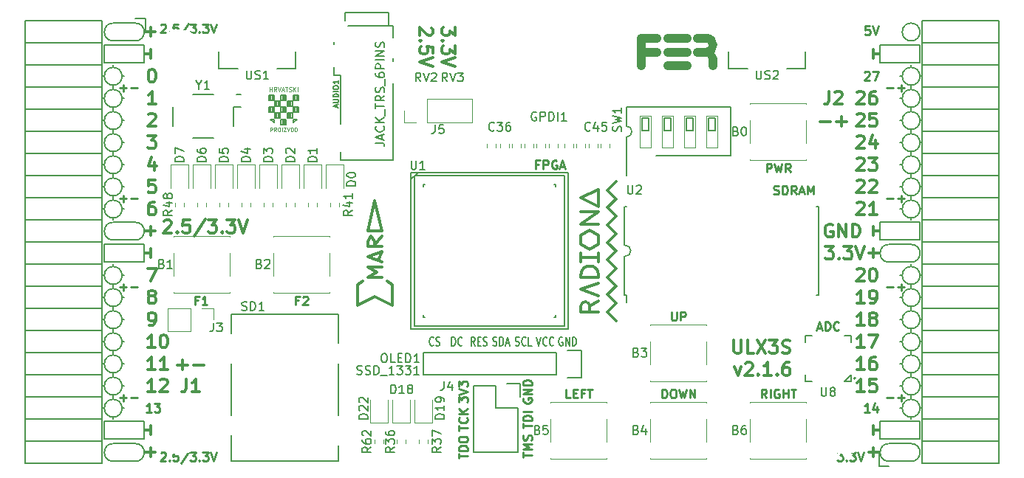
<source format=gto>
G04 #@! TF.GenerationSoftware,KiCad,Pcbnew,5.0.0+dfsg1-2*
G04 #@! TF.CreationDate,2018-09-08T19:44:18+02:00*
G04 #@! TF.ProjectId,ulx3s,756C7833732E6B696361645F70636200,rev?*
G04 #@! TF.SameCoordinates,Original*
G04 #@! TF.FileFunction,Legend,Top*
G04 #@! TF.FilePolarity,Positive*
%FSLAX46Y46*%
G04 Gerber Fmt 4.6, Leading zero omitted, Abs format (unit mm)*
G04 Created by KiCad (PCBNEW 5.0.0+dfsg1-2) date Sat Sep  8 19:44:18 2018*
%MOMM*%
%LPD*%
G01*
G04 APERTURE LIST*
%ADD10C,0.250000*%
%ADD11C,0.300000*%
%ADD12C,0.200000*%
%ADD13C,0.150000*%
%ADD14C,0.120000*%
%ADD15C,1.000000*%
%ADD16C,0.152400*%
%ADD17C,0.075000*%
%ADD18O,0.660000X1.200000*%
%ADD19R,0.660000X1.200000*%
%ADD20R,1.725000X1.725000*%
%ADD21O,0.400000X1.050000*%
%ADD22O,1.050000X0.400000*%
%ADD23R,1.050000X0.400000*%
%ADD24R,1.220000X2.540000*%
%ADD25R,1.900000X2.000000*%
%ADD26R,0.500000X1.450000*%
%ADD27R,2.000000X2.000000*%
%ADD28R,2.200000X1.700000*%
%ADD29R,2.900000X2.100000*%
%ADD30R,2.900000X2.300000*%
%ADD31R,2.900000X2.900000*%
%ADD32C,1.800000*%
%ADD33R,0.400000X2.000000*%
%ADD34C,2.100000*%
%ADD35C,0.500000*%
%ADD36R,0.800000X1.600000*%
%ADD37R,1.550000X1.000000*%
%ADD38R,1.550000X2.100000*%
%ADD39R,2.300000X1.900000*%
%ADD40R,1.827200X2.132000*%
%ADD41O,1.827200X2.132000*%
%ADD42O,1.827200X1.827200*%
%ADD43R,1.827200X1.827200*%
%ADD44C,5.600000*%
%ADD45R,1.100000X0.770000*%
%ADD46R,1.600000X1.070000*%
%ADD47R,1.800000X1.800000*%
%ADD48O,1.800000X1.800000*%
%ADD49R,1.395000X1.500000*%
%ADD50R,1.650000X1.400000*%
G04 APERTURE END LIST*
D10*
X116641666Y-93497571D02*
X116308333Y-93497571D01*
X116308333Y-94021380D02*
X116308333Y-93021380D01*
X116784523Y-93021380D01*
X117117857Y-93116619D02*
X117165476Y-93069000D01*
X117260714Y-93021380D01*
X117498809Y-93021380D01*
X117594047Y-93069000D01*
X117641666Y-93116619D01*
X117689285Y-93211857D01*
X117689285Y-93307095D01*
X117641666Y-93449952D01*
X117070238Y-94021380D01*
X117689285Y-94021380D01*
X105084666Y-93497571D02*
X104751333Y-93497571D01*
X104751333Y-94021380D02*
X104751333Y-93021380D01*
X105227523Y-93021380D01*
X106132285Y-94021380D02*
X105560857Y-94021380D01*
X105846571Y-94021380D02*
X105846571Y-93021380D01*
X105751333Y-93164238D01*
X105656095Y-93259476D01*
X105560857Y-93307095D01*
X170236666Y-104689380D02*
X169903333Y-104213190D01*
X169665238Y-104689380D02*
X169665238Y-103689380D01*
X170046190Y-103689380D01*
X170141428Y-103737000D01*
X170189047Y-103784619D01*
X170236666Y-103879857D01*
X170236666Y-104022714D01*
X170189047Y-104117952D01*
X170141428Y-104165571D01*
X170046190Y-104213190D01*
X169665238Y-104213190D01*
X170665238Y-104689380D02*
X170665238Y-103689380D01*
X171665238Y-103737000D02*
X171570000Y-103689380D01*
X171427142Y-103689380D01*
X171284285Y-103737000D01*
X171189047Y-103832238D01*
X171141428Y-103927476D01*
X171093809Y-104117952D01*
X171093809Y-104260809D01*
X171141428Y-104451285D01*
X171189047Y-104546523D01*
X171284285Y-104641761D01*
X171427142Y-104689380D01*
X171522380Y-104689380D01*
X171665238Y-104641761D01*
X171712857Y-104594142D01*
X171712857Y-104260809D01*
X171522380Y-104260809D01*
X172141428Y-104689380D02*
X172141428Y-103689380D01*
X172141428Y-104165571D02*
X172712857Y-104165571D01*
X172712857Y-104689380D02*
X172712857Y-103689380D01*
X173046190Y-103689380D02*
X173617619Y-103689380D01*
X173331904Y-104689380D02*
X173331904Y-103689380D01*
X159354285Y-94799380D02*
X159354285Y-95608904D01*
X159401904Y-95704142D01*
X159449523Y-95751761D01*
X159544761Y-95799380D01*
X159735238Y-95799380D01*
X159830476Y-95751761D01*
X159878095Y-95704142D01*
X159925714Y-95608904D01*
X159925714Y-94799380D01*
X160401904Y-95799380D02*
X160401904Y-94799380D01*
X160782857Y-94799380D01*
X160878095Y-94847000D01*
X160925714Y-94894619D01*
X160973333Y-94989857D01*
X160973333Y-95132714D01*
X160925714Y-95227952D01*
X160878095Y-95275571D01*
X160782857Y-95323190D01*
X160401904Y-95323190D01*
X158259047Y-104689380D02*
X158259047Y-103689380D01*
X158497142Y-103689380D01*
X158640000Y-103737000D01*
X158735238Y-103832238D01*
X158782857Y-103927476D01*
X158830476Y-104117952D01*
X158830476Y-104260809D01*
X158782857Y-104451285D01*
X158735238Y-104546523D01*
X158640000Y-104641761D01*
X158497142Y-104689380D01*
X158259047Y-104689380D01*
X159449523Y-103689380D02*
X159640000Y-103689380D01*
X159735238Y-103737000D01*
X159830476Y-103832238D01*
X159878095Y-104022714D01*
X159878095Y-104356047D01*
X159830476Y-104546523D01*
X159735238Y-104641761D01*
X159640000Y-104689380D01*
X159449523Y-104689380D01*
X159354285Y-104641761D01*
X159259047Y-104546523D01*
X159211428Y-104356047D01*
X159211428Y-104022714D01*
X159259047Y-103832238D01*
X159354285Y-103737000D01*
X159449523Y-103689380D01*
X160211428Y-103689380D02*
X160449523Y-104689380D01*
X160640000Y-103975095D01*
X160830476Y-104689380D01*
X161068571Y-103689380D01*
X161449523Y-104689380D02*
X161449523Y-103689380D01*
X162020952Y-104689380D01*
X162020952Y-103689380D01*
X147757619Y-104689380D02*
X147281428Y-104689380D01*
X147281428Y-103689380D01*
X148090952Y-104165571D02*
X148424285Y-104165571D01*
X148567142Y-104689380D02*
X148090952Y-104689380D01*
X148090952Y-103689380D01*
X148567142Y-103689380D01*
X149329047Y-104165571D02*
X148995714Y-104165571D01*
X148995714Y-104689380D02*
X148995714Y-103689380D01*
X149471904Y-103689380D01*
X149710000Y-103689380D02*
X150281428Y-103689380D01*
X149995714Y-104689380D02*
X149995714Y-103689380D01*
X170251666Y-78781380D02*
X170251666Y-77781380D01*
X170632619Y-77781380D01*
X170727857Y-77829000D01*
X170775476Y-77876619D01*
X170823095Y-77971857D01*
X170823095Y-78114714D01*
X170775476Y-78209952D01*
X170727857Y-78257571D01*
X170632619Y-78305190D01*
X170251666Y-78305190D01*
X171156428Y-77781380D02*
X171394523Y-78781380D01*
X171585000Y-78067095D01*
X171775476Y-78781380D01*
X172013571Y-77781380D01*
X172965952Y-78781380D02*
X172632619Y-78305190D01*
X172394523Y-78781380D02*
X172394523Y-77781380D01*
X172775476Y-77781380D01*
X172870714Y-77829000D01*
X172918333Y-77876619D01*
X172965952Y-77971857D01*
X172965952Y-78114714D01*
X172918333Y-78209952D01*
X172870714Y-78257571D01*
X172775476Y-78305190D01*
X172394523Y-78305190D01*
D11*
X134560428Y-62144714D02*
X134560428Y-63073285D01*
X133989000Y-62573285D01*
X133989000Y-62787571D01*
X133917571Y-62930428D01*
X133846142Y-63001857D01*
X133703285Y-63073285D01*
X133346142Y-63073285D01*
X133203285Y-63001857D01*
X133131857Y-62930428D01*
X133060428Y-62787571D01*
X133060428Y-62359000D01*
X133131857Y-62216142D01*
X133203285Y-62144714D01*
X133203285Y-63716142D02*
X133131857Y-63787571D01*
X133060428Y-63716142D01*
X133131857Y-63644714D01*
X133203285Y-63716142D01*
X133060428Y-63716142D01*
X134560428Y-64287571D02*
X134560428Y-65216142D01*
X133989000Y-64716142D01*
X133989000Y-64930428D01*
X133917571Y-65073285D01*
X133846142Y-65144714D01*
X133703285Y-65216142D01*
X133346142Y-65216142D01*
X133203285Y-65144714D01*
X133131857Y-65073285D01*
X133060428Y-64930428D01*
X133060428Y-64501857D01*
X133131857Y-64359000D01*
X133203285Y-64287571D01*
X134560428Y-65644714D02*
X133060428Y-66144714D01*
X134560428Y-66644714D01*
X131877571Y-62216142D02*
X131949000Y-62287571D01*
X132020428Y-62430428D01*
X132020428Y-62787571D01*
X131949000Y-62930428D01*
X131877571Y-63001857D01*
X131734714Y-63073285D01*
X131591857Y-63073285D01*
X131377571Y-63001857D01*
X130520428Y-62144714D01*
X130520428Y-63073285D01*
X130663285Y-63716142D02*
X130591857Y-63787571D01*
X130520428Y-63716142D01*
X130591857Y-63644714D01*
X130663285Y-63716142D01*
X130520428Y-63716142D01*
X132020428Y-65144714D02*
X132020428Y-64430428D01*
X131306142Y-64359000D01*
X131377571Y-64430428D01*
X131449000Y-64573285D01*
X131449000Y-64930428D01*
X131377571Y-65073285D01*
X131306142Y-65144714D01*
X131163285Y-65216142D01*
X130806142Y-65216142D01*
X130663285Y-65144714D01*
X130591857Y-65073285D01*
X130520428Y-64930428D01*
X130520428Y-64573285D01*
X130591857Y-64430428D01*
X130663285Y-64359000D01*
X132020428Y-65644714D02*
X130520428Y-66144714D01*
X132020428Y-66644714D01*
X102760000Y-100897142D02*
X103902857Y-100897142D01*
X103331428Y-101468571D02*
X103331428Y-100325714D01*
X104617142Y-100897142D02*
X105760000Y-100897142D01*
X166592714Y-101121571D02*
X166949857Y-102121571D01*
X167307000Y-101121571D01*
X167807000Y-100764428D02*
X167878428Y-100693000D01*
X168021285Y-100621571D01*
X168378428Y-100621571D01*
X168521285Y-100693000D01*
X168592714Y-100764428D01*
X168664142Y-100907285D01*
X168664142Y-101050142D01*
X168592714Y-101264428D01*
X167735571Y-102121571D01*
X168664142Y-102121571D01*
X169307000Y-101978714D02*
X169378428Y-102050142D01*
X169307000Y-102121571D01*
X169235571Y-102050142D01*
X169307000Y-101978714D01*
X169307000Y-102121571D01*
X170807000Y-102121571D02*
X169949857Y-102121571D01*
X170378428Y-102121571D02*
X170378428Y-100621571D01*
X170235571Y-100835857D01*
X170092714Y-100978714D01*
X169949857Y-101050142D01*
X171449857Y-101978714D02*
X171521285Y-102050142D01*
X171449857Y-102121571D01*
X171378428Y-102050142D01*
X171449857Y-101978714D01*
X171449857Y-102121571D01*
X172807000Y-100621571D02*
X172521285Y-100621571D01*
X172378428Y-100693000D01*
X172307000Y-100764428D01*
X172164142Y-100978714D01*
X172092714Y-101264428D01*
X172092714Y-101835857D01*
X172164142Y-101978714D01*
X172235571Y-102050142D01*
X172378428Y-102121571D01*
X172664142Y-102121571D01*
X172807000Y-102050142D01*
X172878428Y-101978714D01*
X172949857Y-101835857D01*
X172949857Y-101478714D01*
X172878428Y-101335857D01*
X172807000Y-101264428D01*
X172664142Y-101193000D01*
X172378428Y-101193000D01*
X172235571Y-101264428D01*
X172164142Y-101335857D01*
X172092714Y-101478714D01*
X182492000Y-87582000D02*
X182492000Y-88598000D01*
X181984000Y-88090000D02*
X183254000Y-88090000D01*
X182492000Y-110442000D02*
X182492000Y-111458000D01*
X183254000Y-110950000D02*
X181984000Y-110950000D01*
X99688000Y-110442000D02*
X99688000Y-111458000D01*
X98926000Y-110950000D02*
X100196000Y-110950000D01*
X99688000Y-62182000D02*
X99688000Y-63198000D01*
X98926000Y-62690000D02*
X100196000Y-62690000D01*
X99688000Y-85042000D02*
X99688000Y-86058000D01*
X98926000Y-85550000D02*
X100196000Y-85550000D01*
D12*
X97910000Y-63706000D02*
G75*
G03X97910000Y-61674000I0J1016000D01*
G01*
X184270000Y-109934000D02*
G75*
G03X184270000Y-111966000I0J-1016000D01*
G01*
X95370000Y-111966000D02*
X97910000Y-111966000D01*
X95370000Y-109934000D02*
X97910000Y-109934000D01*
X97910000Y-111966000D02*
G75*
G03X97910000Y-109934000I0J1016000D01*
G01*
X95370000Y-109934000D02*
G75*
G03X95370000Y-111966000I0J-1016000D01*
G01*
X95370000Y-61674000D02*
X97910000Y-61674000D01*
X95370000Y-63706000D02*
X97910000Y-63706000D01*
X95370000Y-61674000D02*
G75*
G03X95370000Y-63706000I0J-1016000D01*
G01*
X95370000Y-84534000D02*
X97910000Y-84534000D01*
X95370000Y-86566000D02*
X97910000Y-86566000D01*
X95370000Y-84534000D02*
G75*
G03X95370000Y-86566000I0J-1016000D01*
G01*
X97910000Y-86566000D02*
G75*
G03X97910000Y-84534000I0J1016000D01*
G01*
X187826000Y-62690000D02*
G75*
G03X187826000Y-62690000I-1016000J0D01*
G01*
X184270000Y-89106000D02*
X186810000Y-89106000D01*
X184270000Y-87074000D02*
X186810000Y-87074000D01*
X184270000Y-87074000D02*
G75*
G03X184270000Y-89106000I0J-1016000D01*
G01*
X186810000Y-89106000D02*
G75*
G03X186810000Y-87074000I0J1016000D01*
G01*
X186810000Y-111966000D02*
X184270000Y-111966000D01*
X186810000Y-109934000D02*
X184270000Y-109934000D01*
X186810000Y-111966000D02*
G75*
G03X186810000Y-109934000I0J1016000D01*
G01*
X94354000Y-66246000D02*
X94354000Y-64214000D01*
X98926000Y-66246000D02*
X94354000Y-66246000D01*
X98926000Y-64214000D02*
X98926000Y-66246000D01*
X94354000Y-64214000D02*
X98926000Y-64214000D01*
X94354000Y-87074000D02*
X98926000Y-87074000D01*
X94354000Y-89106000D02*
X94354000Y-87074000D01*
X98926000Y-89106000D02*
X94354000Y-89106000D01*
X98926000Y-87074000D02*
X98926000Y-89106000D01*
X94354000Y-109426000D02*
X98926000Y-109426000D01*
X94354000Y-107394000D02*
X94354000Y-109426000D01*
X98926000Y-107394000D02*
X94354000Y-107394000D01*
X98926000Y-109426000D02*
X98926000Y-107394000D01*
X183254000Y-109426000D02*
X187826000Y-109426000D01*
X183254000Y-107394000D02*
X183254000Y-109426000D01*
X187826000Y-107394000D02*
X187826000Y-109426000D01*
X183254000Y-107394000D02*
X187826000Y-107394000D01*
X183254000Y-66246000D02*
X187826000Y-66246000D01*
X183254000Y-64214000D02*
X183254000Y-66246000D01*
X187826000Y-64214000D02*
X183254000Y-64214000D01*
X187826000Y-66246000D02*
X187826000Y-64214000D01*
X183254000Y-84534000D02*
X187826000Y-84534000D01*
X183254000Y-86566000D02*
X183254000Y-84534000D01*
X187826000Y-86566000D02*
X183254000Y-86566000D01*
X187826000Y-84534000D02*
X187826000Y-86566000D01*
D10*
X96148000Y-69111428D02*
X96909904Y-69111428D01*
X96528952Y-69492380D02*
X96528952Y-68730476D01*
X97386095Y-69111428D02*
X98148000Y-69111428D01*
X96148000Y-81811428D02*
X96909904Y-81811428D01*
X96528952Y-82192380D02*
X96528952Y-81430476D01*
X97386095Y-81811428D02*
X98148000Y-81811428D01*
X96148000Y-91971428D02*
X96909904Y-91971428D01*
X96528952Y-92352380D02*
X96528952Y-91590476D01*
X97386095Y-91971428D02*
X98148000Y-91971428D01*
X96148000Y-104671428D02*
X96909904Y-104671428D01*
X96528952Y-105052380D02*
X96528952Y-104290476D01*
X97386095Y-104671428D02*
X98148000Y-104671428D01*
X184032000Y-104671428D02*
X184793904Y-104671428D01*
X185270095Y-104671428D02*
X186032000Y-104671428D01*
X185651047Y-105052380D02*
X185651047Y-104290476D01*
X184032000Y-91971428D02*
X184793904Y-91971428D01*
X185270095Y-91971428D02*
X186032000Y-91971428D01*
X185651047Y-92352380D02*
X185651047Y-91590476D01*
X184032000Y-81811428D02*
X184793904Y-81811428D01*
X185270095Y-81811428D02*
X186032000Y-81811428D01*
X185651047Y-82192380D02*
X185651047Y-81430476D01*
X184032000Y-69111428D02*
X184793904Y-69111428D01*
X185270095Y-69111428D02*
X186032000Y-69111428D01*
X185651047Y-69492380D02*
X185651047Y-68730476D01*
D11*
X176420000Y-72957142D02*
X177562857Y-72957142D01*
X178277142Y-72957142D02*
X179420000Y-72957142D01*
X178848571Y-73528571D02*
X178848571Y-72385714D01*
D12*
X187826000Y-67770000D02*
G75*
G03X187826000Y-67770000I-1016000J0D01*
G01*
X187826000Y-70310000D02*
G75*
G03X187826000Y-70310000I-1016000J0D01*
G01*
X187826000Y-72850000D02*
G75*
G03X187826000Y-72850000I-1016000J0D01*
G01*
X187826000Y-75390000D02*
G75*
G03X187826000Y-75390000I-1016000J0D01*
G01*
X187826000Y-77930000D02*
G75*
G03X187826000Y-77930000I-1016000J0D01*
G01*
X187826000Y-80470000D02*
G75*
G03X187826000Y-80470000I-1016000J0D01*
G01*
X187826000Y-83010000D02*
G75*
G03X187826000Y-83010000I-1016000J0D01*
G01*
X187826000Y-90630000D02*
G75*
G03X187826000Y-90630000I-1016000J0D01*
G01*
X187826000Y-93170000D02*
G75*
G03X187826000Y-93170000I-1016000J0D01*
G01*
X187826000Y-95710000D02*
G75*
G03X187826000Y-95710000I-1016000J0D01*
G01*
X187826000Y-98250000D02*
G75*
G03X187826000Y-98250000I-1016000J0D01*
G01*
X187826000Y-100790000D02*
G75*
G03X187826000Y-100790000I-1016000J0D01*
G01*
X187826000Y-103330000D02*
G75*
G03X187826000Y-103330000I-1016000J0D01*
G01*
X187826000Y-105870000D02*
G75*
G03X187826000Y-105870000I-1016000J0D01*
G01*
X96386000Y-105870000D02*
G75*
G03X96386000Y-105870000I-1016000J0D01*
G01*
X96386000Y-103330000D02*
G75*
G03X96386000Y-103330000I-1016000J0D01*
G01*
X96386000Y-100790000D02*
G75*
G03X96386000Y-100790000I-1016000J0D01*
G01*
X96386000Y-98250000D02*
G75*
G03X96386000Y-98250000I-1016000J0D01*
G01*
X96386000Y-95710000D02*
G75*
G03X96386000Y-95710000I-1016000J0D01*
G01*
X96386000Y-93170000D02*
G75*
G03X96386000Y-93170000I-1016000J0D01*
G01*
X96386000Y-90630000D02*
G75*
G03X96386000Y-90630000I-1016000J0D01*
G01*
X96386000Y-83010000D02*
G75*
G03X96386000Y-83010000I-1016000J0D01*
G01*
X96386000Y-80470000D02*
G75*
G03X96386000Y-80470000I-1016000J0D01*
G01*
X96386000Y-77930000D02*
G75*
G03X96386000Y-77930000I-1016000J0D01*
G01*
X96386000Y-75390000D02*
G75*
G03X96386000Y-75390000I-1016000J0D01*
G01*
X96386000Y-72850000D02*
G75*
G03X96386000Y-72850000I-1016000J0D01*
G01*
X96386000Y-70310000D02*
G75*
G03X96386000Y-70310000I-1016000J0D01*
G01*
X96386000Y-67770000D02*
G75*
G03X96386000Y-67770000I-1016000J0D01*
G01*
D11*
X177793142Y-84800000D02*
X177650285Y-84728571D01*
X177436000Y-84728571D01*
X177221714Y-84800000D01*
X177078857Y-84942857D01*
X177007428Y-85085714D01*
X176936000Y-85371428D01*
X176936000Y-85585714D01*
X177007428Y-85871428D01*
X177078857Y-86014285D01*
X177221714Y-86157142D01*
X177436000Y-86228571D01*
X177578857Y-86228571D01*
X177793142Y-86157142D01*
X177864571Y-86085714D01*
X177864571Y-85585714D01*
X177578857Y-85585714D01*
X178507428Y-86228571D02*
X178507428Y-84728571D01*
X179364571Y-86228571D01*
X179364571Y-84728571D01*
X180078857Y-86228571D02*
X180078857Y-84728571D01*
X180436000Y-84728571D01*
X180650285Y-84800000D01*
X180793142Y-84942857D01*
X180864571Y-85085714D01*
X180936000Y-85371428D01*
X180936000Y-85585714D01*
X180864571Y-85871428D01*
X180793142Y-86014285D01*
X180650285Y-86157142D01*
X180436000Y-86228571D01*
X180078857Y-86228571D01*
X182492000Y-86058000D02*
X182492000Y-85042000D01*
X183254000Y-85550000D02*
X182492000Y-85550000D01*
X182492000Y-107902000D02*
X182492000Y-108918000D01*
X182492000Y-108410000D02*
X183254000Y-108410000D01*
D10*
X182047523Y-106322380D02*
X181476095Y-106322380D01*
X181761809Y-106322380D02*
X181761809Y-105322380D01*
X181666571Y-105465238D01*
X181571333Y-105560476D01*
X181476095Y-105608095D01*
X182904666Y-105655714D02*
X182904666Y-106322380D01*
X182666571Y-105274761D02*
X182428476Y-105989047D01*
X183047523Y-105989047D01*
X181476095Y-67317619D02*
X181523714Y-67270000D01*
X181618952Y-67222380D01*
X181857047Y-67222380D01*
X181952285Y-67270000D01*
X181999904Y-67317619D01*
X182047523Y-67412857D01*
X182047523Y-67508095D01*
X181999904Y-67650952D01*
X181428476Y-68222380D01*
X182047523Y-68222380D01*
X182380857Y-67222380D02*
X183047523Y-67222380D01*
X182618952Y-68222380D01*
D11*
X182492000Y-64722000D02*
X182492000Y-65738000D01*
X182492000Y-65230000D02*
X183254000Y-65230000D01*
X99688000Y-107902000D02*
X99688000Y-108918000D01*
X98926000Y-108410000D02*
X99688000Y-108410000D01*
X99315000Y-74568571D02*
X100243571Y-74568571D01*
X99743571Y-75140000D01*
X99957857Y-75140000D01*
X100100714Y-75211428D01*
X100172142Y-75282857D01*
X100243571Y-75425714D01*
X100243571Y-75782857D01*
X100172142Y-75925714D01*
X100100714Y-75997142D01*
X99957857Y-76068571D01*
X99529285Y-76068571D01*
X99386428Y-75997142D01*
X99315000Y-75925714D01*
X100100714Y-77608571D02*
X100100714Y-78608571D01*
X99743571Y-77037142D02*
X99386428Y-78108571D01*
X100315000Y-78108571D01*
X100172142Y-79648571D02*
X99457857Y-79648571D01*
X99386428Y-80362857D01*
X99457857Y-80291428D01*
X99600714Y-80220000D01*
X99957857Y-80220000D01*
X100100714Y-80291428D01*
X100172142Y-80362857D01*
X100243571Y-80505714D01*
X100243571Y-80862857D01*
X100172142Y-81005714D01*
X100100714Y-81077142D01*
X99957857Y-81148571D01*
X99600714Y-81148571D01*
X99457857Y-81077142D01*
X99386428Y-81005714D01*
D10*
X99751523Y-106322380D02*
X99180095Y-106322380D01*
X99465809Y-106322380D02*
X99465809Y-105322380D01*
X99370571Y-105465238D01*
X99275333Y-105560476D01*
X99180095Y-105608095D01*
X100084857Y-105322380D02*
X100703904Y-105322380D01*
X100370571Y-105703333D01*
X100513428Y-105703333D01*
X100608666Y-105750952D01*
X100656285Y-105798571D01*
X100703904Y-105893809D01*
X100703904Y-106131904D01*
X100656285Y-106227142D01*
X100608666Y-106274761D01*
X100513428Y-106322380D01*
X100227714Y-106322380D01*
X100132476Y-106274761D01*
X100084857Y-106227142D01*
D11*
X99315000Y-89808571D02*
X100315000Y-89808571D01*
X99672142Y-91308571D01*
X99688000Y-87582000D02*
X99688000Y-88598000D01*
X98926000Y-88090000D02*
X99688000Y-88090000D01*
X99688000Y-64722000D02*
X99688000Y-65738000D01*
X98926000Y-65230000D02*
X99688000Y-65230000D01*
D10*
X100817976Y-61874619D02*
X100865595Y-61827000D01*
X100960833Y-61779380D01*
X101198928Y-61779380D01*
X101294166Y-61827000D01*
X101341785Y-61874619D01*
X101389404Y-61969857D01*
X101389404Y-62065095D01*
X101341785Y-62207952D01*
X100770357Y-62779380D01*
X101389404Y-62779380D01*
X101817976Y-62684142D02*
X101865595Y-62731761D01*
X101817976Y-62779380D01*
X101770357Y-62731761D01*
X101817976Y-62684142D01*
X101817976Y-62779380D01*
X102770357Y-61779380D02*
X102294166Y-61779380D01*
X102246547Y-62255571D01*
X102294166Y-62207952D01*
X102389404Y-62160333D01*
X102627500Y-62160333D01*
X102722738Y-62207952D01*
X102770357Y-62255571D01*
X102817976Y-62350809D01*
X102817976Y-62588904D01*
X102770357Y-62684142D01*
X102722738Y-62731761D01*
X102627500Y-62779380D01*
X102389404Y-62779380D01*
X102294166Y-62731761D01*
X102246547Y-62684142D01*
X103960833Y-61731761D02*
X103103690Y-63017476D01*
X104198928Y-61779380D02*
X104817976Y-61779380D01*
X104484642Y-62160333D01*
X104627500Y-62160333D01*
X104722738Y-62207952D01*
X104770357Y-62255571D01*
X104817976Y-62350809D01*
X104817976Y-62588904D01*
X104770357Y-62684142D01*
X104722738Y-62731761D01*
X104627500Y-62779380D01*
X104341785Y-62779380D01*
X104246547Y-62731761D01*
X104198928Y-62684142D01*
X105246547Y-62684142D02*
X105294166Y-62731761D01*
X105246547Y-62779380D01*
X105198928Y-62731761D01*
X105246547Y-62684142D01*
X105246547Y-62779380D01*
X105627500Y-61779380D02*
X106246547Y-61779380D01*
X105913214Y-62160333D01*
X106056071Y-62160333D01*
X106151309Y-62207952D01*
X106198928Y-62255571D01*
X106246547Y-62350809D01*
X106246547Y-62588904D01*
X106198928Y-62684142D01*
X106151309Y-62731761D01*
X106056071Y-62779380D01*
X105770357Y-62779380D01*
X105675119Y-62731761D01*
X105627500Y-62684142D01*
X106532261Y-61779380D02*
X106865595Y-62779380D01*
X107198928Y-61779380D01*
X178360261Y-110910380D02*
X178979309Y-110910380D01*
X178645976Y-111291333D01*
X178788833Y-111291333D01*
X178884071Y-111338952D01*
X178931690Y-111386571D01*
X178979309Y-111481809D01*
X178979309Y-111719904D01*
X178931690Y-111815142D01*
X178884071Y-111862761D01*
X178788833Y-111910380D01*
X178503119Y-111910380D01*
X178407880Y-111862761D01*
X178360261Y-111815142D01*
X179407880Y-111815142D02*
X179455500Y-111862761D01*
X179407880Y-111910380D01*
X179360261Y-111862761D01*
X179407880Y-111815142D01*
X179407880Y-111910380D01*
X179788833Y-110910380D02*
X180407880Y-110910380D01*
X180074547Y-111291333D01*
X180217404Y-111291333D01*
X180312642Y-111338952D01*
X180360261Y-111386571D01*
X180407880Y-111481809D01*
X180407880Y-111719904D01*
X180360261Y-111815142D01*
X180312642Y-111862761D01*
X180217404Y-111910380D01*
X179931690Y-111910380D01*
X179836452Y-111862761D01*
X179788833Y-111815142D01*
X180693595Y-110910380D02*
X181026928Y-111910380D01*
X181360261Y-110910380D01*
D11*
X101199714Y-84381428D02*
X101271142Y-84310000D01*
X101414000Y-84238571D01*
X101771142Y-84238571D01*
X101914000Y-84310000D01*
X101985428Y-84381428D01*
X102056857Y-84524285D01*
X102056857Y-84667142D01*
X101985428Y-84881428D01*
X101128285Y-85738571D01*
X102056857Y-85738571D01*
X102699714Y-85595714D02*
X102771142Y-85667142D01*
X102699714Y-85738571D01*
X102628285Y-85667142D01*
X102699714Y-85595714D01*
X102699714Y-85738571D01*
X104128285Y-84238571D02*
X103414000Y-84238571D01*
X103342571Y-84952857D01*
X103414000Y-84881428D01*
X103556857Y-84810000D01*
X103914000Y-84810000D01*
X104056857Y-84881428D01*
X104128285Y-84952857D01*
X104199714Y-85095714D01*
X104199714Y-85452857D01*
X104128285Y-85595714D01*
X104056857Y-85667142D01*
X103914000Y-85738571D01*
X103556857Y-85738571D01*
X103414000Y-85667142D01*
X103342571Y-85595714D01*
X105914000Y-84167142D02*
X104628285Y-86095714D01*
X106271142Y-84238571D02*
X107199714Y-84238571D01*
X106699714Y-84810000D01*
X106914000Y-84810000D01*
X107056857Y-84881428D01*
X107128285Y-84952857D01*
X107199714Y-85095714D01*
X107199714Y-85452857D01*
X107128285Y-85595714D01*
X107056857Y-85667142D01*
X106914000Y-85738571D01*
X106485428Y-85738571D01*
X106342571Y-85667142D01*
X106271142Y-85595714D01*
X107842571Y-85595714D02*
X107914000Y-85667142D01*
X107842571Y-85738571D01*
X107771142Y-85667142D01*
X107842571Y-85595714D01*
X107842571Y-85738571D01*
X108414000Y-84238571D02*
X109342571Y-84238571D01*
X108842571Y-84810000D01*
X109056857Y-84810000D01*
X109199714Y-84881428D01*
X109271142Y-84952857D01*
X109342571Y-85095714D01*
X109342571Y-85452857D01*
X109271142Y-85595714D01*
X109199714Y-85667142D01*
X109056857Y-85738571D01*
X108628285Y-85738571D01*
X108485428Y-85667142D01*
X108414000Y-85595714D01*
X109771142Y-84238571D02*
X110271142Y-85738571D01*
X110771142Y-84238571D01*
D10*
X100817976Y-111023619D02*
X100865595Y-110976000D01*
X100960833Y-110928380D01*
X101198928Y-110928380D01*
X101294166Y-110976000D01*
X101341785Y-111023619D01*
X101389404Y-111118857D01*
X101389404Y-111214095D01*
X101341785Y-111356952D01*
X100770357Y-111928380D01*
X101389404Y-111928380D01*
X101817976Y-111833142D02*
X101865595Y-111880761D01*
X101817976Y-111928380D01*
X101770357Y-111880761D01*
X101817976Y-111833142D01*
X101817976Y-111928380D01*
X102770357Y-110928380D02*
X102294166Y-110928380D01*
X102246547Y-111404571D01*
X102294166Y-111356952D01*
X102389404Y-111309333D01*
X102627500Y-111309333D01*
X102722738Y-111356952D01*
X102770357Y-111404571D01*
X102817976Y-111499809D01*
X102817976Y-111737904D01*
X102770357Y-111833142D01*
X102722738Y-111880761D01*
X102627500Y-111928380D01*
X102389404Y-111928380D01*
X102294166Y-111880761D01*
X102246547Y-111833142D01*
X103960833Y-110880761D02*
X103103690Y-112166476D01*
X104198928Y-110928380D02*
X104817976Y-110928380D01*
X104484642Y-111309333D01*
X104627500Y-111309333D01*
X104722738Y-111356952D01*
X104770357Y-111404571D01*
X104817976Y-111499809D01*
X104817976Y-111737904D01*
X104770357Y-111833142D01*
X104722738Y-111880761D01*
X104627500Y-111928380D01*
X104341785Y-111928380D01*
X104246547Y-111880761D01*
X104198928Y-111833142D01*
X105246547Y-111833142D02*
X105294166Y-111880761D01*
X105246547Y-111928380D01*
X105198928Y-111880761D01*
X105246547Y-111833142D01*
X105246547Y-111928380D01*
X105627500Y-110928380D02*
X106246547Y-110928380D01*
X105913214Y-111309333D01*
X106056071Y-111309333D01*
X106151309Y-111356952D01*
X106198928Y-111404571D01*
X106246547Y-111499809D01*
X106246547Y-111737904D01*
X106198928Y-111833142D01*
X106151309Y-111880761D01*
X106056071Y-111928380D01*
X105770357Y-111928380D01*
X105675119Y-111880761D01*
X105627500Y-111833142D01*
X106532261Y-110928380D02*
X106865595Y-111928380D01*
X107198928Y-110928380D01*
X182047523Y-62015380D02*
X181571333Y-62015380D01*
X181523714Y-62491571D01*
X181571333Y-62443952D01*
X181666571Y-62396333D01*
X181904666Y-62396333D01*
X181999904Y-62443952D01*
X182047523Y-62491571D01*
X182095142Y-62586809D01*
X182095142Y-62824904D01*
X182047523Y-62920142D01*
X181999904Y-62967761D01*
X181904666Y-63015380D01*
X181666571Y-63015380D01*
X181571333Y-62967761D01*
X181523714Y-62920142D01*
X182380857Y-62015380D02*
X182714190Y-63015380D01*
X183047523Y-62015380D01*
D11*
X180587142Y-69631428D02*
X180658571Y-69560000D01*
X180801428Y-69488571D01*
X181158571Y-69488571D01*
X181301428Y-69560000D01*
X181372857Y-69631428D01*
X181444285Y-69774285D01*
X181444285Y-69917142D01*
X181372857Y-70131428D01*
X180515714Y-70988571D01*
X181444285Y-70988571D01*
X182730000Y-69488571D02*
X182444285Y-69488571D01*
X182301428Y-69560000D01*
X182230000Y-69631428D01*
X182087142Y-69845714D01*
X182015714Y-70131428D01*
X182015714Y-70702857D01*
X182087142Y-70845714D01*
X182158571Y-70917142D01*
X182301428Y-70988571D01*
X182587142Y-70988571D01*
X182730000Y-70917142D01*
X182801428Y-70845714D01*
X182872857Y-70702857D01*
X182872857Y-70345714D01*
X182801428Y-70202857D01*
X182730000Y-70131428D01*
X182587142Y-70060000D01*
X182301428Y-70060000D01*
X182158571Y-70131428D01*
X182087142Y-70202857D01*
X182015714Y-70345714D01*
X180587142Y-72171428D02*
X180658571Y-72100000D01*
X180801428Y-72028571D01*
X181158571Y-72028571D01*
X181301428Y-72100000D01*
X181372857Y-72171428D01*
X181444285Y-72314285D01*
X181444285Y-72457142D01*
X181372857Y-72671428D01*
X180515714Y-73528571D01*
X181444285Y-73528571D01*
X182801428Y-72028571D02*
X182087142Y-72028571D01*
X182015714Y-72742857D01*
X182087142Y-72671428D01*
X182230000Y-72600000D01*
X182587142Y-72600000D01*
X182730000Y-72671428D01*
X182801428Y-72742857D01*
X182872857Y-72885714D01*
X182872857Y-73242857D01*
X182801428Y-73385714D01*
X182730000Y-73457142D01*
X182587142Y-73528571D01*
X182230000Y-73528571D01*
X182087142Y-73457142D01*
X182015714Y-73385714D01*
X180587142Y-74711428D02*
X180658571Y-74640000D01*
X180801428Y-74568571D01*
X181158571Y-74568571D01*
X181301428Y-74640000D01*
X181372857Y-74711428D01*
X181444285Y-74854285D01*
X181444285Y-74997142D01*
X181372857Y-75211428D01*
X180515714Y-76068571D01*
X181444285Y-76068571D01*
X182730000Y-75068571D02*
X182730000Y-76068571D01*
X182372857Y-74497142D02*
X182015714Y-75568571D01*
X182944285Y-75568571D01*
X180587142Y-77251428D02*
X180658571Y-77180000D01*
X180801428Y-77108571D01*
X181158571Y-77108571D01*
X181301428Y-77180000D01*
X181372857Y-77251428D01*
X181444285Y-77394285D01*
X181444285Y-77537142D01*
X181372857Y-77751428D01*
X180515714Y-78608571D01*
X181444285Y-78608571D01*
X181944285Y-77108571D02*
X182872857Y-77108571D01*
X182372857Y-77680000D01*
X182587142Y-77680000D01*
X182730000Y-77751428D01*
X182801428Y-77822857D01*
X182872857Y-77965714D01*
X182872857Y-78322857D01*
X182801428Y-78465714D01*
X182730000Y-78537142D01*
X182587142Y-78608571D01*
X182158571Y-78608571D01*
X182015714Y-78537142D01*
X181944285Y-78465714D01*
X180587142Y-79791428D02*
X180658571Y-79720000D01*
X180801428Y-79648571D01*
X181158571Y-79648571D01*
X181301428Y-79720000D01*
X181372857Y-79791428D01*
X181444285Y-79934285D01*
X181444285Y-80077142D01*
X181372857Y-80291428D01*
X180515714Y-81148571D01*
X181444285Y-81148571D01*
X182015714Y-79791428D02*
X182087142Y-79720000D01*
X182230000Y-79648571D01*
X182587142Y-79648571D01*
X182730000Y-79720000D01*
X182801428Y-79791428D01*
X182872857Y-79934285D01*
X182872857Y-80077142D01*
X182801428Y-80291428D01*
X181944285Y-81148571D01*
X182872857Y-81148571D01*
X180587142Y-82331428D02*
X180658571Y-82260000D01*
X180801428Y-82188571D01*
X181158571Y-82188571D01*
X181301428Y-82260000D01*
X181372857Y-82331428D01*
X181444285Y-82474285D01*
X181444285Y-82617142D01*
X181372857Y-82831428D01*
X180515714Y-83688571D01*
X181444285Y-83688571D01*
X182872857Y-83688571D02*
X182015714Y-83688571D01*
X182444285Y-83688571D02*
X182444285Y-82188571D01*
X182301428Y-82402857D01*
X182158571Y-82545714D01*
X182015714Y-82617142D01*
X176975714Y-87268571D02*
X177904285Y-87268571D01*
X177404285Y-87840000D01*
X177618571Y-87840000D01*
X177761428Y-87911428D01*
X177832857Y-87982857D01*
X177904285Y-88125714D01*
X177904285Y-88482857D01*
X177832857Y-88625714D01*
X177761428Y-88697142D01*
X177618571Y-88768571D01*
X177190000Y-88768571D01*
X177047142Y-88697142D01*
X176975714Y-88625714D01*
X178547142Y-88625714D02*
X178618571Y-88697142D01*
X178547142Y-88768571D01*
X178475714Y-88697142D01*
X178547142Y-88625714D01*
X178547142Y-88768571D01*
X179118571Y-87268571D02*
X180047142Y-87268571D01*
X179547142Y-87840000D01*
X179761428Y-87840000D01*
X179904285Y-87911428D01*
X179975714Y-87982857D01*
X180047142Y-88125714D01*
X180047142Y-88482857D01*
X179975714Y-88625714D01*
X179904285Y-88697142D01*
X179761428Y-88768571D01*
X179332857Y-88768571D01*
X179190000Y-88697142D01*
X179118571Y-88625714D01*
X180475714Y-87268571D02*
X180975714Y-88768571D01*
X181475714Y-87268571D01*
X180587142Y-89951428D02*
X180658571Y-89880000D01*
X180801428Y-89808571D01*
X181158571Y-89808571D01*
X181301428Y-89880000D01*
X181372857Y-89951428D01*
X181444285Y-90094285D01*
X181444285Y-90237142D01*
X181372857Y-90451428D01*
X180515714Y-91308571D01*
X181444285Y-91308571D01*
X182372857Y-89808571D02*
X182515714Y-89808571D01*
X182658571Y-89880000D01*
X182730000Y-89951428D01*
X182801428Y-90094285D01*
X182872857Y-90380000D01*
X182872857Y-90737142D01*
X182801428Y-91022857D01*
X182730000Y-91165714D01*
X182658571Y-91237142D01*
X182515714Y-91308571D01*
X182372857Y-91308571D01*
X182230000Y-91237142D01*
X182158571Y-91165714D01*
X182087142Y-91022857D01*
X182015714Y-90737142D01*
X182015714Y-90380000D01*
X182087142Y-90094285D01*
X182158571Y-89951428D01*
X182230000Y-89880000D01*
X182372857Y-89808571D01*
X181444285Y-93848571D02*
X180587142Y-93848571D01*
X181015714Y-93848571D02*
X181015714Y-92348571D01*
X180872857Y-92562857D01*
X180730000Y-92705714D01*
X180587142Y-92777142D01*
X182158571Y-93848571D02*
X182444285Y-93848571D01*
X182587142Y-93777142D01*
X182658571Y-93705714D01*
X182801428Y-93491428D01*
X182872857Y-93205714D01*
X182872857Y-92634285D01*
X182801428Y-92491428D01*
X182730000Y-92420000D01*
X182587142Y-92348571D01*
X182301428Y-92348571D01*
X182158571Y-92420000D01*
X182087142Y-92491428D01*
X182015714Y-92634285D01*
X182015714Y-92991428D01*
X182087142Y-93134285D01*
X182158571Y-93205714D01*
X182301428Y-93277142D01*
X182587142Y-93277142D01*
X182730000Y-93205714D01*
X182801428Y-93134285D01*
X182872857Y-92991428D01*
X181444285Y-96388571D02*
X180587142Y-96388571D01*
X181015714Y-96388571D02*
X181015714Y-94888571D01*
X180872857Y-95102857D01*
X180730000Y-95245714D01*
X180587142Y-95317142D01*
X182301428Y-95531428D02*
X182158571Y-95460000D01*
X182087142Y-95388571D01*
X182015714Y-95245714D01*
X182015714Y-95174285D01*
X182087142Y-95031428D01*
X182158571Y-94960000D01*
X182301428Y-94888571D01*
X182587142Y-94888571D01*
X182730000Y-94960000D01*
X182801428Y-95031428D01*
X182872857Y-95174285D01*
X182872857Y-95245714D01*
X182801428Y-95388571D01*
X182730000Y-95460000D01*
X182587142Y-95531428D01*
X182301428Y-95531428D01*
X182158571Y-95602857D01*
X182087142Y-95674285D01*
X182015714Y-95817142D01*
X182015714Y-96102857D01*
X182087142Y-96245714D01*
X182158571Y-96317142D01*
X182301428Y-96388571D01*
X182587142Y-96388571D01*
X182730000Y-96317142D01*
X182801428Y-96245714D01*
X182872857Y-96102857D01*
X182872857Y-95817142D01*
X182801428Y-95674285D01*
X182730000Y-95602857D01*
X182587142Y-95531428D01*
X181444285Y-98928571D02*
X180587142Y-98928571D01*
X181015714Y-98928571D02*
X181015714Y-97428571D01*
X180872857Y-97642857D01*
X180730000Y-97785714D01*
X180587142Y-97857142D01*
X181944285Y-97428571D02*
X182944285Y-97428571D01*
X182301428Y-98928571D01*
X181444285Y-101468571D02*
X180587142Y-101468571D01*
X181015714Y-101468571D02*
X181015714Y-99968571D01*
X180872857Y-100182857D01*
X180730000Y-100325714D01*
X180587142Y-100397142D01*
X182730000Y-99968571D02*
X182444285Y-99968571D01*
X182301428Y-100040000D01*
X182230000Y-100111428D01*
X182087142Y-100325714D01*
X182015714Y-100611428D01*
X182015714Y-101182857D01*
X182087142Y-101325714D01*
X182158571Y-101397142D01*
X182301428Y-101468571D01*
X182587142Y-101468571D01*
X182730000Y-101397142D01*
X182801428Y-101325714D01*
X182872857Y-101182857D01*
X182872857Y-100825714D01*
X182801428Y-100682857D01*
X182730000Y-100611428D01*
X182587142Y-100540000D01*
X182301428Y-100540000D01*
X182158571Y-100611428D01*
X182087142Y-100682857D01*
X182015714Y-100825714D01*
X181444285Y-104008571D02*
X180587142Y-104008571D01*
X181015714Y-104008571D02*
X181015714Y-102508571D01*
X180872857Y-102722857D01*
X180730000Y-102865714D01*
X180587142Y-102937142D01*
X182801428Y-102508571D02*
X182087142Y-102508571D01*
X182015714Y-103222857D01*
X182087142Y-103151428D01*
X182230000Y-103080000D01*
X182587142Y-103080000D01*
X182730000Y-103151428D01*
X182801428Y-103222857D01*
X182872857Y-103365714D01*
X182872857Y-103722857D01*
X182801428Y-103865714D01*
X182730000Y-103937142D01*
X182587142Y-104008571D01*
X182230000Y-104008571D01*
X182087142Y-103937142D01*
X182015714Y-103865714D01*
D12*
X186810000Y-66500000D02*
X186810000Y-66754000D01*
X187826000Y-67770000D02*
X188080000Y-67770000D01*
X185540000Y-67770000D02*
X185794000Y-67770000D01*
X186810000Y-69294000D02*
X186810000Y-68786000D01*
X187826000Y-70310000D02*
X188080000Y-70310000D01*
X185540000Y-70310000D02*
X185794000Y-70310000D01*
X186810000Y-71326000D02*
X186810000Y-71834000D01*
X187826000Y-72850000D02*
X188080000Y-72850000D01*
X185540000Y-72850000D02*
X185794000Y-72850000D01*
X186810000Y-73866000D02*
X186810000Y-74374000D01*
X187826000Y-75390000D02*
X188080000Y-75390000D01*
X185540000Y-75390000D02*
X185794000Y-75390000D01*
X186810000Y-76406000D02*
X186810000Y-76914000D01*
X187826000Y-77930000D02*
X188080000Y-77930000D01*
X185540000Y-77930000D02*
X185794000Y-77930000D01*
X186810000Y-79454000D02*
X186810000Y-78946000D01*
X187826000Y-80470000D02*
X188080000Y-80470000D01*
X185540000Y-80470000D02*
X185794000Y-80470000D01*
X186810000Y-81994000D02*
X186810000Y-81486000D01*
X187826000Y-83010000D02*
X188080000Y-83010000D01*
X185540000Y-83010000D02*
X185794000Y-83010000D01*
X186810000Y-84026000D02*
X186810000Y-84280000D01*
X186810000Y-89360000D02*
X186810000Y-89614000D01*
X187826000Y-90630000D02*
X188080000Y-90630000D01*
X185540000Y-90630000D02*
X185794000Y-90630000D01*
X186810000Y-91646000D02*
X186810000Y-92154000D01*
X187826000Y-93170000D02*
X188080000Y-93170000D01*
X185540000Y-93170000D02*
X185794000Y-93170000D01*
X186810000Y-94186000D02*
X186810000Y-94694000D01*
X187826000Y-95710000D02*
X188080000Y-95710000D01*
X185540000Y-95710000D02*
X185794000Y-95710000D01*
X186810000Y-97234000D02*
X186810000Y-96726000D01*
X187826000Y-98250000D02*
X188080000Y-98250000D01*
X185540000Y-98250000D02*
X185794000Y-98250000D01*
X187826000Y-100790000D02*
X188080000Y-100790000D01*
X185540000Y-100790000D02*
X185794000Y-100790000D01*
X186810000Y-99266000D02*
X186810000Y-99774000D01*
X186810000Y-102314000D02*
X186810000Y-101806000D01*
X187826000Y-103330000D02*
X188080000Y-103330000D01*
X185540000Y-103330000D02*
X185794000Y-103330000D01*
X186810000Y-104346000D02*
X186810000Y-104854000D01*
X185540000Y-105870000D02*
X185794000Y-105870000D01*
X187826000Y-105870000D02*
X188080000Y-105870000D01*
X186810000Y-106886000D02*
X186810000Y-107140000D01*
X95370000Y-66754000D02*
X95370000Y-66500000D01*
X96386000Y-67770000D02*
X96640000Y-67770000D01*
X94100000Y-67770000D02*
X94354000Y-67770000D01*
X95370000Y-68786000D02*
X95370000Y-69294000D01*
X96386000Y-70310000D02*
X96640000Y-70310000D01*
X94100000Y-70310000D02*
X94354000Y-70310000D01*
X95370000Y-71326000D02*
X95370000Y-71834000D01*
X96386000Y-72850000D02*
X96640000Y-72850000D01*
X94100000Y-72850000D02*
X94354000Y-72850000D01*
X95370000Y-73866000D02*
X95370000Y-74374000D01*
X96386000Y-75390000D02*
X96640000Y-75390000D01*
X95370000Y-76406000D02*
X95370000Y-76914000D01*
X96386000Y-77930000D02*
X96640000Y-77930000D01*
X94100000Y-77930000D02*
X94354000Y-77930000D01*
X95370000Y-79454000D02*
X95370000Y-78946000D01*
X96386000Y-80470000D02*
X96640000Y-80470000D01*
X94100000Y-80470000D02*
X94354000Y-80470000D01*
X95370000Y-81486000D02*
X95370000Y-81994000D01*
X96386000Y-83010000D02*
X96640000Y-83010000D01*
X95370000Y-84026000D02*
X95370000Y-84280000D01*
X94100000Y-83010000D02*
X94354000Y-83010000D01*
X95370000Y-106886000D02*
X95370000Y-107140000D01*
X95370000Y-89360000D02*
X95370000Y-89614000D01*
X96386000Y-93170000D02*
X96640000Y-93170000D01*
X94100000Y-93170000D02*
X94354000Y-93170000D01*
X95370000Y-94186000D02*
X95370000Y-94694000D01*
X94100000Y-90630000D02*
X94354000Y-90630000D01*
X96386000Y-90630000D02*
X96640000Y-90630000D01*
X95370000Y-92154000D02*
X95370000Y-91646000D01*
X96386000Y-95710000D02*
X96640000Y-95710000D01*
X94100000Y-95710000D02*
X94354000Y-95710000D01*
X96386000Y-98250000D02*
X96640000Y-98250000D01*
X94354000Y-98250000D02*
X94100000Y-98250000D01*
X95370000Y-96726000D02*
X95370000Y-97234000D01*
X95370000Y-99266000D02*
X95370000Y-99774000D01*
X94100000Y-100790000D02*
X94354000Y-100790000D01*
X96386000Y-100790000D02*
X96640000Y-100790000D01*
X94100000Y-103330000D02*
X94354000Y-103330000D01*
X96386000Y-103330000D02*
X96640000Y-103330000D01*
X95370000Y-101806000D02*
X95370000Y-102314000D01*
X95370000Y-104346000D02*
X95370000Y-104854000D01*
X96386000Y-105870000D02*
X96640000Y-105870000D01*
X94100000Y-105870000D02*
X94354000Y-105870000D01*
D11*
X100164285Y-104008571D02*
X99307142Y-104008571D01*
X99735714Y-104008571D02*
X99735714Y-102508571D01*
X99592857Y-102722857D01*
X99450000Y-102865714D01*
X99307142Y-102937142D01*
X100735714Y-102651428D02*
X100807142Y-102580000D01*
X100950000Y-102508571D01*
X101307142Y-102508571D01*
X101450000Y-102580000D01*
X101521428Y-102651428D01*
X101592857Y-102794285D01*
X101592857Y-102937142D01*
X101521428Y-103151428D01*
X100664285Y-104008571D01*
X101592857Y-104008571D01*
X100164285Y-101468571D02*
X99307142Y-101468571D01*
X99735714Y-101468571D02*
X99735714Y-99968571D01*
X99592857Y-100182857D01*
X99450000Y-100325714D01*
X99307142Y-100397142D01*
X101592857Y-101468571D02*
X100735714Y-101468571D01*
X101164285Y-101468571D02*
X101164285Y-99968571D01*
X101021428Y-100182857D01*
X100878571Y-100325714D01*
X100735714Y-100397142D01*
X100164285Y-98928571D02*
X99307142Y-98928571D01*
X99735714Y-98928571D02*
X99735714Y-97428571D01*
X99592857Y-97642857D01*
X99450000Y-97785714D01*
X99307142Y-97857142D01*
X101092857Y-97428571D02*
X101235714Y-97428571D01*
X101378571Y-97500000D01*
X101450000Y-97571428D01*
X101521428Y-97714285D01*
X101592857Y-98000000D01*
X101592857Y-98357142D01*
X101521428Y-98642857D01*
X101450000Y-98785714D01*
X101378571Y-98857142D01*
X101235714Y-98928571D01*
X101092857Y-98928571D01*
X100950000Y-98857142D01*
X100878571Y-98785714D01*
X100807142Y-98642857D01*
X100735714Y-98357142D01*
X100735714Y-98000000D01*
X100807142Y-97714285D01*
X100878571Y-97571428D01*
X100950000Y-97500000D01*
X101092857Y-97428571D01*
X99529285Y-96388571D02*
X99815000Y-96388571D01*
X99957857Y-96317142D01*
X100029285Y-96245714D01*
X100172142Y-96031428D01*
X100243571Y-95745714D01*
X100243571Y-95174285D01*
X100172142Y-95031428D01*
X100100714Y-94960000D01*
X99957857Y-94888571D01*
X99672142Y-94888571D01*
X99529285Y-94960000D01*
X99457857Y-95031428D01*
X99386428Y-95174285D01*
X99386428Y-95531428D01*
X99457857Y-95674285D01*
X99529285Y-95745714D01*
X99672142Y-95817142D01*
X99957857Y-95817142D01*
X100100714Y-95745714D01*
X100172142Y-95674285D01*
X100243571Y-95531428D01*
X99672142Y-92991428D02*
X99529285Y-92920000D01*
X99457857Y-92848571D01*
X99386428Y-92705714D01*
X99386428Y-92634285D01*
X99457857Y-92491428D01*
X99529285Y-92420000D01*
X99672142Y-92348571D01*
X99957857Y-92348571D01*
X100100714Y-92420000D01*
X100172142Y-92491428D01*
X100243571Y-92634285D01*
X100243571Y-92705714D01*
X100172142Y-92848571D01*
X100100714Y-92920000D01*
X99957857Y-92991428D01*
X99672142Y-92991428D01*
X99529285Y-93062857D01*
X99457857Y-93134285D01*
X99386428Y-93277142D01*
X99386428Y-93562857D01*
X99457857Y-93705714D01*
X99529285Y-93777142D01*
X99672142Y-93848571D01*
X99957857Y-93848571D01*
X100100714Y-93777142D01*
X100172142Y-93705714D01*
X100243571Y-93562857D01*
X100243571Y-93277142D01*
X100172142Y-93134285D01*
X100100714Y-93062857D01*
X99957857Y-92991428D01*
X100100714Y-82188571D02*
X99815000Y-82188571D01*
X99672142Y-82260000D01*
X99600714Y-82331428D01*
X99457857Y-82545714D01*
X99386428Y-82831428D01*
X99386428Y-83402857D01*
X99457857Y-83545714D01*
X99529285Y-83617142D01*
X99672142Y-83688571D01*
X99957857Y-83688571D01*
X100100714Y-83617142D01*
X100172142Y-83545714D01*
X100243571Y-83402857D01*
X100243571Y-83045714D01*
X100172142Y-82902857D01*
X100100714Y-82831428D01*
X99957857Y-82760000D01*
X99672142Y-82760000D01*
X99529285Y-82831428D01*
X99457857Y-82902857D01*
X99386428Y-83045714D01*
X99386428Y-72171428D02*
X99457857Y-72100000D01*
X99600714Y-72028571D01*
X99957857Y-72028571D01*
X100100714Y-72100000D01*
X100172142Y-72171428D01*
X100243571Y-72314285D01*
X100243571Y-72457142D01*
X100172142Y-72671428D01*
X99315000Y-73528571D01*
X100243571Y-73528571D01*
X100243571Y-70988571D02*
X99386428Y-70988571D01*
X99815000Y-70988571D02*
X99815000Y-69488571D01*
X99672142Y-69702857D01*
X99529285Y-69845714D01*
X99386428Y-69917142D01*
X99743571Y-66948571D02*
X99886428Y-66948571D01*
X100029285Y-67020000D01*
X100100714Y-67091428D01*
X100172142Y-67234285D01*
X100243571Y-67520000D01*
X100243571Y-67877142D01*
X100172142Y-68162857D01*
X100100714Y-68305714D01*
X100029285Y-68377142D01*
X99886428Y-68448571D01*
X99743571Y-68448571D01*
X99600714Y-68377142D01*
X99529285Y-68305714D01*
X99457857Y-68162857D01*
X99386428Y-67877142D01*
X99386428Y-67520000D01*
X99457857Y-67234285D01*
X99529285Y-67091428D01*
X99600714Y-67020000D01*
X99743571Y-66948571D01*
X166501428Y-98081571D02*
X166501428Y-99295857D01*
X166572857Y-99438714D01*
X166644285Y-99510142D01*
X166787142Y-99581571D01*
X167072857Y-99581571D01*
X167215714Y-99510142D01*
X167287142Y-99438714D01*
X167358571Y-99295857D01*
X167358571Y-98081571D01*
X168787142Y-99581571D02*
X168072857Y-99581571D01*
X168072857Y-98081571D01*
X169144285Y-98081571D02*
X170144285Y-99581571D01*
X170144285Y-98081571D02*
X169144285Y-99581571D01*
X170572857Y-98081571D02*
X171501428Y-98081571D01*
X171001428Y-98653000D01*
X171215714Y-98653000D01*
X171358571Y-98724428D01*
X171430000Y-98795857D01*
X171501428Y-98938714D01*
X171501428Y-99295857D01*
X171430000Y-99438714D01*
X171358571Y-99510142D01*
X171215714Y-99581571D01*
X170787142Y-99581571D01*
X170644285Y-99510142D01*
X170572857Y-99438714D01*
X172072857Y-99510142D02*
X172287142Y-99581571D01*
X172644285Y-99581571D01*
X172787142Y-99510142D01*
X172858571Y-99438714D01*
X172930000Y-99295857D01*
X172930000Y-99153000D01*
X172858571Y-99010142D01*
X172787142Y-98938714D01*
X172644285Y-98867285D01*
X172358571Y-98795857D01*
X172215714Y-98724428D01*
X172144285Y-98653000D01*
X172072857Y-98510142D01*
X172072857Y-98367285D01*
X172144285Y-98224428D01*
X172215714Y-98153000D01*
X172358571Y-98081571D01*
X172715714Y-98081571D01*
X172930000Y-98153000D01*
D10*
X144137285Y-77876571D02*
X143803952Y-77876571D01*
X143803952Y-78400380D02*
X143803952Y-77400380D01*
X144280142Y-77400380D01*
X144661095Y-78400380D02*
X144661095Y-77400380D01*
X145042047Y-77400380D01*
X145137285Y-77448000D01*
X145184904Y-77495619D01*
X145232523Y-77590857D01*
X145232523Y-77733714D01*
X145184904Y-77828952D01*
X145137285Y-77876571D01*
X145042047Y-77924190D01*
X144661095Y-77924190D01*
X146184904Y-77448000D02*
X146089666Y-77400380D01*
X145946809Y-77400380D01*
X145803952Y-77448000D01*
X145708714Y-77543238D01*
X145661095Y-77638476D01*
X145613476Y-77828952D01*
X145613476Y-77971809D01*
X145661095Y-78162285D01*
X145708714Y-78257523D01*
X145803952Y-78352761D01*
X145946809Y-78400380D01*
X146042047Y-78400380D01*
X146184904Y-78352761D01*
X146232523Y-78305142D01*
X146232523Y-77971809D01*
X146042047Y-77971809D01*
X146613476Y-78114666D02*
X147089666Y-78114666D01*
X146518238Y-78400380D02*
X146851571Y-77400380D01*
X147184904Y-78400380D01*
X171077285Y-81273761D02*
X171220142Y-81321380D01*
X171458238Y-81321380D01*
X171553476Y-81273761D01*
X171601095Y-81226142D01*
X171648714Y-81130904D01*
X171648714Y-81035666D01*
X171601095Y-80940428D01*
X171553476Y-80892809D01*
X171458238Y-80845190D01*
X171267761Y-80797571D01*
X171172523Y-80749952D01*
X171124904Y-80702333D01*
X171077285Y-80607095D01*
X171077285Y-80511857D01*
X171124904Y-80416619D01*
X171172523Y-80369000D01*
X171267761Y-80321380D01*
X171505857Y-80321380D01*
X171648714Y-80369000D01*
X172077285Y-81321380D02*
X172077285Y-80321380D01*
X172315380Y-80321380D01*
X172458238Y-80369000D01*
X172553476Y-80464238D01*
X172601095Y-80559476D01*
X172648714Y-80749952D01*
X172648714Y-80892809D01*
X172601095Y-81083285D01*
X172553476Y-81178523D01*
X172458238Y-81273761D01*
X172315380Y-81321380D01*
X172077285Y-81321380D01*
X173648714Y-81321380D02*
X173315380Y-80845190D01*
X173077285Y-81321380D02*
X173077285Y-80321380D01*
X173458238Y-80321380D01*
X173553476Y-80369000D01*
X173601095Y-80416619D01*
X173648714Y-80511857D01*
X173648714Y-80654714D01*
X173601095Y-80749952D01*
X173553476Y-80797571D01*
X173458238Y-80845190D01*
X173077285Y-80845190D01*
X174029666Y-81035666D02*
X174505857Y-81035666D01*
X173934428Y-81321380D02*
X174267761Y-80321380D01*
X174601095Y-81321380D01*
X174934428Y-81321380D02*
X174934428Y-80321380D01*
X175267761Y-81035666D01*
X175601095Y-80321380D01*
X175601095Y-81321380D01*
X176061904Y-96656666D02*
X176538095Y-96656666D01*
X175966666Y-96942380D02*
X176300000Y-95942380D01*
X176633333Y-96942380D01*
X176966666Y-96942380D02*
X176966666Y-95942380D01*
X177204761Y-95942380D01*
X177347619Y-95990000D01*
X177442857Y-96085238D01*
X177490476Y-96180476D01*
X177538095Y-96370952D01*
X177538095Y-96513809D01*
X177490476Y-96704285D01*
X177442857Y-96799523D01*
X177347619Y-96894761D01*
X177204761Y-96942380D01*
X176966666Y-96942380D01*
X178538095Y-96847142D02*
X178490476Y-96894761D01*
X178347619Y-96942380D01*
X178252380Y-96942380D01*
X178109523Y-96894761D01*
X178014285Y-96799523D01*
X177966666Y-96704285D01*
X177919047Y-96513809D01*
X177919047Y-96370952D01*
X177966666Y-96180476D01*
X178014285Y-96085238D01*
X178109523Y-95990000D01*
X178252380Y-95942380D01*
X178347619Y-95942380D01*
X178490476Y-95990000D01*
X178538095Y-96037619D01*
X142335380Y-111521333D02*
X142335380Y-110949904D01*
X143335380Y-111235619D02*
X142335380Y-111235619D01*
X143335380Y-110616571D02*
X142335380Y-110616571D01*
X143049666Y-110283238D01*
X142335380Y-109949904D01*
X143335380Y-109949904D01*
X143287761Y-109521333D02*
X143335380Y-109378476D01*
X143335380Y-109140380D01*
X143287761Y-109045142D01*
X143240142Y-108997523D01*
X143144904Y-108949904D01*
X143049666Y-108949904D01*
X142954428Y-108997523D01*
X142906809Y-109045142D01*
X142859190Y-109140380D01*
X142811571Y-109330857D01*
X142763952Y-109426095D01*
X142716333Y-109473714D01*
X142621095Y-109521333D01*
X142525857Y-109521333D01*
X142430619Y-109473714D01*
X142383000Y-109426095D01*
X142335380Y-109330857D01*
X142335380Y-109092761D01*
X142383000Y-108949904D01*
X142335380Y-108163809D02*
X142335380Y-107592380D01*
X143335380Y-107878095D02*
X142335380Y-107878095D01*
X143335380Y-107259047D02*
X142335380Y-107259047D01*
X142335380Y-107020952D01*
X142383000Y-106878095D01*
X142478238Y-106782857D01*
X142573476Y-106735238D01*
X142763952Y-106687619D01*
X142906809Y-106687619D01*
X143097285Y-106735238D01*
X143192523Y-106782857D01*
X143287761Y-106878095D01*
X143335380Y-107020952D01*
X143335380Y-107259047D01*
X143335380Y-106259047D02*
X142335380Y-106259047D01*
X142383000Y-104726904D02*
X142335380Y-104822142D01*
X142335380Y-104965000D01*
X142383000Y-105107857D01*
X142478238Y-105203095D01*
X142573476Y-105250714D01*
X142763952Y-105298333D01*
X142906809Y-105298333D01*
X143097285Y-105250714D01*
X143192523Y-105203095D01*
X143287761Y-105107857D01*
X143335380Y-104965000D01*
X143335380Y-104869761D01*
X143287761Y-104726904D01*
X143240142Y-104679285D01*
X142906809Y-104679285D01*
X142906809Y-104869761D01*
X143335380Y-104250714D02*
X142335380Y-104250714D01*
X143335380Y-103679285D01*
X142335380Y-103679285D01*
X143335380Y-103203095D02*
X142335380Y-103203095D01*
X142335380Y-102965000D01*
X142383000Y-102822142D01*
X142478238Y-102726904D01*
X142573476Y-102679285D01*
X142763952Y-102631666D01*
X142906809Y-102631666D01*
X143097285Y-102679285D01*
X143192523Y-102726904D01*
X143287761Y-102822142D01*
X143335380Y-102965000D01*
X143335380Y-103203095D01*
X134969380Y-111624523D02*
X134969380Y-111053095D01*
X135969380Y-111338809D02*
X134969380Y-111338809D01*
X135969380Y-110719761D02*
X134969380Y-110719761D01*
X134969380Y-110481666D01*
X135017000Y-110338809D01*
X135112238Y-110243571D01*
X135207476Y-110195952D01*
X135397952Y-110148333D01*
X135540809Y-110148333D01*
X135731285Y-110195952D01*
X135826523Y-110243571D01*
X135921761Y-110338809D01*
X135969380Y-110481666D01*
X135969380Y-110719761D01*
X134969380Y-109529285D02*
X134969380Y-109338809D01*
X135017000Y-109243571D01*
X135112238Y-109148333D01*
X135302714Y-109100714D01*
X135636047Y-109100714D01*
X135826523Y-109148333D01*
X135921761Y-109243571D01*
X135969380Y-109338809D01*
X135969380Y-109529285D01*
X135921761Y-109624523D01*
X135826523Y-109719761D01*
X135636047Y-109767380D01*
X135302714Y-109767380D01*
X135112238Y-109719761D01*
X135017000Y-109624523D01*
X134969380Y-109529285D01*
X134969380Y-108425714D02*
X134969380Y-107854285D01*
X135969380Y-108140000D02*
X134969380Y-108140000D01*
X135874142Y-106949523D02*
X135921761Y-106997142D01*
X135969380Y-107140000D01*
X135969380Y-107235238D01*
X135921761Y-107378095D01*
X135826523Y-107473333D01*
X135731285Y-107520952D01*
X135540809Y-107568571D01*
X135397952Y-107568571D01*
X135207476Y-107520952D01*
X135112238Y-107473333D01*
X135017000Y-107378095D01*
X134969380Y-107235238D01*
X134969380Y-107140000D01*
X135017000Y-106997142D01*
X135064619Y-106949523D01*
X135969380Y-106520952D02*
X134969380Y-106520952D01*
X135969380Y-105949523D02*
X135397952Y-106378095D01*
X134969380Y-105949523D02*
X135540809Y-106520952D01*
X134969380Y-105203095D02*
X134969380Y-104584047D01*
X135350333Y-104917380D01*
X135350333Y-104774523D01*
X135397952Y-104679285D01*
X135445571Y-104631666D01*
X135540809Y-104584047D01*
X135778904Y-104584047D01*
X135874142Y-104631666D01*
X135921761Y-104679285D01*
X135969380Y-104774523D01*
X135969380Y-105060238D01*
X135921761Y-105155476D01*
X135874142Y-105203095D01*
X134969380Y-104298333D02*
X135969380Y-103965000D01*
X134969380Y-103631666D01*
X134969380Y-103393571D02*
X134969380Y-102774523D01*
X135350333Y-103107857D01*
X135350333Y-102965000D01*
X135397952Y-102869761D01*
X135445571Y-102822142D01*
X135540809Y-102774523D01*
X135778904Y-102774523D01*
X135874142Y-102822142D01*
X135921761Y-102869761D01*
X135969380Y-102965000D01*
X135969380Y-103250714D01*
X135921761Y-103345952D01*
X135874142Y-103393571D01*
D13*
G04 #@! TO.C,U2*
X176193000Y-92880000D02*
X175993000Y-92880000D01*
X176193000Y-82720000D02*
X175993000Y-82720000D01*
X154193000Y-92880000D02*
X154193000Y-93700000D01*
X153993000Y-92880000D02*
X154193000Y-92880000D01*
X153993000Y-82720000D02*
X154193000Y-82720000D01*
X176203000Y-82720000D02*
X176203000Y-92880000D01*
X153983000Y-92880000D02*
X153983000Y-88435000D01*
X154044000Y-87165000D02*
G75*
G02X154044000Y-88435000I0J-635000D01*
G01*
X153983000Y-87165000D02*
X153983000Y-82720000D01*
G04 #@! TO.C,U8*
X179910000Y-102030000D02*
X179160000Y-102780000D01*
X174660000Y-102780000D02*
X175410000Y-102780000D01*
X174660000Y-97530000D02*
X175410000Y-97530000D01*
X179910000Y-97530000D02*
X179160000Y-97530000D01*
X179910000Y-102780000D02*
X179910000Y-102030000D01*
X174660000Y-97530000D02*
X174660000Y-98280000D01*
X179910000Y-97530000D02*
X179910000Y-98280000D01*
X174660000Y-102780000D02*
X174660000Y-102030000D01*
X179910000Y-102780000D02*
X179160000Y-102780000D01*
X180434600Y-102441000D02*
G75*
G03X180434600Y-102441000I-101600J0D01*
G01*
D14*
G04 #@! TO.C,SW1*
X163315000Y-72310000D02*
X163315000Y-75930000D01*
X164585000Y-72310000D02*
X163315000Y-72310000D01*
X164585000Y-75930000D02*
X164585000Y-72310000D01*
X163315000Y-75930000D02*
X164585000Y-75930000D01*
X160775000Y-72310000D02*
X160775000Y-75930000D01*
X162045000Y-72310000D02*
X160775000Y-72310000D01*
X162045000Y-75930000D02*
X162045000Y-72310000D01*
X160775000Y-75930000D02*
X162045000Y-75930000D01*
X158235000Y-72310000D02*
X158235000Y-75930000D01*
X159505000Y-72310000D02*
X158235000Y-72310000D01*
X159505000Y-75930000D02*
X159505000Y-72310000D01*
X158235000Y-75930000D02*
X159505000Y-75930000D01*
X155695000Y-72310000D02*
X155695000Y-75930000D01*
X156965000Y-72310000D02*
X155695000Y-72310000D01*
X156965000Y-75930000D02*
X156965000Y-72310000D01*
X155695000Y-75930000D02*
X156965000Y-75930000D01*
D13*
X154171000Y-73485000D02*
X154171000Y-71326000D01*
X154171000Y-71326000D02*
X166109000Y-71326000D01*
X166109000Y-71326000D02*
X166109000Y-76914000D01*
X166109000Y-76914000D02*
X157600000Y-76914000D01*
X154171000Y-74755000D02*
X154171000Y-79200000D01*
X155949000Y-73993000D02*
X156711000Y-73993000D01*
X156711000Y-73993000D02*
X156711000Y-72596000D01*
X156711000Y-72596000D02*
X155949000Y-72596000D01*
X155949000Y-72596000D02*
X155949000Y-73993000D01*
X158489000Y-73993000D02*
X159251000Y-73993000D01*
X159251000Y-73993000D02*
X159251000Y-72596000D01*
X159251000Y-72596000D02*
X158489000Y-72596000D01*
X158489000Y-72596000D02*
X158489000Y-73993000D01*
X161029000Y-73993000D02*
X161791000Y-73993000D01*
X161791000Y-73993000D02*
X161791000Y-72596000D01*
X161791000Y-72596000D02*
X161029000Y-72596000D01*
X161029000Y-72596000D02*
X161029000Y-73993000D01*
X163569000Y-73993000D02*
X164331000Y-73993000D01*
X164331000Y-73993000D02*
X164331000Y-72596000D01*
X164331000Y-72596000D02*
X163569000Y-72596000D01*
X163569000Y-72596000D02*
X163569000Y-73993000D01*
X154171000Y-73485000D02*
G75*
G02X154171000Y-74755000I0J-635000D01*
G01*
G04 #@! TO.C,US1*
X107480000Y-66925000D02*
X107480000Y-64975000D01*
X109630000Y-66925000D02*
X107480000Y-66925000D01*
X116280000Y-66925000D02*
X114130000Y-66925000D01*
X116280000Y-64925000D02*
X116280000Y-66925000D01*
G04 #@! TO.C,AUDIO1*
X121968000Y-60418000D02*
X121968000Y-61418000D01*
X126968000Y-60418000D02*
X121968000Y-60418000D01*
X126968000Y-62018000D02*
X126968000Y-60418000D01*
X127468000Y-62018000D02*
X122268000Y-62018000D01*
X120668000Y-64118000D02*
X120668000Y-63818000D01*
X120668000Y-67618000D02*
X120668000Y-66718000D01*
X121468000Y-67618000D02*
X120668000Y-67618000D01*
X121468000Y-73218000D02*
X121468000Y-67618000D01*
X121468000Y-77418000D02*
X121468000Y-76418000D01*
X121468000Y-77418000D02*
X127468000Y-77418000D01*
X127468000Y-68618000D02*
X127468000Y-77418000D01*
X127468000Y-65718000D02*
X127468000Y-66018000D01*
X127468000Y-62018000D02*
X127468000Y-63318000D01*
G04 #@! TO.C,U1*
X129880000Y-79200000D02*
X147080000Y-79200000D01*
X147080000Y-79200000D02*
X147080000Y-96400000D01*
X147080000Y-96400000D02*
X129880000Y-96400000D01*
X129880000Y-96400000D02*
X129880000Y-79200000D01*
X129480000Y-78800000D02*
X147480000Y-78800000D01*
X147480000Y-78800000D02*
X147480000Y-96800000D01*
X147480000Y-96800000D02*
X129480000Y-96800000D01*
X129480000Y-96800000D02*
X129480000Y-78800000D01*
X130280000Y-78800000D02*
X129480000Y-79600000D01*
X130880000Y-95200000D02*
X130880000Y-95400000D01*
X130880000Y-95400000D02*
X131080000Y-95400000D01*
X145880000Y-95400000D02*
X146080000Y-95400000D01*
X146080000Y-95400000D02*
X146080000Y-95200000D01*
X145880000Y-80200000D02*
X146080000Y-80200000D01*
X146080000Y-80200000D02*
X146080000Y-80400000D01*
X130880000Y-80400000D02*
X130880000Y-80200000D01*
X130880000Y-80200000D02*
X131080000Y-80200000D01*
G04 #@! TO.C,SD1*
X108900000Y-95100000D02*
X108900000Y-97250000D01*
X121200000Y-95100000D02*
X108900000Y-95100000D01*
X121200000Y-98350000D02*
X121200000Y-95100000D01*
X121200000Y-106650000D02*
X121200000Y-100750000D01*
X108900000Y-100750000D02*
X108900000Y-106650000D01*
X121200000Y-111900000D02*
X121200000Y-110150000D01*
X108900000Y-111900000D02*
X121200000Y-111900000D01*
X108900000Y-109000000D02*
X108900000Y-111900000D01*
G04 #@! TO.C,Y1*
X109472000Y-69860000D02*
X110022000Y-69860000D01*
X109172000Y-73460000D02*
X109172000Y-71260000D01*
X106872000Y-69860000D02*
X104472000Y-69860000D01*
X109172000Y-71260000D02*
X110022000Y-71260000D01*
X106872000Y-74860000D02*
X104472000Y-74860000D01*
X102172000Y-71260000D02*
X102172000Y-73460000D01*
G04 #@! TO.C,OLED1*
X146170000Y-99520000D02*
X130930000Y-99520000D01*
X130930000Y-99520000D02*
X130930000Y-102060000D01*
X130930000Y-102060000D02*
X146170000Y-102060000D01*
X148990000Y-99240000D02*
X147440000Y-99240000D01*
X146170000Y-99520000D02*
X146170000Y-102060000D01*
X147440000Y-102340000D02*
X148990000Y-102340000D01*
X148990000Y-102340000D02*
X148990000Y-99240000D01*
D15*
G04 #@! TO.C,fer*
X164101000Y-65994000D02*
X164101000Y-66594000D01*
X164101000Y-65794000D02*
G75*
G03X163301000Y-64994000I-800000J0D01*
G01*
X163301000Y-64994000D02*
G75*
G03X163301000Y-63394000I0J800000D01*
G01*
X162301000Y-64994000D02*
X163301000Y-64994000D01*
X162301000Y-63394000D02*
X163301000Y-63394000D01*
X155901000Y-63394000D02*
X155901000Y-66594000D01*
X158901000Y-66594000D02*
X161101000Y-66594000D01*
X158901000Y-64994000D02*
X161101000Y-64994000D01*
X158901000Y-63394000D02*
X161101000Y-63394000D01*
X155901000Y-63394000D02*
X157701000Y-63394000D01*
X155901000Y-64994000D02*
X157701000Y-64994000D01*
D13*
G04 #@! TO.C,J1*
X85270000Y-112220000D02*
X94100000Y-112220000D01*
X85270000Y-109680000D02*
X85270000Y-112220000D01*
X94100000Y-109680000D02*
X94100000Y-112220000D01*
X94100000Y-112220000D02*
X85270000Y-112220000D01*
X94100000Y-109680000D02*
X85270000Y-109680000D01*
X94100000Y-107140000D02*
X94100000Y-109680000D01*
X85270000Y-107140000D02*
X85270000Y-109680000D01*
X85270000Y-109680000D02*
X94100000Y-109680000D01*
X85270000Y-91900000D02*
X94100000Y-91900000D01*
X85270000Y-89360000D02*
X85270000Y-91900000D01*
X94100000Y-89360000D02*
X94100000Y-91900000D01*
X94100000Y-91900000D02*
X85270000Y-91900000D01*
X94100000Y-94440000D02*
X85270000Y-94440000D01*
X94100000Y-91900000D02*
X94100000Y-94440000D01*
X85270000Y-91900000D02*
X85270000Y-94440000D01*
X85270000Y-94440000D02*
X94100000Y-94440000D01*
X85270000Y-107140000D02*
X94100000Y-107140000D01*
X85270000Y-104600000D02*
X85270000Y-107140000D01*
X94100000Y-104600000D02*
X94100000Y-107140000D01*
X94100000Y-107140000D02*
X85270000Y-107140000D01*
X94100000Y-104600000D02*
X85270000Y-104600000D01*
X94100000Y-102060000D02*
X94100000Y-104600000D01*
X85270000Y-102060000D02*
X85270000Y-104600000D01*
X85270000Y-104600000D02*
X94100000Y-104600000D01*
X85270000Y-102060000D02*
X94100000Y-102060000D01*
X85270000Y-99520000D02*
X85270000Y-102060000D01*
X94100000Y-99520000D02*
X94100000Y-102060000D01*
X94100000Y-102060000D02*
X85270000Y-102060000D01*
X94100000Y-99520000D02*
X85270000Y-99520000D01*
X94100000Y-96980000D02*
X94100000Y-99520000D01*
X85270000Y-96980000D02*
X85270000Y-99520000D01*
X85270000Y-99520000D02*
X94100000Y-99520000D01*
X85270000Y-96980000D02*
X94100000Y-96980000D01*
X85270000Y-94440000D02*
X85270000Y-96980000D01*
X94100000Y-94440000D02*
X94100000Y-96980000D01*
X94100000Y-96980000D02*
X85270000Y-96980000D01*
X94100000Y-79200000D02*
X85270000Y-79200000D01*
X94100000Y-76660000D02*
X94100000Y-79200000D01*
X85270000Y-76660000D02*
X85270000Y-79200000D01*
X85270000Y-79200000D02*
X94100000Y-79200000D01*
X85270000Y-81740000D02*
X94100000Y-81740000D01*
X85270000Y-79200000D02*
X85270000Y-81740000D01*
X94100000Y-79200000D02*
X94100000Y-81740000D01*
X94100000Y-81740000D02*
X85270000Y-81740000D01*
X94100000Y-84280000D02*
X85270000Y-84280000D01*
X94100000Y-81740000D02*
X94100000Y-84280000D01*
X85270000Y-81740000D02*
X85270000Y-84280000D01*
X85270000Y-84280000D02*
X94100000Y-84280000D01*
X85270000Y-86820000D02*
X94100000Y-86820000D01*
X85270000Y-84280000D02*
X85270000Y-86820000D01*
X94100000Y-84280000D02*
X94100000Y-86820000D01*
X94100000Y-86820000D02*
X85270000Y-86820000D01*
X94100000Y-89360000D02*
X85270000Y-89360000D01*
X94100000Y-86820000D02*
X94100000Y-89360000D01*
X85270000Y-86820000D02*
X85270000Y-89360000D01*
X85270000Y-89360000D02*
X94100000Y-89360000D01*
X85270000Y-76660000D02*
X94100000Y-76660000D01*
X85270000Y-74120000D02*
X85270000Y-76660000D01*
X94100000Y-74120000D02*
X94100000Y-76660000D01*
X94100000Y-76660000D02*
X85270000Y-76660000D01*
X94100000Y-74120000D02*
X85270000Y-74120000D01*
X94100000Y-71580000D02*
X94100000Y-74120000D01*
X85270000Y-71580000D02*
X85270000Y-74120000D01*
X85270000Y-74120000D02*
X94100000Y-74120000D01*
X85270000Y-71580000D02*
X94100000Y-71580000D01*
X85270000Y-69040000D02*
X85270000Y-71580000D01*
X94100000Y-69040000D02*
X94100000Y-71580000D01*
X94100000Y-71580000D02*
X85270000Y-71580000D01*
X94100000Y-69040000D02*
X85270000Y-69040000D01*
X94100000Y-66500000D02*
X94100000Y-69040000D01*
X85270000Y-66500000D02*
X85270000Y-69040000D01*
X85270000Y-69040000D02*
X94100000Y-69040000D01*
X85270000Y-66500000D02*
X94100000Y-66500000D01*
X85270000Y-63960000D02*
X85270000Y-66500000D01*
X94100000Y-63960000D02*
X94100000Y-66500000D01*
X94100000Y-66500000D02*
X85270000Y-66500000D01*
X94100000Y-63960000D02*
X85270000Y-63960000D01*
X94100000Y-61420000D02*
X94100000Y-63960000D01*
X99060000Y-62690000D02*
X99060000Y-61140000D01*
X99060000Y-61140000D02*
X97910000Y-61140000D01*
X94100000Y-61420000D02*
X85270000Y-61420000D01*
X85270000Y-61420000D02*
X85270000Y-63960000D01*
X85270000Y-63960000D02*
X94100000Y-63960000D01*
G04 #@! TO.C,J2*
X196910000Y-61420000D02*
X188080000Y-61420000D01*
X196910000Y-63960000D02*
X196910000Y-61420000D01*
X188080000Y-63960000D02*
X188080000Y-61420000D01*
X188080000Y-61420000D02*
X196910000Y-61420000D01*
X188080000Y-63960000D02*
X196910000Y-63960000D01*
X188080000Y-66500000D02*
X188080000Y-63960000D01*
X196910000Y-66500000D02*
X196910000Y-63960000D01*
X196910000Y-63960000D02*
X188080000Y-63960000D01*
X196910000Y-81740000D02*
X188080000Y-81740000D01*
X196910000Y-84280000D02*
X196910000Y-81740000D01*
X188080000Y-84280000D02*
X188080000Y-81740000D01*
X188080000Y-81740000D02*
X196910000Y-81740000D01*
X188080000Y-79200000D02*
X196910000Y-79200000D01*
X188080000Y-81740000D02*
X188080000Y-79200000D01*
X196910000Y-81740000D02*
X196910000Y-79200000D01*
X196910000Y-79200000D02*
X188080000Y-79200000D01*
X196910000Y-66500000D02*
X188080000Y-66500000D01*
X196910000Y-69040000D02*
X196910000Y-66500000D01*
X188080000Y-69040000D02*
X188080000Y-66500000D01*
X188080000Y-66500000D02*
X196910000Y-66500000D01*
X188080000Y-69040000D02*
X196910000Y-69040000D01*
X188080000Y-71580000D02*
X188080000Y-69040000D01*
X196910000Y-71580000D02*
X196910000Y-69040000D01*
X196910000Y-69040000D02*
X188080000Y-69040000D01*
X196910000Y-71580000D02*
X188080000Y-71580000D01*
X196910000Y-74120000D02*
X196910000Y-71580000D01*
X188080000Y-74120000D02*
X188080000Y-71580000D01*
X188080000Y-71580000D02*
X196910000Y-71580000D01*
X188080000Y-74120000D02*
X196910000Y-74120000D01*
X188080000Y-76660000D02*
X188080000Y-74120000D01*
X196910000Y-76660000D02*
X196910000Y-74120000D01*
X196910000Y-74120000D02*
X188080000Y-74120000D01*
X196910000Y-76660000D02*
X188080000Y-76660000D01*
X196910000Y-79200000D02*
X196910000Y-76660000D01*
X188080000Y-79200000D02*
X188080000Y-76660000D01*
X188080000Y-76660000D02*
X196910000Y-76660000D01*
X188080000Y-94440000D02*
X196910000Y-94440000D01*
X188080000Y-96980000D02*
X188080000Y-94440000D01*
X196910000Y-96980000D02*
X196910000Y-94440000D01*
X196910000Y-94440000D02*
X188080000Y-94440000D01*
X196910000Y-91900000D02*
X188080000Y-91900000D01*
X196910000Y-94440000D02*
X196910000Y-91900000D01*
X188080000Y-94440000D02*
X188080000Y-91900000D01*
X188080000Y-91900000D02*
X196910000Y-91900000D01*
X188080000Y-89360000D02*
X196910000Y-89360000D01*
X188080000Y-91900000D02*
X188080000Y-89360000D01*
X196910000Y-91900000D02*
X196910000Y-89360000D01*
X196910000Y-89360000D02*
X188080000Y-89360000D01*
X196910000Y-86820000D02*
X188080000Y-86820000D01*
X196910000Y-89360000D02*
X196910000Y-86820000D01*
X188080000Y-89360000D02*
X188080000Y-86820000D01*
X188080000Y-86820000D02*
X196910000Y-86820000D01*
X188080000Y-84280000D02*
X196910000Y-84280000D01*
X188080000Y-86820000D02*
X188080000Y-84280000D01*
X196910000Y-86820000D02*
X196910000Y-84280000D01*
X196910000Y-84280000D02*
X188080000Y-84280000D01*
X196910000Y-96980000D02*
X188080000Y-96980000D01*
X196910000Y-99520000D02*
X196910000Y-96980000D01*
X188080000Y-99520000D02*
X188080000Y-96980000D01*
X188080000Y-96980000D02*
X196910000Y-96980000D01*
X188080000Y-99520000D02*
X196910000Y-99520000D01*
X188080000Y-102060000D02*
X188080000Y-99520000D01*
X196910000Y-102060000D02*
X196910000Y-99520000D01*
X196910000Y-99520000D02*
X188080000Y-99520000D01*
X196910000Y-102060000D02*
X188080000Y-102060000D01*
X196910000Y-104600000D02*
X196910000Y-102060000D01*
X188080000Y-104600000D02*
X188080000Y-102060000D01*
X188080000Y-102060000D02*
X196910000Y-102060000D01*
X188080000Y-104600000D02*
X196910000Y-104600000D01*
X188080000Y-107140000D02*
X188080000Y-104600000D01*
X196910000Y-107140000D02*
X196910000Y-104600000D01*
X196910000Y-104600000D02*
X188080000Y-104600000D01*
X196910000Y-107140000D02*
X188080000Y-107140000D01*
X196910000Y-109680000D02*
X196910000Y-107140000D01*
X188080000Y-109680000D02*
X188080000Y-107140000D01*
X188080000Y-107140000D02*
X196910000Y-107140000D01*
X188080000Y-109680000D02*
X196910000Y-109680000D01*
X188080000Y-112220000D02*
X188080000Y-109680000D01*
X183120000Y-110950000D02*
X183120000Y-112500000D01*
X183120000Y-112500000D02*
X184270000Y-112500000D01*
X188080000Y-112220000D02*
X196910000Y-112220000D01*
X196910000Y-112220000D02*
X196910000Y-109680000D01*
X196910000Y-109680000D02*
X188080000Y-109680000D01*
G04 #@! TO.C,J4*
X141725000Y-110950000D02*
X141725000Y-105870000D01*
X142005000Y-103050000D02*
X142005000Y-104600000D01*
X139185000Y-103330000D02*
X139185000Y-105870000D01*
X139185000Y-105870000D02*
X141725000Y-105870000D01*
X141725000Y-110950000D02*
X136645000Y-110950000D01*
X136645000Y-110950000D02*
X136645000Y-105870000D01*
X142005000Y-103050000D02*
X140455000Y-103050000D01*
X136645000Y-103330000D02*
X139185000Y-103330000D01*
X136645000Y-105870000D02*
X136645000Y-103330000D01*
D11*
G04 #@! TO.C,radiona*
X149980000Y-94836000D02*
X149980000Y-94136000D01*
X148980000Y-94836000D02*
X148980000Y-94136000D01*
X151980000Y-80836000D02*
X152980000Y-79836000D01*
X152980000Y-81836000D02*
X151980000Y-80836000D01*
X151980000Y-82836000D02*
X152980000Y-81836000D01*
X152980000Y-83836000D02*
X151980000Y-82836000D01*
X151980000Y-84836000D02*
X152980000Y-83836000D01*
X152980000Y-85836000D02*
X151980000Y-84836000D01*
X151980000Y-86836000D02*
X152980000Y-85836000D01*
X152980000Y-87836000D02*
X151980000Y-86836000D01*
X151980000Y-88836000D02*
X152980000Y-87836000D01*
X152980000Y-89836000D02*
X151980000Y-88836000D01*
X151980000Y-90836000D02*
X152980000Y-89836000D01*
X152980000Y-91836000D02*
X151980000Y-90836000D01*
X151980000Y-92836000D02*
X152980000Y-91836000D01*
X152980000Y-93836000D02*
X151980000Y-92836000D01*
X151980000Y-94836000D02*
X152980000Y-93836000D01*
X152980000Y-95836000D02*
X151980000Y-94836000D01*
X150980000Y-90836000D02*
X150980000Y-90536000D01*
X148980000Y-90836000D02*
X148980000Y-90536000D01*
X148980000Y-89036000D02*
X148980000Y-88036000D01*
X150980000Y-89036000D02*
X150980000Y-88036000D01*
X150980000Y-83336000D02*
X148980000Y-83336000D01*
X148980000Y-84736000D02*
X150980000Y-83336000D01*
X149980000Y-94136000D02*
X150980000Y-93536000D01*
X149980000Y-85436000D02*
X150980000Y-86036000D01*
X148980000Y-86036000D02*
X149980000Y-85436000D01*
X149980000Y-87636000D02*
X148980000Y-87036000D01*
X150980000Y-87036000D02*
X149980000Y-87636000D01*
X148980000Y-86036000D02*
X148980000Y-87036000D01*
X150980000Y-87036000D02*
X150980000Y-86036000D01*
X150980000Y-80736000D02*
X150980000Y-82736000D01*
X148980000Y-81736000D02*
X150980000Y-80736000D01*
X150980000Y-82736000D02*
X148980000Y-81736000D01*
X150980000Y-84736000D02*
X148980000Y-84736000D01*
X148980000Y-88536000D02*
X150980000Y-88536000D01*
X150980000Y-90536000D02*
G75*
G03X148980000Y-90536000I-1000000J0D01*
G01*
X150980000Y-90836000D02*
X148980000Y-90836000D01*
X148980000Y-92236000D02*
X150980000Y-91536000D01*
X150980000Y-92936000D02*
X148980000Y-92236000D01*
X149980000Y-94136000D02*
G75*
G03X148980000Y-94136000I-500000J0D01*
G01*
X150980000Y-94836000D02*
X148980000Y-94836000D01*
G04 #@! TO.C,REF\002A\002A*
X124542000Y-89689000D02*
X126142000Y-89689000D01*
X125542000Y-90289000D02*
X124542000Y-89689000D01*
X124542000Y-90889000D02*
X125542000Y-90289000D01*
X126142000Y-90889000D02*
X124542000Y-90889000D01*
X127342000Y-91689000D02*
X126742000Y-91289000D01*
X123342000Y-91689000D02*
X123942000Y-91289000D01*
X123342000Y-94089000D02*
X123342000Y-91689000D01*
X125342000Y-82089000D02*
X124542000Y-85489000D01*
X126142000Y-85489000D02*
X125342000Y-82089000D01*
X124542000Y-85489000D02*
X126142000Y-85489000D01*
X125342000Y-87089000D02*
X126142000Y-86089000D01*
X125342000Y-86689000D02*
X125342000Y-87289000D01*
X124942000Y-86089000D02*
X125342000Y-86689000D01*
X124542000Y-86689000D02*
X124942000Y-86089000D01*
X124542000Y-87289000D02*
X124542000Y-86689000D01*
X124542000Y-87289000D02*
X126142000Y-87289000D01*
X126142000Y-87889000D02*
X125742000Y-88889000D01*
X124542000Y-88489000D02*
X126142000Y-87889000D01*
X126142000Y-89089000D02*
X124542000Y-88489000D01*
X127342000Y-94089000D02*
X127342000Y-91689000D01*
X125342000Y-93089000D02*
X127342000Y-94089000D01*
X123342000Y-94089000D02*
X125342000Y-93089000D01*
D12*
G04 #@! TO.C,HR*
X115000000Y-72798000D02*
X115000000Y-73198000D01*
X115700000Y-72098000D02*
X115700000Y-72498000D01*
X114300000Y-72098000D02*
X114300000Y-72498000D01*
X116400000Y-71398000D02*
X116400000Y-71798000D01*
X113600000Y-71398000D02*
X113600000Y-71798000D01*
X115000000Y-71398000D02*
X115000000Y-71798000D01*
X115700000Y-70698000D02*
X115700000Y-71098000D01*
X116400000Y-69998000D02*
X116400000Y-70398000D01*
X115000000Y-69998000D02*
X115000000Y-70398000D01*
X114300000Y-70698000D02*
X114300000Y-71098000D01*
X113600000Y-69998000D02*
X113600000Y-70398000D01*
X113400000Y-71798000D02*
X113400000Y-71398000D01*
X113400000Y-70398000D02*
X113400000Y-69998000D01*
X114100000Y-71098000D02*
X114100000Y-70698000D01*
X114800000Y-70398000D02*
X114800000Y-69998000D01*
X116200000Y-70398000D02*
X116200000Y-69998000D01*
X115500000Y-71098000D02*
X115500000Y-70698000D01*
X114800000Y-71798000D02*
X114800000Y-71398000D01*
X114100000Y-72498000D02*
X114100000Y-72098000D01*
X116200000Y-71798000D02*
X116200000Y-71398000D01*
X115500000Y-72498000D02*
X115500000Y-72098000D01*
X114800000Y-73198000D02*
X114800000Y-72798000D01*
X116400000Y-72698000D02*
X116000000Y-72698000D01*
X116000000Y-73098000D02*
X116400000Y-72698000D01*
X116000000Y-72698000D02*
X116000000Y-73098000D01*
X115200000Y-72698000D02*
X114600000Y-72698000D01*
X115200000Y-73298000D02*
X115200000Y-72698000D01*
X114600000Y-73298000D02*
X115200000Y-73298000D01*
X114600000Y-72698000D02*
X114600000Y-73298000D01*
X113800000Y-73098000D02*
X113400000Y-72698000D01*
X113800000Y-72698000D02*
X113800000Y-73098000D01*
X113400000Y-72698000D02*
X113800000Y-72698000D01*
X115300000Y-72598000D02*
X115300000Y-71998000D01*
X115900000Y-72598000D02*
X115300000Y-72598000D01*
X115900000Y-71998000D02*
X115900000Y-72598000D01*
X115300000Y-71998000D02*
X115900000Y-71998000D01*
X113900000Y-72598000D02*
X113900000Y-71998000D01*
X114500000Y-72598000D02*
X113900000Y-72598000D01*
X114500000Y-71998000D02*
X114500000Y-72598000D01*
X113900000Y-71998000D02*
X114500000Y-71998000D01*
X116600000Y-71298000D02*
X116000000Y-71298000D01*
X116600000Y-71898000D02*
X116600000Y-71298000D01*
X116000000Y-71898000D02*
X116600000Y-71898000D01*
X116000000Y-71298000D02*
X116000000Y-71898000D01*
X115200000Y-71298000D02*
X114600000Y-71298000D01*
X115200000Y-71898000D02*
X115200000Y-71298000D01*
X114600000Y-71898000D02*
X115200000Y-71898000D01*
X114600000Y-71298000D02*
X114600000Y-71898000D01*
X113200000Y-71898000D02*
X113200000Y-71298000D01*
X113800000Y-71898000D02*
X113200000Y-71898000D01*
X113800000Y-71298000D02*
X113800000Y-71898000D01*
X113200000Y-71298000D02*
X113800000Y-71298000D01*
X115900000Y-70598000D02*
X115300000Y-70598000D01*
X115900000Y-71198000D02*
X115900000Y-70598000D01*
X115300000Y-71198000D02*
X115900000Y-71198000D01*
X115300000Y-70598000D02*
X115300000Y-71198000D01*
X114500000Y-70598000D02*
X113900000Y-70598000D01*
X114500000Y-71198000D02*
X114500000Y-70598000D01*
X113900000Y-71198000D02*
X114500000Y-71198000D01*
X113900000Y-70598000D02*
X113900000Y-71198000D01*
X116600000Y-69898000D02*
X116000000Y-69898000D01*
X116600000Y-70498000D02*
X116600000Y-69898000D01*
X116000000Y-70498000D02*
X116600000Y-70498000D01*
X116000000Y-69898000D02*
X116000000Y-70498000D01*
X114600000Y-70498000D02*
X114600000Y-69898000D01*
X115200000Y-70498000D02*
X114600000Y-70498000D01*
X115200000Y-69898000D02*
X115200000Y-70498000D01*
X114600000Y-69898000D02*
X115200000Y-69898000D01*
X113200000Y-70498000D02*
X113200000Y-69898000D01*
X113800000Y-70498000D02*
X113200000Y-70498000D01*
X113800000Y-69898000D02*
X113800000Y-70498000D01*
X113200000Y-69898000D02*
X113800000Y-69898000D01*
D14*
G04 #@! TO.C,C36*
X149851000Y-75991000D02*
X149851000Y-75551000D01*
X150871000Y-75991000D02*
X150871000Y-75551000D01*
G04 #@! TO.C,C37*
X152268000Y-75991000D02*
X152268000Y-75551000D01*
X151248000Y-75991000D02*
X151248000Y-75551000D01*
G04 #@! TO.C,C38*
X140711000Y-75991000D02*
X140711000Y-75551000D01*
X139691000Y-75991000D02*
X139691000Y-75551000D01*
G04 #@! TO.C,C39*
X142485000Y-75991000D02*
X142485000Y-75551000D01*
X143505000Y-75991000D02*
X143505000Y-75551000D01*
G04 #@! TO.C,C40*
X145279000Y-75991000D02*
X145279000Y-75551000D01*
X146299000Y-75991000D02*
X146299000Y-75551000D01*
G04 #@! TO.C,C41*
X149474000Y-75991000D02*
X149474000Y-75551000D01*
X148454000Y-75991000D02*
X148454000Y-75551000D01*
G04 #@! TO.C,C42*
X138232800Y-75983600D02*
X138232800Y-75543600D01*
X139252800Y-75983600D02*
X139252800Y-75543600D01*
G04 #@! TO.C,C43*
X142108000Y-75991000D02*
X142108000Y-75551000D01*
X141088000Y-75991000D02*
X141088000Y-75551000D01*
G04 #@! TO.C,C44*
X144902000Y-75991000D02*
X144902000Y-75551000D01*
X143882000Y-75991000D02*
X143882000Y-75551000D01*
G04 #@! TO.C,C45*
X147057000Y-75979000D02*
X147057000Y-75539000D01*
X148077000Y-75979000D02*
X148077000Y-75539000D01*
G04 #@! TO.C,D19*
X129920000Y-104870000D02*
X129920000Y-107570000D01*
X129920000Y-107570000D02*
X131940000Y-107570000D01*
X131940000Y-107570000D02*
X131940000Y-104870000D01*
G04 #@! TO.C,D0*
X121780000Y-80599000D02*
X121780000Y-77899000D01*
X121780000Y-77899000D02*
X119760000Y-77899000D01*
X119760000Y-77899000D02*
X119760000Y-80599000D01*
G04 #@! TO.C,D1*
X117220000Y-77899000D02*
X117220000Y-80599000D01*
X119240000Y-77899000D02*
X117220000Y-77899000D01*
X119240000Y-80599000D02*
X119240000Y-77899000D01*
G04 #@! TO.C,D2*
X116700000Y-80599000D02*
X116700000Y-77899000D01*
X116700000Y-77899000D02*
X114680000Y-77899000D01*
X114680000Y-77899000D02*
X114680000Y-80599000D01*
G04 #@! TO.C,D3*
X114160000Y-80599000D02*
X114160000Y-77899000D01*
X114160000Y-77899000D02*
X112140000Y-77899000D01*
X112140000Y-77899000D02*
X112140000Y-80599000D01*
G04 #@! TO.C,D4*
X109600000Y-77899000D02*
X109600000Y-80599000D01*
X111620000Y-77899000D02*
X109600000Y-77899000D01*
X111620000Y-80599000D02*
X111620000Y-77899000D01*
G04 #@! TO.C,D5*
X107060000Y-77899000D02*
X107060000Y-80599000D01*
X109080000Y-77899000D02*
X107060000Y-77899000D01*
X109080000Y-80599000D02*
X109080000Y-77899000D01*
G04 #@! TO.C,D6*
X106555000Y-80599000D02*
X106555000Y-77899000D01*
X106555000Y-77899000D02*
X104535000Y-77899000D01*
X104535000Y-77899000D02*
X104535000Y-80599000D01*
G04 #@! TO.C,D7*
X101980000Y-77899000D02*
X101980000Y-80599000D01*
X104000000Y-77899000D02*
X101980000Y-77899000D01*
X104000000Y-80599000D02*
X104000000Y-77899000D01*
G04 #@! TO.C,D18*
X127380000Y-104870000D02*
X127380000Y-107570000D01*
X127380000Y-107570000D02*
X129400000Y-107570000D01*
X129400000Y-107570000D02*
X129400000Y-104870000D01*
G04 #@! TO.C,D22*
X126860000Y-107570000D02*
X126860000Y-104870000D01*
X124840000Y-107570000D02*
X126860000Y-107570000D01*
X124840000Y-104870000D02*
X124840000Y-107570000D01*
G04 #@! TO.C,R41*
X120260000Y-82722000D02*
X120260000Y-82282000D01*
X121280000Y-82722000D02*
X121280000Y-82282000D01*
G04 #@! TO.C,R42*
X118740000Y-82722000D02*
X118740000Y-82282000D01*
X117720000Y-82722000D02*
X117720000Y-82282000D01*
G04 #@! TO.C,R43*
X115180000Y-82722000D02*
X115180000Y-82282000D01*
X116200000Y-82722000D02*
X116200000Y-82282000D01*
G04 #@! TO.C,R44*
X113660000Y-82722000D02*
X113660000Y-82282000D01*
X112640000Y-82722000D02*
X112640000Y-82282000D01*
G04 #@! TO.C,R45*
X111120000Y-82722000D02*
X111120000Y-82282000D01*
X110100000Y-82722000D02*
X110100000Y-82282000D01*
G04 #@! TO.C,R46*
X107560000Y-82722000D02*
X107560000Y-82282000D01*
X108580000Y-82722000D02*
X108580000Y-82282000D01*
G04 #@! TO.C,R47*
X106040000Y-82722000D02*
X106040000Y-82282000D01*
X105020000Y-82722000D02*
X105020000Y-82282000D01*
G04 #@! TO.C,R48*
X102480000Y-82722000D02*
X102480000Y-82282000D01*
X103500000Y-82722000D02*
X103500000Y-82282000D01*
G04 #@! TO.C,R36*
X127880000Y-109460000D02*
X127880000Y-109900000D01*
X128900000Y-109460000D02*
X128900000Y-109900000D01*
G04 #@! TO.C,R37*
X130420000Y-109900000D02*
X130420000Y-109460000D01*
X131440000Y-109900000D02*
X131440000Y-109460000D01*
G04 #@! TO.C,R62*
X126360000Y-109460000D02*
X126360000Y-109900000D01*
X125340000Y-109460000D02*
X125340000Y-109900000D01*
G04 #@! TO.C,J3*
X101660000Y-94380000D02*
X101660000Y-97040000D01*
X104260000Y-94380000D02*
X101660000Y-94380000D01*
X104260000Y-97040000D02*
X101660000Y-97040000D01*
X104260000Y-94380000D02*
X104260000Y-97040000D01*
X105530000Y-94380000D02*
X106860000Y-94380000D01*
X106860000Y-94380000D02*
X106860000Y-95710000D01*
G04 #@! TO.C,J5*
X136466000Y-73055000D02*
X136466000Y-70395000D01*
X131326000Y-73055000D02*
X136466000Y-73055000D01*
X131326000Y-70395000D02*
X136466000Y-70395000D01*
X131326000Y-73055000D02*
X131326000Y-70395000D01*
X130056000Y-73055000D02*
X128726000Y-73055000D01*
X128726000Y-73055000D02*
X128726000Y-71725000D01*
D13*
G04 #@! TO.C,US2*
X174700000Y-64925000D02*
X174700000Y-66925000D01*
X174700000Y-66925000D02*
X172550000Y-66925000D01*
X168050000Y-66925000D02*
X165900000Y-66925000D01*
X165900000Y-66925000D02*
X165900000Y-64975000D01*
D14*
G04 #@! TO.C,B0*
X168340000Y-77350000D02*
X168340000Y-77320000D01*
X168340000Y-70890000D02*
X168340000Y-70920000D01*
X174800000Y-70890000D02*
X174800000Y-70920000D01*
X174800000Y-77320000D02*
X174800000Y-77350000D01*
X168340000Y-75420000D02*
X168340000Y-72820000D01*
X174800000Y-77350000D02*
X168340000Y-77350000D01*
X174800000Y-75420000D02*
X174800000Y-72820000D01*
X174800000Y-70890000D02*
X168340000Y-70890000D01*
G04 #@! TO.C,B1*
X102300000Y-92590000D02*
X108760000Y-92590000D01*
X102300000Y-88060000D02*
X102300000Y-90660000D01*
X102300000Y-86130000D02*
X108760000Y-86130000D01*
X108760000Y-88060000D02*
X108760000Y-90660000D01*
X102300000Y-86160000D02*
X102300000Y-86130000D01*
X102300000Y-92590000D02*
X102300000Y-92560000D01*
X108760000Y-92590000D02*
X108760000Y-92560000D01*
X108760000Y-86130000D02*
X108760000Y-86160000D01*
G04 #@! TO.C,B2*
X120190000Y-86130000D02*
X120190000Y-86160000D01*
X120190000Y-92590000D02*
X120190000Y-92560000D01*
X113730000Y-92590000D02*
X113730000Y-92560000D01*
X113730000Y-86160000D02*
X113730000Y-86130000D01*
X120190000Y-88060000D02*
X120190000Y-90660000D01*
X113730000Y-86130000D02*
X120190000Y-86130000D01*
X113730000Y-88060000D02*
X113730000Y-90660000D01*
X113730000Y-92590000D02*
X120190000Y-92590000D01*
G04 #@! TO.C,B3*
X156910000Y-102750000D02*
X163370000Y-102750000D01*
X156910000Y-98220000D02*
X156910000Y-100820000D01*
X156910000Y-96290000D02*
X163370000Y-96290000D01*
X163370000Y-98220000D02*
X163370000Y-100820000D01*
X156910000Y-96320000D02*
X156910000Y-96290000D01*
X156910000Y-102750000D02*
X156910000Y-102720000D01*
X163370000Y-102750000D02*
X163370000Y-102720000D01*
X163370000Y-96290000D02*
X163370000Y-96320000D01*
G04 #@! TO.C,B4*
X156910000Y-111640000D02*
X156910000Y-111610000D01*
X156910000Y-105180000D02*
X156910000Y-105210000D01*
X163370000Y-105180000D02*
X163370000Y-105210000D01*
X163370000Y-111610000D02*
X163370000Y-111640000D01*
X156910000Y-109710000D02*
X156910000Y-107110000D01*
X163370000Y-111640000D02*
X156910000Y-111640000D01*
X163370000Y-109710000D02*
X163370000Y-107110000D01*
X163370000Y-105180000D02*
X156910000Y-105180000D01*
G04 #@! TO.C,B5*
X151940000Y-105180000D02*
X145480000Y-105180000D01*
X151940000Y-109710000D02*
X151940000Y-107110000D01*
X151940000Y-111640000D02*
X145480000Y-111640000D01*
X145480000Y-109710000D02*
X145480000Y-107110000D01*
X151940000Y-111610000D02*
X151940000Y-111640000D01*
X151940000Y-105180000D02*
X151940000Y-105210000D01*
X145480000Y-105180000D02*
X145480000Y-105210000D01*
X145480000Y-111640000D02*
X145480000Y-111610000D01*
G04 #@! TO.C,B6*
X168340000Y-111640000D02*
X168340000Y-111610000D01*
X168340000Y-105180000D02*
X168340000Y-105210000D01*
X174800000Y-105180000D02*
X174800000Y-105210000D01*
X174800000Y-111610000D02*
X174800000Y-111640000D01*
X168340000Y-109710000D02*
X168340000Y-107110000D01*
X174800000Y-111640000D02*
X168340000Y-111640000D01*
X174800000Y-109710000D02*
X174800000Y-107110000D01*
X174800000Y-105180000D02*
X168340000Y-105180000D01*
G04 #@! TO.C,U2*
D13*
X154338095Y-80272380D02*
X154338095Y-81081904D01*
X154385714Y-81177142D01*
X154433333Y-81224761D01*
X154528571Y-81272380D01*
X154719047Y-81272380D01*
X154814285Y-81224761D01*
X154861904Y-81177142D01*
X154909523Y-81081904D01*
X154909523Y-80272380D01*
X155338095Y-80367619D02*
X155385714Y-80320000D01*
X155480952Y-80272380D01*
X155719047Y-80272380D01*
X155814285Y-80320000D01*
X155861904Y-80367619D01*
X155909523Y-80462857D01*
X155909523Y-80558095D01*
X155861904Y-80700952D01*
X155290476Y-81272380D01*
X155909523Y-81272380D01*
G04 #@! TO.C,U8*
X176523095Y-103482380D02*
X176523095Y-104291904D01*
X176570714Y-104387142D01*
X176618333Y-104434761D01*
X176713571Y-104482380D01*
X176904047Y-104482380D01*
X176999285Y-104434761D01*
X177046904Y-104387142D01*
X177094523Y-104291904D01*
X177094523Y-103482380D01*
X177713571Y-103910952D02*
X177618333Y-103863333D01*
X177570714Y-103815714D01*
X177523095Y-103720476D01*
X177523095Y-103672857D01*
X177570714Y-103577619D01*
X177618333Y-103530000D01*
X177713571Y-103482380D01*
X177904047Y-103482380D01*
X177999285Y-103530000D01*
X178046904Y-103577619D01*
X178094523Y-103672857D01*
X178094523Y-103720476D01*
X178046904Y-103815714D01*
X177999285Y-103863333D01*
X177904047Y-103910952D01*
X177713571Y-103910952D01*
X177618333Y-103958571D01*
X177570714Y-104006190D01*
X177523095Y-104101428D01*
X177523095Y-104291904D01*
X177570714Y-104387142D01*
X177618333Y-104434761D01*
X177713571Y-104482380D01*
X177904047Y-104482380D01*
X177999285Y-104434761D01*
X178046904Y-104387142D01*
X178094523Y-104291904D01*
X178094523Y-104101428D01*
X178046904Y-104006190D01*
X177999285Y-103958571D01*
X177904047Y-103910952D01*
G04 #@! TO.C,SW1*
X153574761Y-74074333D02*
X153622380Y-73931476D01*
X153622380Y-73693380D01*
X153574761Y-73598142D01*
X153527142Y-73550523D01*
X153431904Y-73502904D01*
X153336666Y-73502904D01*
X153241428Y-73550523D01*
X153193809Y-73598142D01*
X153146190Y-73693380D01*
X153098571Y-73883857D01*
X153050952Y-73979095D01*
X153003333Y-74026714D01*
X152908095Y-74074333D01*
X152812857Y-74074333D01*
X152717619Y-74026714D01*
X152670000Y-73979095D01*
X152622380Y-73883857D01*
X152622380Y-73645761D01*
X152670000Y-73502904D01*
X152622380Y-73169571D02*
X153622380Y-72931476D01*
X152908095Y-72741000D01*
X153622380Y-72550523D01*
X152622380Y-72312428D01*
X153622380Y-71407666D02*
X153622380Y-71979095D01*
X153622380Y-71693380D02*
X152622380Y-71693380D01*
X152765238Y-71788619D01*
X152860476Y-71883857D01*
X152908095Y-71979095D01*
G04 #@! TO.C,US1*
X110641904Y-67113380D02*
X110641904Y-67922904D01*
X110689523Y-68018142D01*
X110737142Y-68065761D01*
X110832380Y-68113380D01*
X111022857Y-68113380D01*
X111118095Y-68065761D01*
X111165714Y-68018142D01*
X111213333Y-67922904D01*
X111213333Y-67113380D01*
X111641904Y-68065761D02*
X111784761Y-68113380D01*
X112022857Y-68113380D01*
X112118095Y-68065761D01*
X112165714Y-68018142D01*
X112213333Y-67922904D01*
X112213333Y-67827666D01*
X112165714Y-67732428D01*
X112118095Y-67684809D01*
X112022857Y-67637190D01*
X111832380Y-67589571D01*
X111737142Y-67541952D01*
X111689523Y-67494333D01*
X111641904Y-67399095D01*
X111641904Y-67303857D01*
X111689523Y-67208619D01*
X111737142Y-67161000D01*
X111832380Y-67113380D01*
X112070476Y-67113380D01*
X112213333Y-67161000D01*
X113165714Y-68113380D02*
X112594285Y-68113380D01*
X112880000Y-68113380D02*
X112880000Y-67113380D01*
X112784761Y-67256238D01*
X112689523Y-67351476D01*
X112594285Y-67399095D01*
G04 #@! TO.C,AUDIO1*
D16*
X121009098Y-71325350D02*
X121009098Y-71035064D01*
X121183269Y-71383407D02*
X120573669Y-71180207D01*
X121183269Y-70977007D01*
X120573669Y-70773807D02*
X121067155Y-70773807D01*
X121125212Y-70744778D01*
X121154240Y-70715750D01*
X121183269Y-70657692D01*
X121183269Y-70541578D01*
X121154240Y-70483521D01*
X121125212Y-70454492D01*
X121067155Y-70425464D01*
X120573669Y-70425464D01*
X121183269Y-70135178D02*
X120573669Y-70135178D01*
X120573669Y-69990035D01*
X120602698Y-69902950D01*
X120660755Y-69844892D01*
X120718812Y-69815864D01*
X120834926Y-69786835D01*
X120922012Y-69786835D01*
X121038126Y-69815864D01*
X121096183Y-69844892D01*
X121154240Y-69902950D01*
X121183269Y-69990035D01*
X121183269Y-70135178D01*
X121183269Y-69525578D02*
X120573669Y-69525578D01*
X120573669Y-69119178D02*
X120573669Y-69003064D01*
X120602698Y-68945007D01*
X120660755Y-68886950D01*
X120776869Y-68857921D01*
X120980069Y-68857921D01*
X121096183Y-68886950D01*
X121154240Y-68945007D01*
X121183269Y-69003064D01*
X121183269Y-69119178D01*
X121154240Y-69177235D01*
X121096183Y-69235292D01*
X120980069Y-69264321D01*
X120776869Y-69264321D01*
X120660755Y-69235292D01*
X120602698Y-69177235D01*
X120573669Y-69119178D01*
X121183269Y-68277350D02*
X121183269Y-68625692D01*
X121183269Y-68451521D02*
X120573669Y-68451521D01*
X120660755Y-68509578D01*
X120718812Y-68567635D01*
X120747840Y-68625692D01*
D13*
X125439878Y-75420397D02*
X126154164Y-75420397D01*
X126297021Y-75468016D01*
X126392259Y-75563254D01*
X126439878Y-75706111D01*
X126439878Y-75801350D01*
X126154164Y-74991826D02*
X126154164Y-74515635D01*
X126439878Y-75087064D02*
X125439878Y-74753730D01*
X126439878Y-74420397D01*
X126344640Y-73515635D02*
X126392259Y-73563254D01*
X126439878Y-73706111D01*
X126439878Y-73801350D01*
X126392259Y-73944207D01*
X126297021Y-74039445D01*
X126201783Y-74087064D01*
X126011307Y-74134683D01*
X125868450Y-74134683D01*
X125677974Y-74087064D01*
X125582736Y-74039445D01*
X125487498Y-73944207D01*
X125439878Y-73801350D01*
X125439878Y-73706111D01*
X125487498Y-73563254D01*
X125535117Y-73515635D01*
X126439878Y-73087064D02*
X125439878Y-73087064D01*
X126439878Y-72515635D02*
X125868450Y-72944207D01*
X125439878Y-72515635D02*
X126011307Y-73087064D01*
X126535117Y-72325159D02*
X126535117Y-71563254D01*
X125439878Y-71468016D02*
X125439878Y-70896588D01*
X126439878Y-71182302D02*
X125439878Y-71182302D01*
X126439878Y-69991826D02*
X125963688Y-70325159D01*
X126439878Y-70563254D02*
X125439878Y-70563254D01*
X125439878Y-70182302D01*
X125487498Y-70087064D01*
X125535117Y-70039445D01*
X125630355Y-69991826D01*
X125773212Y-69991826D01*
X125868450Y-70039445D01*
X125916069Y-70087064D01*
X125963688Y-70182302D01*
X125963688Y-70563254D01*
X126392259Y-69610873D02*
X126439878Y-69468016D01*
X126439878Y-69229921D01*
X126392259Y-69134683D01*
X126344640Y-69087064D01*
X126249402Y-69039445D01*
X126154164Y-69039445D01*
X126058926Y-69087064D01*
X126011307Y-69134683D01*
X125963688Y-69229921D01*
X125916069Y-69420397D01*
X125868450Y-69515635D01*
X125820831Y-69563254D01*
X125725593Y-69610873D01*
X125630355Y-69610873D01*
X125535117Y-69563254D01*
X125487498Y-69515635D01*
X125439878Y-69420397D01*
X125439878Y-69182302D01*
X125487498Y-69039445D01*
X126535117Y-68848969D02*
X126535117Y-68087064D01*
X125439878Y-67420397D02*
X125439878Y-67610873D01*
X125487498Y-67706111D01*
X125535117Y-67753730D01*
X125677974Y-67848969D01*
X125868450Y-67896588D01*
X126249402Y-67896588D01*
X126344640Y-67848969D01*
X126392259Y-67801350D01*
X126439878Y-67706111D01*
X126439878Y-67515635D01*
X126392259Y-67420397D01*
X126344640Y-67372778D01*
X126249402Y-67325159D01*
X126011307Y-67325159D01*
X125916069Y-67372778D01*
X125868450Y-67420397D01*
X125820831Y-67515635D01*
X125820831Y-67706111D01*
X125868450Y-67801350D01*
X125916069Y-67848969D01*
X126011307Y-67896588D01*
X126439878Y-66896588D02*
X125439878Y-66896588D01*
X125439878Y-66515635D01*
X125487498Y-66420397D01*
X125535117Y-66372778D01*
X125630355Y-66325159D01*
X125773212Y-66325159D01*
X125868450Y-66372778D01*
X125916069Y-66420397D01*
X125963688Y-66515635D01*
X125963688Y-66896588D01*
X126439878Y-65896588D02*
X125439878Y-65896588D01*
X126439878Y-65420397D02*
X125439878Y-65420397D01*
X126439878Y-64848969D01*
X125439878Y-64848969D01*
X126392259Y-64420397D02*
X126439878Y-64277540D01*
X126439878Y-64039445D01*
X126392259Y-63944207D01*
X126344640Y-63896588D01*
X126249402Y-63848969D01*
X126154164Y-63848969D01*
X126058926Y-63896588D01*
X126011307Y-63944207D01*
X125963688Y-64039445D01*
X125916069Y-64229921D01*
X125868450Y-64325159D01*
X125820831Y-64372778D01*
X125725593Y-64420397D01*
X125630355Y-64420397D01*
X125535117Y-64372778D01*
X125487498Y-64325159D01*
X125439878Y-64229921D01*
X125439878Y-63991826D01*
X125487498Y-63848969D01*
G04 #@! TO.C,GPDI1*
X143843619Y-71923500D02*
X143748380Y-71875880D01*
X143605523Y-71875880D01*
X143462666Y-71923500D01*
X143367428Y-72018738D01*
X143319809Y-72113976D01*
X143272190Y-72304452D01*
X143272190Y-72447309D01*
X143319809Y-72637785D01*
X143367428Y-72733023D01*
X143462666Y-72828261D01*
X143605523Y-72875880D01*
X143700761Y-72875880D01*
X143843619Y-72828261D01*
X143891238Y-72780642D01*
X143891238Y-72447309D01*
X143700761Y-72447309D01*
X144319809Y-72875880D02*
X144319809Y-71875880D01*
X144700761Y-71875880D01*
X144796000Y-71923500D01*
X144843619Y-71971119D01*
X144891238Y-72066357D01*
X144891238Y-72209214D01*
X144843619Y-72304452D01*
X144796000Y-72352071D01*
X144700761Y-72399690D01*
X144319809Y-72399690D01*
X145319809Y-72875880D02*
X145319809Y-71875880D01*
X145557904Y-71875880D01*
X145700761Y-71923500D01*
X145796000Y-72018738D01*
X145843619Y-72113976D01*
X145891238Y-72304452D01*
X145891238Y-72447309D01*
X145843619Y-72637785D01*
X145796000Y-72733023D01*
X145700761Y-72828261D01*
X145557904Y-72875880D01*
X145319809Y-72875880D01*
X146319809Y-72875880D02*
X146319809Y-71875880D01*
X147319809Y-72875880D02*
X146748380Y-72875880D01*
X147034095Y-72875880D02*
X147034095Y-71875880D01*
X146938857Y-72018738D01*
X146843619Y-72113976D01*
X146748380Y-72161595D01*
G04 #@! TO.C,U1*
X129518095Y-77452380D02*
X129518095Y-78261904D01*
X129565714Y-78357142D01*
X129613333Y-78404761D01*
X129708571Y-78452380D01*
X129899047Y-78452380D01*
X129994285Y-78404761D01*
X130041904Y-78357142D01*
X130089523Y-78261904D01*
X130089523Y-77452380D01*
X131089523Y-78452380D02*
X130518095Y-78452380D01*
X130803809Y-78452380D02*
X130803809Y-77452380D01*
X130708571Y-77595238D01*
X130613333Y-77690476D01*
X130518095Y-77738095D01*
G04 #@! TO.C,SD1*
X110125095Y-94608761D02*
X110267952Y-94656380D01*
X110506047Y-94656380D01*
X110601285Y-94608761D01*
X110648904Y-94561142D01*
X110696523Y-94465904D01*
X110696523Y-94370666D01*
X110648904Y-94275428D01*
X110601285Y-94227809D01*
X110506047Y-94180190D01*
X110315571Y-94132571D01*
X110220333Y-94084952D01*
X110172714Y-94037333D01*
X110125095Y-93942095D01*
X110125095Y-93846857D01*
X110172714Y-93751619D01*
X110220333Y-93704000D01*
X110315571Y-93656380D01*
X110553666Y-93656380D01*
X110696523Y-93704000D01*
X111125095Y-94656380D02*
X111125095Y-93656380D01*
X111363190Y-93656380D01*
X111506047Y-93704000D01*
X111601285Y-93799238D01*
X111648904Y-93894476D01*
X111696523Y-94084952D01*
X111696523Y-94227809D01*
X111648904Y-94418285D01*
X111601285Y-94513523D01*
X111506047Y-94608761D01*
X111363190Y-94656380D01*
X111125095Y-94656380D01*
X112648904Y-94656380D02*
X112077476Y-94656380D01*
X112363190Y-94656380D02*
X112363190Y-93656380D01*
X112267952Y-93799238D01*
X112172714Y-93894476D01*
X112077476Y-93942095D01*
G04 #@! TO.C,Y1*
X105195809Y-68780190D02*
X105195809Y-69256380D01*
X104862476Y-68256380D02*
X105195809Y-68780190D01*
X105529142Y-68256380D01*
X106386285Y-69256380D02*
X105814857Y-69256380D01*
X106100571Y-69256380D02*
X106100571Y-68256380D01*
X106005333Y-68399238D01*
X105910095Y-68494476D01*
X105814857Y-68542095D01*
G04 #@! TO.C,OLED1*
X126334428Y-99607380D02*
X126524904Y-99607380D01*
X126620142Y-99655000D01*
X126715380Y-99750238D01*
X126763000Y-99940714D01*
X126763000Y-100274047D01*
X126715380Y-100464523D01*
X126620142Y-100559761D01*
X126524904Y-100607380D01*
X126334428Y-100607380D01*
X126239190Y-100559761D01*
X126143952Y-100464523D01*
X126096333Y-100274047D01*
X126096333Y-99940714D01*
X126143952Y-99750238D01*
X126239190Y-99655000D01*
X126334428Y-99607380D01*
X127667761Y-100607380D02*
X127191571Y-100607380D01*
X127191571Y-99607380D01*
X128001095Y-100083571D02*
X128334428Y-100083571D01*
X128477285Y-100607380D02*
X128001095Y-100607380D01*
X128001095Y-99607380D01*
X128477285Y-99607380D01*
X128905857Y-100607380D02*
X128905857Y-99607380D01*
X129143952Y-99607380D01*
X129286809Y-99655000D01*
X129382047Y-99750238D01*
X129429666Y-99845476D01*
X129477285Y-100035952D01*
X129477285Y-100178809D01*
X129429666Y-100369285D01*
X129382047Y-100464523D01*
X129286809Y-100559761D01*
X129143952Y-100607380D01*
X128905857Y-100607380D01*
X130429666Y-100607380D02*
X129858238Y-100607380D01*
X130143952Y-100607380D02*
X130143952Y-99607380D01*
X130048714Y-99750238D01*
X129953476Y-99845476D01*
X129858238Y-99893095D01*
X123318380Y-101956761D02*
X123461238Y-102004380D01*
X123699333Y-102004380D01*
X123794571Y-101956761D01*
X123842190Y-101909142D01*
X123889809Y-101813904D01*
X123889809Y-101718666D01*
X123842190Y-101623428D01*
X123794571Y-101575809D01*
X123699333Y-101528190D01*
X123508857Y-101480571D01*
X123413619Y-101432952D01*
X123366000Y-101385333D01*
X123318380Y-101290095D01*
X123318380Y-101194857D01*
X123366000Y-101099619D01*
X123413619Y-101052000D01*
X123508857Y-101004380D01*
X123746952Y-101004380D01*
X123889809Y-101052000D01*
X124270761Y-101956761D02*
X124413619Y-102004380D01*
X124651714Y-102004380D01*
X124746952Y-101956761D01*
X124794571Y-101909142D01*
X124842190Y-101813904D01*
X124842190Y-101718666D01*
X124794571Y-101623428D01*
X124746952Y-101575809D01*
X124651714Y-101528190D01*
X124461238Y-101480571D01*
X124366000Y-101432952D01*
X124318380Y-101385333D01*
X124270761Y-101290095D01*
X124270761Y-101194857D01*
X124318380Y-101099619D01*
X124366000Y-101052000D01*
X124461238Y-101004380D01*
X124699333Y-101004380D01*
X124842190Y-101052000D01*
X125270761Y-102004380D02*
X125270761Y-101004380D01*
X125508857Y-101004380D01*
X125651714Y-101052000D01*
X125746952Y-101147238D01*
X125794571Y-101242476D01*
X125842190Y-101432952D01*
X125842190Y-101575809D01*
X125794571Y-101766285D01*
X125746952Y-101861523D01*
X125651714Y-101956761D01*
X125508857Y-102004380D01*
X125270761Y-102004380D01*
X126032666Y-102099619D02*
X126794571Y-102099619D01*
X127556476Y-102004380D02*
X126985047Y-102004380D01*
X127270761Y-102004380D02*
X127270761Y-101004380D01*
X127175523Y-101147238D01*
X127080285Y-101242476D01*
X126985047Y-101290095D01*
X127889809Y-101004380D02*
X128508857Y-101004380D01*
X128175523Y-101385333D01*
X128318380Y-101385333D01*
X128413619Y-101432952D01*
X128461238Y-101480571D01*
X128508857Y-101575809D01*
X128508857Y-101813904D01*
X128461238Y-101909142D01*
X128413619Y-101956761D01*
X128318380Y-102004380D01*
X128032666Y-102004380D01*
X127937428Y-101956761D01*
X127889809Y-101909142D01*
X128842190Y-101004380D02*
X129461238Y-101004380D01*
X129127904Y-101385333D01*
X129270761Y-101385333D01*
X129366000Y-101432952D01*
X129413619Y-101480571D01*
X129461238Y-101575809D01*
X129461238Y-101813904D01*
X129413619Y-101909142D01*
X129366000Y-101956761D01*
X129270761Y-102004380D01*
X128985047Y-102004380D01*
X128889809Y-101956761D01*
X128842190Y-101909142D01*
X130413619Y-102004380D02*
X129842190Y-102004380D01*
X130127904Y-102004380D02*
X130127904Y-101004380D01*
X130032666Y-101147238D01*
X129937428Y-101242476D01*
X129842190Y-101290095D01*
X132075000Y-98607142D02*
X132039285Y-98654761D01*
X131932142Y-98702380D01*
X131860714Y-98702380D01*
X131753571Y-98654761D01*
X131682142Y-98559523D01*
X131646428Y-98464285D01*
X131610714Y-98273809D01*
X131610714Y-98130952D01*
X131646428Y-97940476D01*
X131682142Y-97845238D01*
X131753571Y-97750000D01*
X131860714Y-97702380D01*
X131932142Y-97702380D01*
X132039285Y-97750000D01*
X132075000Y-97797619D01*
X132360714Y-98654761D02*
X132467857Y-98702380D01*
X132646428Y-98702380D01*
X132717857Y-98654761D01*
X132753571Y-98607142D01*
X132789285Y-98511904D01*
X132789285Y-98416666D01*
X132753571Y-98321428D01*
X132717857Y-98273809D01*
X132646428Y-98226190D01*
X132503571Y-98178571D01*
X132432142Y-98130952D01*
X132396428Y-98083333D01*
X132360714Y-97988095D01*
X132360714Y-97892857D01*
X132396428Y-97797619D01*
X132432142Y-97750000D01*
X132503571Y-97702380D01*
X132682142Y-97702380D01*
X132789285Y-97750000D01*
X134168571Y-98702380D02*
X134168571Y-97702380D01*
X134347142Y-97702380D01*
X134454285Y-97750000D01*
X134525714Y-97845238D01*
X134561428Y-97940476D01*
X134597142Y-98130952D01*
X134597142Y-98273809D01*
X134561428Y-98464285D01*
X134525714Y-98559523D01*
X134454285Y-98654761D01*
X134347142Y-98702380D01*
X134168571Y-98702380D01*
X135347142Y-98607142D02*
X135311428Y-98654761D01*
X135204285Y-98702380D01*
X135132857Y-98702380D01*
X135025714Y-98654761D01*
X134954285Y-98559523D01*
X134918571Y-98464285D01*
X134882857Y-98273809D01*
X134882857Y-98130952D01*
X134918571Y-97940476D01*
X134954285Y-97845238D01*
X135025714Y-97750000D01*
X135132857Y-97702380D01*
X135204285Y-97702380D01*
X135311428Y-97750000D01*
X135347142Y-97797619D01*
X136815714Y-98702380D02*
X136565714Y-98226190D01*
X136387142Y-98702380D02*
X136387142Y-97702380D01*
X136672857Y-97702380D01*
X136744285Y-97750000D01*
X136780000Y-97797619D01*
X136815714Y-97892857D01*
X136815714Y-98035714D01*
X136780000Y-98130952D01*
X136744285Y-98178571D01*
X136672857Y-98226190D01*
X136387142Y-98226190D01*
X137137142Y-98178571D02*
X137387142Y-98178571D01*
X137494285Y-98702380D02*
X137137142Y-98702380D01*
X137137142Y-97702380D01*
X137494285Y-97702380D01*
X137780000Y-98654761D02*
X137887142Y-98702380D01*
X138065714Y-98702380D01*
X138137142Y-98654761D01*
X138172857Y-98607142D01*
X138208571Y-98511904D01*
X138208571Y-98416666D01*
X138172857Y-98321428D01*
X138137142Y-98273809D01*
X138065714Y-98226190D01*
X137922857Y-98178571D01*
X137851428Y-98130952D01*
X137815714Y-98083333D01*
X137780000Y-97988095D01*
X137780000Y-97892857D01*
X137815714Y-97797619D01*
X137851428Y-97750000D01*
X137922857Y-97702380D01*
X138101428Y-97702380D01*
X138208571Y-97750000D01*
X138909285Y-98654761D02*
X139016428Y-98702380D01*
X139195000Y-98702380D01*
X139266428Y-98654761D01*
X139302142Y-98607142D01*
X139337857Y-98511904D01*
X139337857Y-98416666D01*
X139302142Y-98321428D01*
X139266428Y-98273809D01*
X139195000Y-98226190D01*
X139052142Y-98178571D01*
X138980714Y-98130952D01*
X138945000Y-98083333D01*
X138909285Y-97988095D01*
X138909285Y-97892857D01*
X138945000Y-97797619D01*
X138980714Y-97750000D01*
X139052142Y-97702380D01*
X139230714Y-97702380D01*
X139337857Y-97750000D01*
X139659285Y-98702380D02*
X139659285Y-97702380D01*
X139837857Y-97702380D01*
X139945000Y-97750000D01*
X140016428Y-97845238D01*
X140052142Y-97940476D01*
X140087857Y-98130952D01*
X140087857Y-98273809D01*
X140052142Y-98464285D01*
X140016428Y-98559523D01*
X139945000Y-98654761D01*
X139837857Y-98702380D01*
X139659285Y-98702380D01*
X140373571Y-98416666D02*
X140730714Y-98416666D01*
X140302142Y-98702380D02*
X140552142Y-97702380D01*
X140802142Y-98702380D01*
X141467142Y-98654761D02*
X141574285Y-98702380D01*
X141752857Y-98702380D01*
X141824285Y-98654761D01*
X141860000Y-98607142D01*
X141895714Y-98511904D01*
X141895714Y-98416666D01*
X141860000Y-98321428D01*
X141824285Y-98273809D01*
X141752857Y-98226190D01*
X141610000Y-98178571D01*
X141538571Y-98130952D01*
X141502857Y-98083333D01*
X141467142Y-97988095D01*
X141467142Y-97892857D01*
X141502857Y-97797619D01*
X141538571Y-97750000D01*
X141610000Y-97702380D01*
X141788571Y-97702380D01*
X141895714Y-97750000D01*
X142645714Y-98607142D02*
X142610000Y-98654761D01*
X142502857Y-98702380D01*
X142431428Y-98702380D01*
X142324285Y-98654761D01*
X142252857Y-98559523D01*
X142217142Y-98464285D01*
X142181428Y-98273809D01*
X142181428Y-98130952D01*
X142217142Y-97940476D01*
X142252857Y-97845238D01*
X142324285Y-97750000D01*
X142431428Y-97702380D01*
X142502857Y-97702380D01*
X142610000Y-97750000D01*
X142645714Y-97797619D01*
X143324285Y-98702380D02*
X142967142Y-98702380D01*
X142967142Y-97702380D01*
X143900000Y-97702380D02*
X144150000Y-98702380D01*
X144400000Y-97702380D01*
X145078571Y-98607142D02*
X145042857Y-98654761D01*
X144935714Y-98702380D01*
X144864285Y-98702380D01*
X144757142Y-98654761D01*
X144685714Y-98559523D01*
X144650000Y-98464285D01*
X144614285Y-98273809D01*
X144614285Y-98130952D01*
X144650000Y-97940476D01*
X144685714Y-97845238D01*
X144757142Y-97750000D01*
X144864285Y-97702380D01*
X144935714Y-97702380D01*
X145042857Y-97750000D01*
X145078571Y-97797619D01*
X145828571Y-98607142D02*
X145792857Y-98654761D01*
X145685714Y-98702380D01*
X145614285Y-98702380D01*
X145507142Y-98654761D01*
X145435714Y-98559523D01*
X145400000Y-98464285D01*
X145364285Y-98273809D01*
X145364285Y-98130952D01*
X145400000Y-97940476D01*
X145435714Y-97845238D01*
X145507142Y-97750000D01*
X145614285Y-97702380D01*
X145685714Y-97702380D01*
X145792857Y-97750000D01*
X145828571Y-97797619D01*
X146868571Y-97750000D02*
X146797142Y-97702380D01*
X146690000Y-97702380D01*
X146582857Y-97750000D01*
X146511428Y-97845238D01*
X146475714Y-97940476D01*
X146440000Y-98130952D01*
X146440000Y-98273809D01*
X146475714Y-98464285D01*
X146511428Y-98559523D01*
X146582857Y-98654761D01*
X146690000Y-98702380D01*
X146761428Y-98702380D01*
X146868571Y-98654761D01*
X146904285Y-98607142D01*
X146904285Y-98273809D01*
X146761428Y-98273809D01*
X147225714Y-98702380D02*
X147225714Y-97702380D01*
X147654285Y-98702380D01*
X147654285Y-97702380D01*
X148011428Y-98702380D02*
X148011428Y-97702380D01*
X148190000Y-97702380D01*
X148297142Y-97750000D01*
X148368571Y-97845238D01*
X148404285Y-97940476D01*
X148440000Y-98130952D01*
X148440000Y-98273809D01*
X148404285Y-98464285D01*
X148368571Y-98559523D01*
X148297142Y-98654761D01*
X148190000Y-98702380D01*
X148011428Y-98702380D01*
G04 #@! TO.C,J1*
D11*
X103760000Y-102508571D02*
X103760000Y-103580000D01*
X103688571Y-103794285D01*
X103545714Y-103937142D01*
X103331428Y-104008571D01*
X103188571Y-104008571D01*
X105260000Y-104008571D02*
X104402857Y-104008571D01*
X104831428Y-104008571D02*
X104831428Y-102508571D01*
X104688571Y-102722857D01*
X104545714Y-102865714D01*
X104402857Y-102937142D01*
G04 #@! TO.C,J2*
X177420000Y-69488571D02*
X177420000Y-70560000D01*
X177348571Y-70774285D01*
X177205714Y-70917142D01*
X176991428Y-70988571D01*
X176848571Y-70988571D01*
X178062857Y-69631428D02*
X178134285Y-69560000D01*
X178277142Y-69488571D01*
X178634285Y-69488571D01*
X178777142Y-69560000D01*
X178848571Y-69631428D01*
X178920000Y-69774285D01*
X178920000Y-69917142D01*
X178848571Y-70131428D01*
X177991428Y-70988571D01*
X178920000Y-70988571D01*
G04 #@! TO.C,J4*
D13*
X133278666Y-102800380D02*
X133278666Y-103514666D01*
X133231047Y-103657523D01*
X133135809Y-103752761D01*
X132992952Y-103800380D01*
X132897714Y-103800380D01*
X134183428Y-103133714D02*
X134183428Y-103800380D01*
X133945333Y-102752761D02*
X133707238Y-103467047D01*
X134326285Y-103467047D01*
G04 #@! TO.C,HR*
D17*
X113346428Y-74101571D02*
X113346428Y-73651571D01*
X113517857Y-73651571D01*
X113560714Y-73673000D01*
X113582142Y-73694428D01*
X113603571Y-73737285D01*
X113603571Y-73801571D01*
X113582142Y-73844428D01*
X113560714Y-73865857D01*
X113517857Y-73887285D01*
X113346428Y-73887285D01*
X114053571Y-74101571D02*
X113903571Y-73887285D01*
X113796428Y-74101571D02*
X113796428Y-73651571D01*
X113967857Y-73651571D01*
X114010714Y-73673000D01*
X114032142Y-73694428D01*
X114053571Y-73737285D01*
X114053571Y-73801571D01*
X114032142Y-73844428D01*
X114010714Y-73865857D01*
X113967857Y-73887285D01*
X113796428Y-73887285D01*
X114332142Y-73651571D02*
X114417857Y-73651571D01*
X114460714Y-73673000D01*
X114503571Y-73715857D01*
X114525000Y-73801571D01*
X114525000Y-73951571D01*
X114503571Y-74037285D01*
X114460714Y-74080142D01*
X114417857Y-74101571D01*
X114332142Y-74101571D01*
X114289285Y-74080142D01*
X114246428Y-74037285D01*
X114225000Y-73951571D01*
X114225000Y-73801571D01*
X114246428Y-73715857D01*
X114289285Y-73673000D01*
X114332142Y-73651571D01*
X114717857Y-74101571D02*
X114717857Y-73651571D01*
X114889285Y-73651571D02*
X115189285Y-73651571D01*
X114889285Y-74101571D01*
X115189285Y-74101571D01*
X115296428Y-73651571D02*
X115446428Y-74101571D01*
X115596428Y-73651571D01*
X115832142Y-73651571D02*
X115917857Y-73651571D01*
X115960714Y-73673000D01*
X116003571Y-73715857D01*
X116025000Y-73801571D01*
X116025000Y-73951571D01*
X116003571Y-74037285D01*
X115960714Y-74080142D01*
X115917857Y-74101571D01*
X115832142Y-74101571D01*
X115789285Y-74080142D01*
X115746428Y-74037285D01*
X115725000Y-73951571D01*
X115725000Y-73801571D01*
X115746428Y-73715857D01*
X115789285Y-73673000D01*
X115832142Y-73651571D01*
X116217857Y-74101571D02*
X116217857Y-73651571D01*
X116325000Y-73651571D01*
X116389285Y-73673000D01*
X116432142Y-73715857D01*
X116453571Y-73758714D01*
X116475000Y-73844428D01*
X116475000Y-73908714D01*
X116453571Y-73994428D01*
X116432142Y-74037285D01*
X116389285Y-74080142D01*
X116325000Y-74101571D01*
X116217857Y-74101571D01*
X113280952Y-69524190D02*
X113280952Y-69024190D01*
X113280952Y-69262285D02*
X113566666Y-69262285D01*
X113566666Y-69524190D02*
X113566666Y-69024190D01*
X114090476Y-69524190D02*
X113923809Y-69286095D01*
X113804761Y-69524190D02*
X113804761Y-69024190D01*
X113995238Y-69024190D01*
X114042857Y-69048000D01*
X114066666Y-69071809D01*
X114090476Y-69119428D01*
X114090476Y-69190857D01*
X114066666Y-69238476D01*
X114042857Y-69262285D01*
X113995238Y-69286095D01*
X113804761Y-69286095D01*
X114233333Y-69024190D02*
X114400000Y-69524190D01*
X114566666Y-69024190D01*
X114709523Y-69381333D02*
X114947619Y-69381333D01*
X114661904Y-69524190D02*
X114828571Y-69024190D01*
X114995238Y-69524190D01*
X115090476Y-69024190D02*
X115376190Y-69024190D01*
X115233333Y-69524190D02*
X115233333Y-69024190D01*
X115519047Y-69500380D02*
X115590476Y-69524190D01*
X115709523Y-69524190D01*
X115757142Y-69500380D01*
X115780952Y-69476571D01*
X115804761Y-69428952D01*
X115804761Y-69381333D01*
X115780952Y-69333714D01*
X115757142Y-69309904D01*
X115709523Y-69286095D01*
X115614285Y-69262285D01*
X115566666Y-69238476D01*
X115542857Y-69214666D01*
X115519047Y-69167047D01*
X115519047Y-69119428D01*
X115542857Y-69071809D01*
X115566666Y-69048000D01*
X115614285Y-69024190D01*
X115733333Y-69024190D01*
X115804761Y-69048000D01*
X116019047Y-69524190D02*
X116019047Y-69024190D01*
X116304761Y-69524190D02*
X116090476Y-69238476D01*
X116304761Y-69024190D02*
X116019047Y-69309904D01*
X116519047Y-69524190D02*
X116519047Y-69024190D01*
G04 #@! TO.C,C36*
D13*
X139037142Y-73957142D02*
X138989523Y-74004761D01*
X138846666Y-74052380D01*
X138751428Y-74052380D01*
X138608571Y-74004761D01*
X138513333Y-73909523D01*
X138465714Y-73814285D01*
X138418095Y-73623809D01*
X138418095Y-73480952D01*
X138465714Y-73290476D01*
X138513333Y-73195238D01*
X138608571Y-73100000D01*
X138751428Y-73052380D01*
X138846666Y-73052380D01*
X138989523Y-73100000D01*
X139037142Y-73147619D01*
X139370476Y-73052380D02*
X139989523Y-73052380D01*
X139656190Y-73433333D01*
X139799047Y-73433333D01*
X139894285Y-73480952D01*
X139941904Y-73528571D01*
X139989523Y-73623809D01*
X139989523Y-73861904D01*
X139941904Y-73957142D01*
X139894285Y-74004761D01*
X139799047Y-74052380D01*
X139513333Y-74052380D01*
X139418095Y-74004761D01*
X139370476Y-73957142D01*
X140846666Y-73052380D02*
X140656190Y-73052380D01*
X140560952Y-73100000D01*
X140513333Y-73147619D01*
X140418095Y-73290476D01*
X140370476Y-73480952D01*
X140370476Y-73861904D01*
X140418095Y-73957142D01*
X140465714Y-74004761D01*
X140560952Y-74052380D01*
X140751428Y-74052380D01*
X140846666Y-74004761D01*
X140894285Y-73957142D01*
X140941904Y-73861904D01*
X140941904Y-73623809D01*
X140894285Y-73528571D01*
X140846666Y-73480952D01*
X140751428Y-73433333D01*
X140560952Y-73433333D01*
X140465714Y-73480952D01*
X140418095Y-73528571D01*
X140370476Y-73623809D01*
G04 #@! TO.C,C45*
X150037142Y-73957142D02*
X149989523Y-74004761D01*
X149846666Y-74052380D01*
X149751428Y-74052380D01*
X149608571Y-74004761D01*
X149513333Y-73909523D01*
X149465714Y-73814285D01*
X149418095Y-73623809D01*
X149418095Y-73480952D01*
X149465714Y-73290476D01*
X149513333Y-73195238D01*
X149608571Y-73100000D01*
X149751428Y-73052380D01*
X149846666Y-73052380D01*
X149989523Y-73100000D01*
X150037142Y-73147619D01*
X150894285Y-73385714D02*
X150894285Y-74052380D01*
X150656190Y-73004761D02*
X150418095Y-73719047D01*
X151037142Y-73719047D01*
X151894285Y-73052380D02*
X151418095Y-73052380D01*
X151370476Y-73528571D01*
X151418095Y-73480952D01*
X151513333Y-73433333D01*
X151751428Y-73433333D01*
X151846666Y-73480952D01*
X151894285Y-73528571D01*
X151941904Y-73623809D01*
X151941904Y-73861904D01*
X151894285Y-73957142D01*
X151846666Y-74004761D01*
X151751428Y-74052380D01*
X151513333Y-74052380D01*
X151418095Y-74004761D01*
X151370476Y-73957142D01*
G04 #@! TO.C,D19*
X133302380Y-107084285D02*
X132302380Y-107084285D01*
X132302380Y-106846190D01*
X132350000Y-106703333D01*
X132445238Y-106608095D01*
X132540476Y-106560476D01*
X132730952Y-106512857D01*
X132873809Y-106512857D01*
X133064285Y-106560476D01*
X133159523Y-106608095D01*
X133254761Y-106703333D01*
X133302380Y-106846190D01*
X133302380Y-107084285D01*
X133302380Y-105560476D02*
X133302380Y-106131904D01*
X133302380Y-105846190D02*
X132302380Y-105846190D01*
X132445238Y-105941428D01*
X132540476Y-106036666D01*
X132588095Y-106131904D01*
X133302380Y-105084285D02*
X133302380Y-104893809D01*
X133254761Y-104798571D01*
X133207142Y-104750952D01*
X133064285Y-104655714D01*
X132873809Y-104608095D01*
X132492857Y-104608095D01*
X132397619Y-104655714D01*
X132350000Y-104703333D01*
X132302380Y-104798571D01*
X132302380Y-104989047D01*
X132350000Y-105084285D01*
X132397619Y-105131904D01*
X132492857Y-105179523D01*
X132730952Y-105179523D01*
X132826190Y-105131904D01*
X132873809Y-105084285D01*
X132921428Y-104989047D01*
X132921428Y-104798571D01*
X132873809Y-104703333D01*
X132826190Y-104655714D01*
X132730952Y-104608095D01*
G04 #@! TO.C,D0*
X123142380Y-80337095D02*
X122142380Y-80337095D01*
X122142380Y-80099000D01*
X122190000Y-79956142D01*
X122285238Y-79860904D01*
X122380476Y-79813285D01*
X122570952Y-79765666D01*
X122713809Y-79765666D01*
X122904285Y-79813285D01*
X122999523Y-79860904D01*
X123094761Y-79956142D01*
X123142380Y-80099000D01*
X123142380Y-80337095D01*
X122142380Y-79146619D02*
X122142380Y-79051380D01*
X122190000Y-78956142D01*
X122237619Y-78908523D01*
X122332857Y-78860904D01*
X122523333Y-78813285D01*
X122761428Y-78813285D01*
X122951904Y-78860904D01*
X123047142Y-78908523D01*
X123094761Y-78956142D01*
X123142380Y-79051380D01*
X123142380Y-79146619D01*
X123094761Y-79241857D01*
X123047142Y-79289476D01*
X122951904Y-79337095D01*
X122761428Y-79384714D01*
X122523333Y-79384714D01*
X122332857Y-79337095D01*
X122237619Y-79289476D01*
X122190000Y-79241857D01*
X122142380Y-79146619D01*
G04 #@! TO.C,D1*
X118697380Y-77543095D02*
X117697380Y-77543095D01*
X117697380Y-77305000D01*
X117745000Y-77162142D01*
X117840238Y-77066904D01*
X117935476Y-77019285D01*
X118125952Y-76971666D01*
X118268809Y-76971666D01*
X118459285Y-77019285D01*
X118554523Y-77066904D01*
X118649761Y-77162142D01*
X118697380Y-77305000D01*
X118697380Y-77543095D01*
X118697380Y-76019285D02*
X118697380Y-76590714D01*
X118697380Y-76305000D02*
X117697380Y-76305000D01*
X117840238Y-76400238D01*
X117935476Y-76495476D01*
X117983095Y-76590714D01*
G04 #@! TO.C,D2*
X116157380Y-77543095D02*
X115157380Y-77543095D01*
X115157380Y-77305000D01*
X115205000Y-77162142D01*
X115300238Y-77066904D01*
X115395476Y-77019285D01*
X115585952Y-76971666D01*
X115728809Y-76971666D01*
X115919285Y-77019285D01*
X116014523Y-77066904D01*
X116109761Y-77162142D01*
X116157380Y-77305000D01*
X116157380Y-77543095D01*
X115252619Y-76590714D02*
X115205000Y-76543095D01*
X115157380Y-76447857D01*
X115157380Y-76209761D01*
X115205000Y-76114523D01*
X115252619Y-76066904D01*
X115347857Y-76019285D01*
X115443095Y-76019285D01*
X115585952Y-76066904D01*
X116157380Y-76638333D01*
X116157380Y-76019285D01*
G04 #@! TO.C,D3*
X113617380Y-77543095D02*
X112617380Y-77543095D01*
X112617380Y-77305000D01*
X112665000Y-77162142D01*
X112760238Y-77066904D01*
X112855476Y-77019285D01*
X113045952Y-76971666D01*
X113188809Y-76971666D01*
X113379285Y-77019285D01*
X113474523Y-77066904D01*
X113569761Y-77162142D01*
X113617380Y-77305000D01*
X113617380Y-77543095D01*
X112617380Y-76638333D02*
X112617380Y-76019285D01*
X112998333Y-76352619D01*
X112998333Y-76209761D01*
X113045952Y-76114523D01*
X113093571Y-76066904D01*
X113188809Y-76019285D01*
X113426904Y-76019285D01*
X113522142Y-76066904D01*
X113569761Y-76114523D01*
X113617380Y-76209761D01*
X113617380Y-76495476D01*
X113569761Y-76590714D01*
X113522142Y-76638333D01*
G04 #@! TO.C,D4*
X111077380Y-77543095D02*
X110077380Y-77543095D01*
X110077380Y-77305000D01*
X110125000Y-77162142D01*
X110220238Y-77066904D01*
X110315476Y-77019285D01*
X110505952Y-76971666D01*
X110648809Y-76971666D01*
X110839285Y-77019285D01*
X110934523Y-77066904D01*
X111029761Y-77162142D01*
X111077380Y-77305000D01*
X111077380Y-77543095D01*
X110410714Y-76114523D02*
X111077380Y-76114523D01*
X110029761Y-76352619D02*
X110744047Y-76590714D01*
X110744047Y-75971666D01*
G04 #@! TO.C,D5*
X108537380Y-77543095D02*
X107537380Y-77543095D01*
X107537380Y-77305000D01*
X107585000Y-77162142D01*
X107680238Y-77066904D01*
X107775476Y-77019285D01*
X107965952Y-76971666D01*
X108108809Y-76971666D01*
X108299285Y-77019285D01*
X108394523Y-77066904D01*
X108489761Y-77162142D01*
X108537380Y-77305000D01*
X108537380Y-77543095D01*
X107537380Y-76066904D02*
X107537380Y-76543095D01*
X108013571Y-76590714D01*
X107965952Y-76543095D01*
X107918333Y-76447857D01*
X107918333Y-76209761D01*
X107965952Y-76114523D01*
X108013571Y-76066904D01*
X108108809Y-76019285D01*
X108346904Y-76019285D01*
X108442142Y-76066904D01*
X108489761Y-76114523D01*
X108537380Y-76209761D01*
X108537380Y-76447857D01*
X108489761Y-76543095D01*
X108442142Y-76590714D01*
G04 #@! TO.C,D6*
X105997380Y-77543095D02*
X104997380Y-77543095D01*
X104997380Y-77305000D01*
X105045000Y-77162142D01*
X105140238Y-77066904D01*
X105235476Y-77019285D01*
X105425952Y-76971666D01*
X105568809Y-76971666D01*
X105759285Y-77019285D01*
X105854523Y-77066904D01*
X105949761Y-77162142D01*
X105997380Y-77305000D01*
X105997380Y-77543095D01*
X104997380Y-76114523D02*
X104997380Y-76305000D01*
X105045000Y-76400238D01*
X105092619Y-76447857D01*
X105235476Y-76543095D01*
X105425952Y-76590714D01*
X105806904Y-76590714D01*
X105902142Y-76543095D01*
X105949761Y-76495476D01*
X105997380Y-76400238D01*
X105997380Y-76209761D01*
X105949761Y-76114523D01*
X105902142Y-76066904D01*
X105806904Y-76019285D01*
X105568809Y-76019285D01*
X105473571Y-76066904D01*
X105425952Y-76114523D01*
X105378333Y-76209761D01*
X105378333Y-76400238D01*
X105425952Y-76495476D01*
X105473571Y-76543095D01*
X105568809Y-76590714D01*
G04 #@! TO.C,D7*
X103457380Y-77543095D02*
X102457380Y-77543095D01*
X102457380Y-77305000D01*
X102505000Y-77162142D01*
X102600238Y-77066904D01*
X102695476Y-77019285D01*
X102885952Y-76971666D01*
X103028809Y-76971666D01*
X103219285Y-77019285D01*
X103314523Y-77066904D01*
X103409761Y-77162142D01*
X103457380Y-77305000D01*
X103457380Y-77543095D01*
X102457380Y-76638333D02*
X102457380Y-75971666D01*
X103457380Y-76400238D01*
G04 #@! TO.C,D18*
X127190714Y-104181380D02*
X127190714Y-103181380D01*
X127428809Y-103181380D01*
X127571666Y-103229000D01*
X127666904Y-103324238D01*
X127714523Y-103419476D01*
X127762142Y-103609952D01*
X127762142Y-103752809D01*
X127714523Y-103943285D01*
X127666904Y-104038523D01*
X127571666Y-104133761D01*
X127428809Y-104181380D01*
X127190714Y-104181380D01*
X128714523Y-104181380D02*
X128143095Y-104181380D01*
X128428809Y-104181380D02*
X128428809Y-103181380D01*
X128333571Y-103324238D01*
X128238333Y-103419476D01*
X128143095Y-103467095D01*
X129285952Y-103609952D02*
X129190714Y-103562333D01*
X129143095Y-103514714D01*
X129095476Y-103419476D01*
X129095476Y-103371857D01*
X129143095Y-103276619D01*
X129190714Y-103229000D01*
X129285952Y-103181380D01*
X129476428Y-103181380D01*
X129571666Y-103229000D01*
X129619285Y-103276619D01*
X129666904Y-103371857D01*
X129666904Y-103419476D01*
X129619285Y-103514714D01*
X129571666Y-103562333D01*
X129476428Y-103609952D01*
X129285952Y-103609952D01*
X129190714Y-103657571D01*
X129143095Y-103705190D01*
X129095476Y-103800428D01*
X129095476Y-103990904D01*
X129143095Y-104086142D01*
X129190714Y-104133761D01*
X129285952Y-104181380D01*
X129476428Y-104181380D01*
X129571666Y-104133761D01*
X129619285Y-104086142D01*
X129666904Y-103990904D01*
X129666904Y-103800428D01*
X129619285Y-103705190D01*
X129571666Y-103657571D01*
X129476428Y-103609952D01*
G04 #@! TO.C,D22*
X124539380Y-107102285D02*
X123539380Y-107102285D01*
X123539380Y-106864190D01*
X123587000Y-106721333D01*
X123682238Y-106626095D01*
X123777476Y-106578476D01*
X123967952Y-106530857D01*
X124110809Y-106530857D01*
X124301285Y-106578476D01*
X124396523Y-106626095D01*
X124491761Y-106721333D01*
X124539380Y-106864190D01*
X124539380Y-107102285D01*
X123634619Y-106149904D02*
X123587000Y-106102285D01*
X123539380Y-106007047D01*
X123539380Y-105768952D01*
X123587000Y-105673714D01*
X123634619Y-105626095D01*
X123729857Y-105578476D01*
X123825095Y-105578476D01*
X123967952Y-105626095D01*
X124539380Y-106197523D01*
X124539380Y-105578476D01*
X123634619Y-105197523D02*
X123587000Y-105149904D01*
X123539380Y-105054666D01*
X123539380Y-104816571D01*
X123587000Y-104721333D01*
X123634619Y-104673714D01*
X123729857Y-104626095D01*
X123825095Y-104626095D01*
X123967952Y-104673714D01*
X124539380Y-105245142D01*
X124539380Y-104626095D01*
G04 #@! TO.C,R41*
X122761380Y-83144857D02*
X122285190Y-83478190D01*
X122761380Y-83716285D02*
X121761380Y-83716285D01*
X121761380Y-83335333D01*
X121809000Y-83240095D01*
X121856619Y-83192476D01*
X121951857Y-83144857D01*
X122094714Y-83144857D01*
X122189952Y-83192476D01*
X122237571Y-83240095D01*
X122285190Y-83335333D01*
X122285190Y-83716285D01*
X122094714Y-82287714D02*
X122761380Y-82287714D01*
X121713761Y-82525809D02*
X122428047Y-82763904D01*
X122428047Y-82144857D01*
X122761380Y-81240095D02*
X122761380Y-81811523D01*
X122761380Y-81525809D02*
X121761380Y-81525809D01*
X121904238Y-81621047D01*
X121999476Y-81716285D01*
X122047095Y-81811523D01*
G04 #@! TO.C,R48*
X102132380Y-83144857D02*
X101656190Y-83478190D01*
X102132380Y-83716285D02*
X101132380Y-83716285D01*
X101132380Y-83335333D01*
X101180000Y-83240095D01*
X101227619Y-83192476D01*
X101322857Y-83144857D01*
X101465714Y-83144857D01*
X101560952Y-83192476D01*
X101608571Y-83240095D01*
X101656190Y-83335333D01*
X101656190Y-83716285D01*
X101465714Y-82287714D02*
X102132380Y-82287714D01*
X101084761Y-82525809D02*
X101799047Y-82763904D01*
X101799047Y-82144857D01*
X101560952Y-81621047D02*
X101513333Y-81716285D01*
X101465714Y-81763904D01*
X101370476Y-81811523D01*
X101322857Y-81811523D01*
X101227619Y-81763904D01*
X101180000Y-81716285D01*
X101132380Y-81621047D01*
X101132380Y-81430571D01*
X101180000Y-81335333D01*
X101227619Y-81287714D01*
X101322857Y-81240095D01*
X101370476Y-81240095D01*
X101465714Y-81287714D01*
X101513333Y-81335333D01*
X101560952Y-81430571D01*
X101560952Y-81621047D01*
X101608571Y-81716285D01*
X101656190Y-81763904D01*
X101751428Y-81811523D01*
X101941904Y-81811523D01*
X102037142Y-81763904D01*
X102084761Y-81716285D01*
X102132380Y-81621047D01*
X102132380Y-81430571D01*
X102084761Y-81335333D01*
X102037142Y-81287714D01*
X101941904Y-81240095D01*
X101751428Y-81240095D01*
X101656190Y-81287714D01*
X101608571Y-81335333D01*
X101560952Y-81430571D01*
G04 #@! TO.C,R36*
X127587380Y-110340857D02*
X127111190Y-110674190D01*
X127587380Y-110912285D02*
X126587380Y-110912285D01*
X126587380Y-110531333D01*
X126635000Y-110436095D01*
X126682619Y-110388476D01*
X126777857Y-110340857D01*
X126920714Y-110340857D01*
X127015952Y-110388476D01*
X127063571Y-110436095D01*
X127111190Y-110531333D01*
X127111190Y-110912285D01*
X126587380Y-110007523D02*
X126587380Y-109388476D01*
X126968333Y-109721809D01*
X126968333Y-109578952D01*
X127015952Y-109483714D01*
X127063571Y-109436095D01*
X127158809Y-109388476D01*
X127396904Y-109388476D01*
X127492142Y-109436095D01*
X127539761Y-109483714D01*
X127587380Y-109578952D01*
X127587380Y-109864666D01*
X127539761Y-109959904D01*
X127492142Y-110007523D01*
X126587380Y-108531333D02*
X126587380Y-108721809D01*
X126635000Y-108817047D01*
X126682619Y-108864666D01*
X126825476Y-108959904D01*
X127015952Y-109007523D01*
X127396904Y-109007523D01*
X127492142Y-108959904D01*
X127539761Y-108912285D01*
X127587380Y-108817047D01*
X127587380Y-108626571D01*
X127539761Y-108531333D01*
X127492142Y-108483714D01*
X127396904Y-108436095D01*
X127158809Y-108436095D01*
X127063571Y-108483714D01*
X127015952Y-108531333D01*
X126968333Y-108626571D01*
X126968333Y-108817047D01*
X127015952Y-108912285D01*
X127063571Y-108959904D01*
X127158809Y-109007523D01*
G04 #@! TO.C,R37*
X132921380Y-110322857D02*
X132445190Y-110656190D01*
X132921380Y-110894285D02*
X131921380Y-110894285D01*
X131921380Y-110513333D01*
X131969000Y-110418095D01*
X132016619Y-110370476D01*
X132111857Y-110322857D01*
X132254714Y-110322857D01*
X132349952Y-110370476D01*
X132397571Y-110418095D01*
X132445190Y-110513333D01*
X132445190Y-110894285D01*
X131921380Y-109989523D02*
X131921380Y-109370476D01*
X132302333Y-109703809D01*
X132302333Y-109560952D01*
X132349952Y-109465714D01*
X132397571Y-109418095D01*
X132492809Y-109370476D01*
X132730904Y-109370476D01*
X132826142Y-109418095D01*
X132873761Y-109465714D01*
X132921380Y-109560952D01*
X132921380Y-109846666D01*
X132873761Y-109941904D01*
X132826142Y-109989523D01*
X131921380Y-109037142D02*
X131921380Y-108370476D01*
X132921380Y-108799047D01*
G04 #@! TO.C,R62*
X124920380Y-110340857D02*
X124444190Y-110674190D01*
X124920380Y-110912285D02*
X123920380Y-110912285D01*
X123920380Y-110531333D01*
X123968000Y-110436095D01*
X124015619Y-110388476D01*
X124110857Y-110340857D01*
X124253714Y-110340857D01*
X124348952Y-110388476D01*
X124396571Y-110436095D01*
X124444190Y-110531333D01*
X124444190Y-110912285D01*
X123920380Y-109483714D02*
X123920380Y-109674190D01*
X123968000Y-109769428D01*
X124015619Y-109817047D01*
X124158476Y-109912285D01*
X124348952Y-109959904D01*
X124729904Y-109959904D01*
X124825142Y-109912285D01*
X124872761Y-109864666D01*
X124920380Y-109769428D01*
X124920380Y-109578952D01*
X124872761Y-109483714D01*
X124825142Y-109436095D01*
X124729904Y-109388476D01*
X124491809Y-109388476D01*
X124396571Y-109436095D01*
X124348952Y-109483714D01*
X124301333Y-109578952D01*
X124301333Y-109769428D01*
X124348952Y-109864666D01*
X124396571Y-109912285D01*
X124491809Y-109959904D01*
X124015619Y-109007523D02*
X123968000Y-108959904D01*
X123920380Y-108864666D01*
X123920380Y-108626571D01*
X123968000Y-108531333D01*
X124015619Y-108483714D01*
X124110857Y-108436095D01*
X124206095Y-108436095D01*
X124348952Y-108483714D01*
X124920380Y-109055142D01*
X124920380Y-108436095D01*
G04 #@! TO.C,J3*
X106862666Y-96069380D02*
X106862666Y-96783666D01*
X106815047Y-96926523D01*
X106719809Y-97021761D01*
X106576952Y-97069380D01*
X106481714Y-97069380D01*
X107243619Y-96069380D02*
X107862666Y-96069380D01*
X107529333Y-96450333D01*
X107672190Y-96450333D01*
X107767428Y-96497952D01*
X107815047Y-96545571D01*
X107862666Y-96640809D01*
X107862666Y-96878904D01*
X107815047Y-96974142D01*
X107767428Y-97021761D01*
X107672190Y-97069380D01*
X107386476Y-97069380D01*
X107291238Y-97021761D01*
X107243619Y-96974142D01*
G04 #@! TO.C,J5*
X132262666Y-73336380D02*
X132262666Y-74050666D01*
X132215047Y-74193523D01*
X132119809Y-74288761D01*
X131976952Y-74336380D01*
X131881714Y-74336380D01*
X133215047Y-73336380D02*
X132738857Y-73336380D01*
X132691238Y-73812571D01*
X132738857Y-73764952D01*
X132834095Y-73717333D01*
X133072190Y-73717333D01*
X133167428Y-73764952D01*
X133215047Y-73812571D01*
X133262666Y-73907809D01*
X133262666Y-74145904D01*
X133215047Y-74241142D01*
X133167428Y-74288761D01*
X133072190Y-74336380D01*
X132834095Y-74336380D01*
X132738857Y-74288761D01*
X132691238Y-74241142D01*
G04 #@! TO.C,RV2*
X130603761Y-68367380D02*
X130270428Y-67891190D01*
X130032333Y-68367380D02*
X130032333Y-67367380D01*
X130413285Y-67367380D01*
X130508523Y-67415000D01*
X130556142Y-67462619D01*
X130603761Y-67557857D01*
X130603761Y-67700714D01*
X130556142Y-67795952D01*
X130508523Y-67843571D01*
X130413285Y-67891190D01*
X130032333Y-67891190D01*
X130889476Y-67367380D02*
X131222809Y-68367380D01*
X131556142Y-67367380D01*
X131841857Y-67462619D02*
X131889476Y-67415000D01*
X131984714Y-67367380D01*
X132222809Y-67367380D01*
X132318047Y-67415000D01*
X132365666Y-67462619D01*
X132413285Y-67557857D01*
X132413285Y-67653095D01*
X132365666Y-67795952D01*
X131794238Y-68367380D01*
X132413285Y-68367380D01*
G04 #@! TO.C,RV3*
X133651761Y-68368380D02*
X133318428Y-67892190D01*
X133080333Y-68368380D02*
X133080333Y-67368380D01*
X133461285Y-67368380D01*
X133556523Y-67416000D01*
X133604142Y-67463619D01*
X133651761Y-67558857D01*
X133651761Y-67701714D01*
X133604142Y-67796952D01*
X133556523Y-67844571D01*
X133461285Y-67892190D01*
X133080333Y-67892190D01*
X133937476Y-67368380D02*
X134270809Y-68368380D01*
X134604142Y-67368380D01*
X134842238Y-67368380D02*
X135461285Y-67368380D01*
X135127952Y-67749333D01*
X135270809Y-67749333D01*
X135366047Y-67796952D01*
X135413666Y-67844571D01*
X135461285Y-67939809D01*
X135461285Y-68177904D01*
X135413666Y-68273142D01*
X135366047Y-68320761D01*
X135270809Y-68368380D01*
X134985095Y-68368380D01*
X134889857Y-68320761D01*
X134842238Y-68273142D01*
G04 #@! TO.C,US2*
X169061904Y-67113380D02*
X169061904Y-67922904D01*
X169109523Y-68018142D01*
X169157142Y-68065761D01*
X169252380Y-68113380D01*
X169442857Y-68113380D01*
X169538095Y-68065761D01*
X169585714Y-68018142D01*
X169633333Y-67922904D01*
X169633333Y-67113380D01*
X170061904Y-68065761D02*
X170204761Y-68113380D01*
X170442857Y-68113380D01*
X170538095Y-68065761D01*
X170585714Y-68018142D01*
X170633333Y-67922904D01*
X170633333Y-67827666D01*
X170585714Y-67732428D01*
X170538095Y-67684809D01*
X170442857Y-67637190D01*
X170252380Y-67589571D01*
X170157142Y-67541952D01*
X170109523Y-67494333D01*
X170061904Y-67399095D01*
X170061904Y-67303857D01*
X170109523Y-67208619D01*
X170157142Y-67161000D01*
X170252380Y-67113380D01*
X170490476Y-67113380D01*
X170633333Y-67161000D01*
X171014285Y-67208619D02*
X171061904Y-67161000D01*
X171157142Y-67113380D01*
X171395238Y-67113380D01*
X171490476Y-67161000D01*
X171538095Y-67208619D01*
X171585714Y-67303857D01*
X171585714Y-67399095D01*
X171538095Y-67541952D01*
X170966666Y-68113380D01*
X171585714Y-68113380D01*
G04 #@! TO.C,B0*
X166735238Y-74066571D02*
X166878095Y-74114190D01*
X166925714Y-74161809D01*
X166973333Y-74257047D01*
X166973333Y-74399904D01*
X166925714Y-74495142D01*
X166878095Y-74542761D01*
X166782857Y-74590380D01*
X166401904Y-74590380D01*
X166401904Y-73590380D01*
X166735238Y-73590380D01*
X166830476Y-73638000D01*
X166878095Y-73685619D01*
X166925714Y-73780857D01*
X166925714Y-73876095D01*
X166878095Y-73971333D01*
X166830476Y-74018952D01*
X166735238Y-74066571D01*
X166401904Y-74066571D01*
X167592380Y-73590380D02*
X167687619Y-73590380D01*
X167782857Y-73638000D01*
X167830476Y-73685619D01*
X167878095Y-73780857D01*
X167925714Y-73971333D01*
X167925714Y-74209428D01*
X167878095Y-74399904D01*
X167830476Y-74495142D01*
X167782857Y-74542761D01*
X167687619Y-74590380D01*
X167592380Y-74590380D01*
X167497142Y-74542761D01*
X167449523Y-74495142D01*
X167401904Y-74399904D01*
X167354285Y-74209428D01*
X167354285Y-73971333D01*
X167401904Y-73780857D01*
X167449523Y-73685619D01*
X167497142Y-73638000D01*
X167592380Y-73590380D01*
G04 #@! TO.C,B1*
X100949238Y-89288571D02*
X101092095Y-89336190D01*
X101139714Y-89383809D01*
X101187333Y-89479047D01*
X101187333Y-89621904D01*
X101139714Y-89717142D01*
X101092095Y-89764761D01*
X100996857Y-89812380D01*
X100615904Y-89812380D01*
X100615904Y-88812380D01*
X100949238Y-88812380D01*
X101044476Y-88860000D01*
X101092095Y-88907619D01*
X101139714Y-89002857D01*
X101139714Y-89098095D01*
X101092095Y-89193333D01*
X101044476Y-89240952D01*
X100949238Y-89288571D01*
X100615904Y-89288571D01*
X102139714Y-89812380D02*
X101568285Y-89812380D01*
X101854000Y-89812380D02*
X101854000Y-88812380D01*
X101758761Y-88955238D01*
X101663523Y-89050476D01*
X101568285Y-89098095D01*
G04 #@! TO.C,B2*
X112125238Y-89288571D02*
X112268095Y-89336190D01*
X112315714Y-89383809D01*
X112363333Y-89479047D01*
X112363333Y-89621904D01*
X112315714Y-89717142D01*
X112268095Y-89764761D01*
X112172857Y-89812380D01*
X111791904Y-89812380D01*
X111791904Y-88812380D01*
X112125238Y-88812380D01*
X112220476Y-88860000D01*
X112268095Y-88907619D01*
X112315714Y-89002857D01*
X112315714Y-89098095D01*
X112268095Y-89193333D01*
X112220476Y-89240952D01*
X112125238Y-89288571D01*
X111791904Y-89288571D01*
X112744285Y-88907619D02*
X112791904Y-88860000D01*
X112887142Y-88812380D01*
X113125238Y-88812380D01*
X113220476Y-88860000D01*
X113268095Y-88907619D01*
X113315714Y-89002857D01*
X113315714Y-89098095D01*
X113268095Y-89240952D01*
X112696666Y-89812380D01*
X113315714Y-89812380D01*
G04 #@! TO.C,B3*
X155305238Y-99448571D02*
X155448095Y-99496190D01*
X155495714Y-99543809D01*
X155543333Y-99639047D01*
X155543333Y-99781904D01*
X155495714Y-99877142D01*
X155448095Y-99924761D01*
X155352857Y-99972380D01*
X154971904Y-99972380D01*
X154971904Y-98972380D01*
X155305238Y-98972380D01*
X155400476Y-99020000D01*
X155448095Y-99067619D01*
X155495714Y-99162857D01*
X155495714Y-99258095D01*
X155448095Y-99353333D01*
X155400476Y-99400952D01*
X155305238Y-99448571D01*
X154971904Y-99448571D01*
X155876666Y-98972380D02*
X156495714Y-98972380D01*
X156162380Y-99353333D01*
X156305238Y-99353333D01*
X156400476Y-99400952D01*
X156448095Y-99448571D01*
X156495714Y-99543809D01*
X156495714Y-99781904D01*
X156448095Y-99877142D01*
X156400476Y-99924761D01*
X156305238Y-99972380D01*
X156019523Y-99972380D01*
X155924285Y-99924761D01*
X155876666Y-99877142D01*
G04 #@! TO.C,B4*
X155305238Y-108338571D02*
X155448095Y-108386190D01*
X155495714Y-108433809D01*
X155543333Y-108529047D01*
X155543333Y-108671904D01*
X155495714Y-108767142D01*
X155448095Y-108814761D01*
X155352857Y-108862380D01*
X154971904Y-108862380D01*
X154971904Y-107862380D01*
X155305238Y-107862380D01*
X155400476Y-107910000D01*
X155448095Y-107957619D01*
X155495714Y-108052857D01*
X155495714Y-108148095D01*
X155448095Y-108243333D01*
X155400476Y-108290952D01*
X155305238Y-108338571D01*
X154971904Y-108338571D01*
X156400476Y-108195714D02*
X156400476Y-108862380D01*
X156162380Y-107814761D02*
X155924285Y-108529047D01*
X156543333Y-108529047D01*
G04 #@! TO.C,B5*
X144002238Y-108338571D02*
X144145095Y-108386190D01*
X144192714Y-108433809D01*
X144240333Y-108529047D01*
X144240333Y-108671904D01*
X144192714Y-108767142D01*
X144145095Y-108814761D01*
X144049857Y-108862380D01*
X143668904Y-108862380D01*
X143668904Y-107862380D01*
X144002238Y-107862380D01*
X144097476Y-107910000D01*
X144145095Y-107957619D01*
X144192714Y-108052857D01*
X144192714Y-108148095D01*
X144145095Y-108243333D01*
X144097476Y-108290952D01*
X144002238Y-108338571D01*
X143668904Y-108338571D01*
X145145095Y-107862380D02*
X144668904Y-107862380D01*
X144621285Y-108338571D01*
X144668904Y-108290952D01*
X144764142Y-108243333D01*
X145002238Y-108243333D01*
X145097476Y-108290952D01*
X145145095Y-108338571D01*
X145192714Y-108433809D01*
X145192714Y-108671904D01*
X145145095Y-108767142D01*
X145097476Y-108814761D01*
X145002238Y-108862380D01*
X144764142Y-108862380D01*
X144668904Y-108814761D01*
X144621285Y-108767142D01*
G04 #@! TO.C,B6*
X166735238Y-108338571D02*
X166878095Y-108386190D01*
X166925714Y-108433809D01*
X166973333Y-108529047D01*
X166973333Y-108671904D01*
X166925714Y-108767142D01*
X166878095Y-108814761D01*
X166782857Y-108862380D01*
X166401904Y-108862380D01*
X166401904Y-107862380D01*
X166735238Y-107862380D01*
X166830476Y-107910000D01*
X166878095Y-107957619D01*
X166925714Y-108052857D01*
X166925714Y-108148095D01*
X166878095Y-108243333D01*
X166830476Y-108290952D01*
X166735238Y-108338571D01*
X166401904Y-108338571D01*
X167830476Y-107862380D02*
X167640000Y-107862380D01*
X167544761Y-107910000D01*
X167497142Y-107957619D01*
X167401904Y-108100476D01*
X167354285Y-108290952D01*
X167354285Y-108671904D01*
X167401904Y-108767142D01*
X167449523Y-108814761D01*
X167544761Y-108862380D01*
X167735238Y-108862380D01*
X167830476Y-108814761D01*
X167878095Y-108767142D01*
X167925714Y-108671904D01*
X167925714Y-108433809D01*
X167878095Y-108338571D01*
X167830476Y-108290952D01*
X167735238Y-108243333D01*
X167544761Y-108243333D01*
X167449523Y-108290952D01*
X167401904Y-108338571D01*
X167354285Y-108433809D01*
G04 #@! TD*
%LPC*%
D18*
G04 #@! TO.C,U2*
X175493000Y-82070000D03*
D19*
X154693000Y-93530000D03*
D18*
X155493000Y-93530000D03*
X156293000Y-93530000D03*
X157093000Y-93530000D03*
X157893000Y-93530000D03*
X158693000Y-93530000D03*
X159493000Y-93530000D03*
X160293000Y-93530000D03*
X161093000Y-93530000D03*
X161893000Y-93530000D03*
X162693000Y-93530000D03*
X163493000Y-93530000D03*
X164293000Y-93530000D03*
X165093000Y-93530000D03*
X165893000Y-93530000D03*
X166693000Y-93530000D03*
X167493000Y-93530000D03*
X168293000Y-93530000D03*
X169093000Y-93530000D03*
X169893000Y-93530000D03*
X170693000Y-93530000D03*
X171493000Y-93530000D03*
X172293000Y-93530000D03*
X173093000Y-93530000D03*
X173893000Y-93530000D03*
X174693000Y-93530000D03*
X175493000Y-93530000D03*
X174693000Y-82070000D03*
X173893000Y-82070000D03*
X173093000Y-82070000D03*
X172293000Y-82070000D03*
X171493000Y-82070000D03*
X170693000Y-82070000D03*
X169893000Y-82070000D03*
X169093000Y-82070000D03*
X168293000Y-82070000D03*
X167493000Y-82070000D03*
X166693000Y-82070000D03*
X165893000Y-82070000D03*
X165093000Y-82070000D03*
X164293000Y-82070000D03*
X163493000Y-82070000D03*
X162693000Y-82070000D03*
X161893000Y-82070000D03*
X161093000Y-82070000D03*
X160293000Y-82070000D03*
X159493000Y-82070000D03*
X158693000Y-82070000D03*
X157893000Y-82070000D03*
X157093000Y-82070000D03*
X156293000Y-82070000D03*
X155493000Y-82070000D03*
X154693000Y-82070000D03*
G04 #@! TD*
D20*
G04 #@! TO.C,U8*
X178097500Y-100967500D03*
X178097500Y-99342500D03*
X176472500Y-100967500D03*
X176472500Y-99342500D03*
D21*
X178785000Y-102495000D03*
X178285000Y-102495000D03*
X177785000Y-102495000D03*
X177285000Y-102495000D03*
X176785000Y-102495000D03*
X176285000Y-102495000D03*
X175785000Y-102495000D03*
D22*
X174945000Y-101655000D03*
X174945000Y-101155000D03*
X174945000Y-100655000D03*
X174945000Y-100155000D03*
X174945000Y-99655000D03*
X174945000Y-99155000D03*
X174945000Y-98655000D03*
D21*
X175785000Y-97815000D03*
X176285000Y-97815000D03*
X176785000Y-97815000D03*
X177285000Y-97815000D03*
X177785000Y-97815000D03*
X178285000Y-97815000D03*
X178785000Y-97815000D03*
D22*
X179625000Y-98655000D03*
X179625000Y-99155000D03*
X179625000Y-99655000D03*
X179625000Y-100155000D03*
X179625000Y-100655000D03*
X179625000Y-101155000D03*
D23*
X179625000Y-101655000D03*
G04 #@! TD*
D24*
G04 #@! TO.C,SW1*
X156330000Y-69815000D03*
X163950000Y-78425000D03*
X158870000Y-69815000D03*
X161410000Y-78425000D03*
X161410000Y-69815000D03*
X158870000Y-78425000D03*
X163950000Y-69815000D03*
X156330000Y-78425000D03*
G04 #@! TD*
D25*
G04 #@! TO.C,US1*
X108080000Y-63325000D03*
X115680000Y-63325000D03*
D26*
X110580000Y-66000000D03*
X111230000Y-66000000D03*
X111880000Y-66000000D03*
X112530000Y-66000000D03*
X113180000Y-66000000D03*
D27*
X110680000Y-63325000D03*
X113080000Y-63325000D03*
D28*
X108780000Y-65875000D03*
X114980000Y-65875000D03*
G04 #@! TD*
D29*
G04 #@! TO.C,AUDIO1*
X120668000Y-62618000D03*
D30*
X120668000Y-65418000D03*
D31*
X120668000Y-74818000D03*
X125218000Y-78918000D03*
D30*
X128268000Y-67318000D03*
D29*
X128268000Y-64518000D03*
D32*
X124468000Y-66518000D03*
X124468000Y-73518000D03*
G04 #@! TD*
D33*
G04 #@! TO.C,GPDI1*
X149546000Y-70312000D03*
X149046000Y-70312000D03*
X148546000Y-70312000D03*
X148046000Y-70312000D03*
X147546000Y-70312000D03*
X147046000Y-70312000D03*
X146546000Y-70312000D03*
X146046000Y-70312000D03*
X145546000Y-70312000D03*
X145046000Y-70312000D03*
X144546000Y-70312000D03*
X144046000Y-70312000D03*
X143546000Y-70312000D03*
X143046000Y-70312000D03*
X142546000Y-70312000D03*
X142046000Y-70312000D03*
X141546000Y-70312000D03*
X141046000Y-70312000D03*
X140546000Y-70312000D03*
D34*
X152546000Y-69312000D03*
X138046000Y-69312000D03*
X153146000Y-64412000D03*
X137446000Y-64412000D03*
G04 #@! TD*
D35*
G04 #@! TO.C,U1*
X145280000Y-95400000D03*
X143680000Y-95400000D03*
X142880000Y-95400000D03*
X142080000Y-95400000D03*
X141280000Y-95400000D03*
X139680000Y-95400000D03*
X138880000Y-95400000D03*
X136480000Y-95400000D03*
X135680000Y-95400000D03*
X134880000Y-95400000D03*
X134080000Y-95400000D03*
X132480000Y-95400000D03*
X131680000Y-95400000D03*
X146080000Y-94600000D03*
X145280000Y-94600000D03*
X144480000Y-94600000D03*
X143680000Y-94600000D03*
X142880000Y-94600000D03*
X142080000Y-94600000D03*
X141280000Y-94600000D03*
X140480000Y-94600000D03*
X139680000Y-94600000D03*
X138880000Y-94600000D03*
X138080000Y-94600000D03*
X137280000Y-94600000D03*
X136480000Y-94600000D03*
X135680000Y-94600000D03*
X134880000Y-94600000D03*
X134080000Y-94600000D03*
X133280000Y-94600000D03*
X132480000Y-94600000D03*
X131680000Y-94600000D03*
X130880000Y-94600000D03*
X146080000Y-93800000D03*
X145280000Y-93800000D03*
X144480000Y-93800000D03*
X143680000Y-93800000D03*
X142880000Y-93800000D03*
X142080000Y-93800000D03*
X141280000Y-93800000D03*
X140480000Y-93800000D03*
X139680000Y-93800000D03*
X138880000Y-93800000D03*
X138080000Y-93800000D03*
X137280000Y-93800000D03*
X136480000Y-93800000D03*
X135680000Y-93800000D03*
X134880000Y-93800000D03*
X134080000Y-93800000D03*
X133280000Y-93800000D03*
X132480000Y-93800000D03*
X131680000Y-93800000D03*
X130880000Y-93800000D03*
X146080000Y-93000000D03*
X145280000Y-93000000D03*
X144480000Y-93000000D03*
X143680000Y-93000000D03*
X142880000Y-93000000D03*
X142080000Y-93000000D03*
X141280000Y-93000000D03*
X140480000Y-93000000D03*
X139680000Y-93000000D03*
X138880000Y-93000000D03*
X138080000Y-93000000D03*
X137280000Y-93000000D03*
X136480000Y-93000000D03*
X135680000Y-93000000D03*
X134880000Y-93000000D03*
X134080000Y-93000000D03*
X133280000Y-93000000D03*
X132480000Y-93000000D03*
X131680000Y-93000000D03*
X130880000Y-93000000D03*
X146080000Y-92200000D03*
X145280000Y-92200000D03*
X144480000Y-92200000D03*
X143680000Y-92200000D03*
X142880000Y-92200000D03*
X142080000Y-92200000D03*
X141280000Y-92200000D03*
X140480000Y-92200000D03*
X139680000Y-92200000D03*
X138880000Y-92200000D03*
X138080000Y-92200000D03*
X137280000Y-92200000D03*
X136480000Y-92200000D03*
X135680000Y-92200000D03*
X134880000Y-92200000D03*
X134080000Y-92200000D03*
X133280000Y-92200000D03*
X132480000Y-92200000D03*
X131680000Y-92200000D03*
X130880000Y-92200000D03*
X146080000Y-91400000D03*
X145280000Y-91400000D03*
X144480000Y-91400000D03*
X143680000Y-91400000D03*
X142880000Y-91400000D03*
X134080000Y-91400000D03*
X133280000Y-91400000D03*
X132480000Y-91400000D03*
X131680000Y-91400000D03*
X130880000Y-91400000D03*
X146080000Y-90600000D03*
X145280000Y-90600000D03*
X144480000Y-90600000D03*
X143680000Y-90600000D03*
X142880000Y-90600000D03*
X142080000Y-90600000D03*
X141280000Y-90600000D03*
X140480000Y-90600000D03*
X139680000Y-90600000D03*
X138880000Y-90600000D03*
X138080000Y-90600000D03*
X137280000Y-90600000D03*
X136480000Y-90600000D03*
X135680000Y-90600000D03*
X134880000Y-90600000D03*
X134080000Y-90600000D03*
X133280000Y-90600000D03*
X132480000Y-90600000D03*
X131680000Y-90600000D03*
X130880000Y-90600000D03*
X146080000Y-89800000D03*
X145280000Y-89800000D03*
X144480000Y-89800000D03*
X143680000Y-89800000D03*
X142880000Y-89800000D03*
X142080000Y-89800000D03*
X141280000Y-89800000D03*
X140480000Y-89800000D03*
X139680000Y-89800000D03*
X138880000Y-89800000D03*
X138080000Y-89800000D03*
X137280000Y-89800000D03*
X136480000Y-89800000D03*
X135680000Y-89800000D03*
X134880000Y-89800000D03*
X134080000Y-89800000D03*
X133280000Y-89800000D03*
X132480000Y-89800000D03*
X131680000Y-89800000D03*
X130880000Y-89800000D03*
X146080000Y-89000000D03*
X145280000Y-89000000D03*
X144480000Y-89000000D03*
X143680000Y-89000000D03*
X142880000Y-89000000D03*
X142080000Y-89000000D03*
X141280000Y-89000000D03*
X140480000Y-89000000D03*
X139680000Y-89000000D03*
X138880000Y-89000000D03*
X138080000Y-89000000D03*
X137280000Y-89000000D03*
X136480000Y-89000000D03*
X135680000Y-89000000D03*
X134880000Y-89000000D03*
X134080000Y-89000000D03*
X133280000Y-89000000D03*
X132480000Y-89000000D03*
X131680000Y-89000000D03*
X130880000Y-89000000D03*
X146080000Y-88200000D03*
X145280000Y-88200000D03*
X144480000Y-88200000D03*
X143680000Y-88200000D03*
X142880000Y-88200000D03*
X142080000Y-88200000D03*
X141280000Y-88200000D03*
X140480000Y-88200000D03*
X139680000Y-88200000D03*
X138880000Y-88200000D03*
X138080000Y-88200000D03*
X137280000Y-88200000D03*
X136480000Y-88200000D03*
X135680000Y-88200000D03*
X134880000Y-88200000D03*
X134080000Y-88200000D03*
X133280000Y-88200000D03*
X132480000Y-88200000D03*
X131680000Y-88200000D03*
X130880000Y-88200000D03*
X146080000Y-87400000D03*
X145280000Y-87400000D03*
X144480000Y-87400000D03*
X143680000Y-87400000D03*
X142880000Y-87400000D03*
X142080000Y-87400000D03*
X141280000Y-87400000D03*
X140480000Y-87400000D03*
X139680000Y-87400000D03*
X138880000Y-87400000D03*
X138080000Y-87400000D03*
X137280000Y-87400000D03*
X136480000Y-87400000D03*
X135680000Y-87400000D03*
X134880000Y-87400000D03*
X134080000Y-87400000D03*
X133280000Y-87400000D03*
X132480000Y-87400000D03*
X131680000Y-87400000D03*
X130880000Y-87400000D03*
X146080000Y-86600000D03*
X145280000Y-86600000D03*
X144480000Y-86600000D03*
X143680000Y-86600000D03*
X142880000Y-86600000D03*
X142080000Y-86600000D03*
X141280000Y-86600000D03*
X140480000Y-86600000D03*
X139680000Y-86600000D03*
X138880000Y-86600000D03*
X138080000Y-86600000D03*
X137280000Y-86600000D03*
X136480000Y-86600000D03*
X135680000Y-86600000D03*
X134880000Y-86600000D03*
X134080000Y-86600000D03*
X133280000Y-86600000D03*
X132480000Y-86600000D03*
X131680000Y-86600000D03*
X130880000Y-86600000D03*
X146080000Y-85800000D03*
X145280000Y-85800000D03*
X144480000Y-85800000D03*
X143680000Y-85800000D03*
X142880000Y-85800000D03*
X142080000Y-85800000D03*
X141280000Y-85800000D03*
X140480000Y-85800000D03*
X139680000Y-85800000D03*
X138880000Y-85800000D03*
X138080000Y-85800000D03*
X137280000Y-85800000D03*
X136480000Y-85800000D03*
X135680000Y-85800000D03*
X134880000Y-85800000D03*
X134080000Y-85800000D03*
X133280000Y-85800000D03*
X132480000Y-85800000D03*
X131680000Y-85800000D03*
X130880000Y-85800000D03*
X146080000Y-85000000D03*
X145280000Y-85000000D03*
X144480000Y-85000000D03*
X143680000Y-85000000D03*
X142880000Y-85000000D03*
X142080000Y-85000000D03*
X141280000Y-85000000D03*
X140480000Y-85000000D03*
X139680000Y-85000000D03*
X138880000Y-85000000D03*
X138080000Y-85000000D03*
X137280000Y-85000000D03*
X136480000Y-85000000D03*
X135680000Y-85000000D03*
X134880000Y-85000000D03*
X134080000Y-85000000D03*
X133280000Y-85000000D03*
X132480000Y-85000000D03*
X131680000Y-85000000D03*
X130880000Y-85000000D03*
X146080000Y-84200000D03*
X145280000Y-84200000D03*
X144480000Y-84200000D03*
X143680000Y-84200000D03*
X142880000Y-84200000D03*
X142080000Y-84200000D03*
X141280000Y-84200000D03*
X140480000Y-84200000D03*
X139680000Y-84200000D03*
X138880000Y-84200000D03*
X138080000Y-84200000D03*
X137280000Y-84200000D03*
X136480000Y-84200000D03*
X135680000Y-84200000D03*
X134880000Y-84200000D03*
X134080000Y-84200000D03*
X133280000Y-84200000D03*
X132480000Y-84200000D03*
X131680000Y-84200000D03*
X130880000Y-84200000D03*
X146080000Y-83400000D03*
X145280000Y-83400000D03*
X144480000Y-83400000D03*
X143680000Y-83400000D03*
X142880000Y-83400000D03*
X142080000Y-83400000D03*
X141280000Y-83400000D03*
X140480000Y-83400000D03*
X139680000Y-83400000D03*
X138880000Y-83400000D03*
X138080000Y-83400000D03*
X137280000Y-83400000D03*
X136480000Y-83400000D03*
X135680000Y-83400000D03*
X134880000Y-83400000D03*
X134080000Y-83400000D03*
X133280000Y-83400000D03*
X132480000Y-83400000D03*
X131680000Y-83400000D03*
X130880000Y-83400000D03*
X146080000Y-82600000D03*
X145280000Y-82600000D03*
X144480000Y-82600000D03*
X143680000Y-82600000D03*
X142880000Y-82600000D03*
X142080000Y-82600000D03*
X141280000Y-82600000D03*
X140480000Y-82600000D03*
X139680000Y-82600000D03*
X138880000Y-82600000D03*
X138080000Y-82600000D03*
X137280000Y-82600000D03*
X136480000Y-82600000D03*
X135680000Y-82600000D03*
X134880000Y-82600000D03*
X134080000Y-82600000D03*
X133280000Y-82600000D03*
X132480000Y-82600000D03*
X131680000Y-82600000D03*
X130880000Y-82600000D03*
X146080000Y-81800000D03*
X145280000Y-81800000D03*
X144480000Y-81800000D03*
X143680000Y-81800000D03*
X142880000Y-81800000D03*
X142080000Y-81800000D03*
X141280000Y-81800000D03*
X140480000Y-81800000D03*
X139680000Y-81800000D03*
X138880000Y-81800000D03*
X138080000Y-81800000D03*
X137280000Y-81800000D03*
X136480000Y-81800000D03*
X135680000Y-81800000D03*
X134880000Y-81800000D03*
X134080000Y-81800000D03*
X133280000Y-81800000D03*
X132480000Y-81800000D03*
X131680000Y-81800000D03*
X130880000Y-81800000D03*
X146080000Y-81000000D03*
X145280000Y-81000000D03*
X144480000Y-81000000D03*
X143680000Y-81000000D03*
X142880000Y-81000000D03*
X142080000Y-81000000D03*
X141280000Y-81000000D03*
X140480000Y-81000000D03*
X139680000Y-81000000D03*
X138880000Y-81000000D03*
X138080000Y-81000000D03*
X137280000Y-81000000D03*
X136480000Y-81000000D03*
X135680000Y-81000000D03*
X134880000Y-81000000D03*
X134080000Y-81000000D03*
X133280000Y-81000000D03*
X132480000Y-81000000D03*
X131680000Y-81000000D03*
X130880000Y-81000000D03*
X145280000Y-80200000D03*
X144480000Y-80200000D03*
X143680000Y-80200000D03*
X142880000Y-80200000D03*
X142080000Y-80200000D03*
X141280000Y-80200000D03*
X140480000Y-80200000D03*
X139680000Y-80200000D03*
X138880000Y-80200000D03*
X138080000Y-80200000D03*
X137280000Y-80200000D03*
X136480000Y-80200000D03*
X135680000Y-80200000D03*
X134880000Y-80200000D03*
X134080000Y-80200000D03*
X133280000Y-80200000D03*
X132480000Y-80200000D03*
X131680000Y-80200000D03*
G04 #@! TD*
D36*
G04 #@! TO.C,SD1*
X118250000Y-105250000D03*
X117150000Y-105250000D03*
X116050000Y-105250000D03*
X114950000Y-105250000D03*
X113850000Y-105250000D03*
X112750000Y-105250000D03*
X111650000Y-105250000D03*
X110550000Y-105250000D03*
D37*
X121925000Y-109550000D03*
X108175000Y-97850000D03*
D38*
X108175000Y-107850000D03*
X121925000Y-107850000D03*
X121925000Y-99550000D03*
X108175000Y-99550000D03*
G04 #@! TD*
D39*
G04 #@! TO.C,Y1*
X108212000Y-70160000D03*
X103132000Y-70160000D03*
X103132000Y-74560000D03*
X108212000Y-74560000D03*
G04 #@! TD*
D40*
G04 #@! TO.C,OLED1*
X147440000Y-100790000D03*
D41*
X144900000Y-100790000D03*
X142360000Y-100790000D03*
X139820000Y-100790000D03*
X137280000Y-100790000D03*
X134740000Y-100790000D03*
X132200000Y-100790000D03*
G04 #@! TD*
D42*
G04 #@! TO.C,J1*
X97910000Y-62690000D03*
X95370000Y-62690000D03*
D43*
X97910000Y-65230000D03*
X95370000Y-65230000D03*
D42*
X97910000Y-67770000D03*
X95370000Y-67770000D03*
X97910000Y-70310000D03*
X95370000Y-70310000D03*
X97910000Y-72850000D03*
X95370000Y-72850000D03*
X97910000Y-75390000D03*
X95370000Y-75390000D03*
X97910000Y-77930000D03*
X95370000Y-77930000D03*
X97910000Y-80470000D03*
X95370000Y-80470000D03*
X97910000Y-83010000D03*
X95370000Y-83010000D03*
X97910000Y-85550000D03*
X95370000Y-85550000D03*
D43*
X97910000Y-88090000D03*
X95370000Y-88090000D03*
D42*
X97910000Y-90630000D03*
X95370000Y-90630000D03*
X97910000Y-93170000D03*
X95370000Y-93170000D03*
X97910000Y-95710000D03*
X95370000Y-95710000D03*
X97910000Y-98250000D03*
X95370000Y-98250000D03*
X97910000Y-100790000D03*
X95370000Y-100790000D03*
X97910000Y-103330000D03*
X95370000Y-103330000D03*
X97910000Y-105870000D03*
X95370000Y-105870000D03*
D43*
X97910000Y-108410000D03*
X95370000Y-108410000D03*
D42*
X97910000Y-110950000D03*
X95370000Y-110950000D03*
G04 #@! TD*
G04 #@! TO.C,J2*
X184270000Y-110950000D03*
X186810000Y-110950000D03*
D43*
X184270000Y-108410000D03*
X186810000Y-108410000D03*
D42*
X184270000Y-105870000D03*
X186810000Y-105870000D03*
X184270000Y-103330000D03*
X186810000Y-103330000D03*
X184270000Y-100790000D03*
X186810000Y-100790000D03*
X184270000Y-98250000D03*
X186810000Y-98250000D03*
X184270000Y-95710000D03*
X186810000Y-95710000D03*
X184270000Y-93170000D03*
X186810000Y-93170000D03*
X184270000Y-90630000D03*
X186810000Y-90630000D03*
X184270000Y-88090000D03*
X186810000Y-88090000D03*
D43*
X184270000Y-85550000D03*
X186810000Y-85550000D03*
D42*
X184270000Y-83010000D03*
X186810000Y-83010000D03*
X184270000Y-80470000D03*
X186810000Y-80470000D03*
X184270000Y-77930000D03*
X186810000Y-77930000D03*
X184270000Y-75390000D03*
X186810000Y-75390000D03*
X184270000Y-72850000D03*
X186810000Y-72850000D03*
X184270000Y-70310000D03*
X186810000Y-70310000D03*
X184270000Y-67770000D03*
X186810000Y-67770000D03*
D43*
X184270000Y-65230000D03*
X186810000Y-65230000D03*
D42*
X184270000Y-62690000D03*
X186810000Y-62690000D03*
G04 #@! TD*
D44*
G04 #@! TO.C,H1*
X102990000Y-108410000D03*
G04 #@! TD*
G04 #@! TO.C,H2*
X179190000Y-108410000D03*
G04 #@! TD*
G04 #@! TO.C,H3*
X179190000Y-65230000D03*
G04 #@! TD*
G04 #@! TO.C,H4*
X102990000Y-65230000D03*
G04 #@! TD*
D43*
G04 #@! TO.C,J4*
X140455000Y-104600000D03*
D42*
X137915000Y-104600000D03*
X140455000Y-107140000D03*
X137915000Y-107140000D03*
X140455000Y-109680000D03*
X137915000Y-109680000D03*
G04 #@! TD*
D45*
G04 #@! TO.C,C36*
X150361000Y-76646000D03*
X150361000Y-74896000D03*
G04 #@! TD*
G04 #@! TO.C,C37*
X151758000Y-74896000D03*
X151758000Y-76646000D03*
G04 #@! TD*
G04 #@! TO.C,C38*
X140201000Y-74896000D03*
X140201000Y-76646000D03*
G04 #@! TD*
G04 #@! TO.C,C39*
X142995000Y-76646000D03*
X142995000Y-74896000D03*
G04 #@! TD*
G04 #@! TO.C,C40*
X145789000Y-76646000D03*
X145789000Y-74896000D03*
G04 #@! TD*
G04 #@! TO.C,C41*
X148964000Y-74896000D03*
X148964000Y-76646000D03*
G04 #@! TD*
G04 #@! TO.C,C42*
X138742800Y-76638600D03*
X138742800Y-74888600D03*
G04 #@! TD*
G04 #@! TO.C,C43*
X141598000Y-74896000D03*
X141598000Y-76646000D03*
G04 #@! TD*
G04 #@! TO.C,C44*
X144392000Y-74896000D03*
X144392000Y-76646000D03*
G04 #@! TD*
G04 #@! TO.C,C45*
X147567000Y-76634000D03*
X147567000Y-74884000D03*
G04 #@! TD*
D46*
G04 #@! TO.C,D19*
X130930000Y-106825000D03*
X130930000Y-104915000D03*
G04 #@! TD*
G04 #@! TO.C,D0*
X120770000Y-78644000D03*
X120770000Y-80554000D03*
G04 #@! TD*
G04 #@! TO.C,D1*
X118230000Y-80554000D03*
X118230000Y-78644000D03*
G04 #@! TD*
G04 #@! TO.C,D2*
X115690000Y-78644000D03*
X115690000Y-80554000D03*
G04 #@! TD*
G04 #@! TO.C,D3*
X113150000Y-78644000D03*
X113150000Y-80554000D03*
G04 #@! TD*
G04 #@! TO.C,D4*
X110610000Y-80554000D03*
X110610000Y-78644000D03*
G04 #@! TD*
G04 #@! TO.C,D5*
X108070000Y-80554000D03*
X108070000Y-78644000D03*
G04 #@! TD*
G04 #@! TO.C,D6*
X105545000Y-78644000D03*
X105545000Y-80554000D03*
G04 #@! TD*
G04 #@! TO.C,D7*
X102990000Y-80554000D03*
X102990000Y-78644000D03*
G04 #@! TD*
G04 #@! TO.C,D18*
X128390000Y-106825000D03*
X128390000Y-104915000D03*
G04 #@! TD*
G04 #@! TO.C,D22*
X125850000Y-104915000D03*
X125850000Y-106825000D03*
G04 #@! TD*
D45*
G04 #@! TO.C,R41*
X120770000Y-83377000D03*
X120770000Y-81627000D03*
G04 #@! TD*
G04 #@! TO.C,R42*
X118230000Y-81627000D03*
X118230000Y-83377000D03*
G04 #@! TD*
G04 #@! TO.C,R43*
X115690000Y-83377000D03*
X115690000Y-81627000D03*
G04 #@! TD*
G04 #@! TO.C,R44*
X113150000Y-81627000D03*
X113150000Y-83377000D03*
G04 #@! TD*
G04 #@! TO.C,R45*
X110610000Y-81627000D03*
X110610000Y-83377000D03*
G04 #@! TD*
G04 #@! TO.C,R46*
X108070000Y-83377000D03*
X108070000Y-81627000D03*
G04 #@! TD*
G04 #@! TO.C,R47*
X105530000Y-81627000D03*
X105530000Y-83377000D03*
G04 #@! TD*
G04 #@! TO.C,R48*
X102990000Y-83377000D03*
X102990000Y-81627000D03*
G04 #@! TD*
G04 #@! TO.C,R36*
X128390000Y-110555000D03*
X128390000Y-108805000D03*
G04 #@! TD*
G04 #@! TO.C,R37*
X130930000Y-110555000D03*
X130930000Y-108805000D03*
G04 #@! TD*
G04 #@! TO.C,R62*
X125850000Y-108805000D03*
X125850000Y-110555000D03*
G04 #@! TD*
D47*
G04 #@! TO.C,J3*
X105530000Y-95710000D03*
D48*
X102990000Y-95710000D03*
G04 #@! TD*
D47*
G04 #@! TO.C,J5*
X130056000Y-71725000D03*
D48*
X132596000Y-71725000D03*
X135136000Y-71725000D03*
G04 #@! TD*
D49*
G04 #@! TO.C,RV2*
X131531500Y-69566000D03*
X129596500Y-69566000D03*
G04 #@! TD*
G04 #@! TO.C,RV3*
X133279500Y-69566000D03*
X135214500Y-69566000D03*
G04 #@! TD*
D28*
G04 #@! TO.C,US2*
X173400000Y-65875000D03*
X167200000Y-65875000D03*
D27*
X171500000Y-63325000D03*
X169100000Y-63325000D03*
D26*
X171600000Y-66000000D03*
X170950000Y-66000000D03*
X170300000Y-66000000D03*
X169650000Y-66000000D03*
X169000000Y-66000000D03*
D25*
X174100000Y-63325000D03*
X166500000Y-63325000D03*
G04 #@! TD*
D50*
G04 #@! TO.C,B0*
X175550000Y-71870000D03*
X175550000Y-76370000D03*
X167590000Y-76370000D03*
X167590000Y-71870000D03*
G04 #@! TD*
G04 #@! TO.C,B1*
X109510000Y-91610000D03*
X109510000Y-87110000D03*
X101550000Y-87110000D03*
X101550000Y-91610000D03*
G04 #@! TD*
G04 #@! TO.C,B2*
X112980000Y-91610000D03*
X112980000Y-87110000D03*
X120940000Y-87110000D03*
X120940000Y-91610000D03*
G04 #@! TD*
G04 #@! TO.C,B3*
X164120000Y-101770000D03*
X164120000Y-97270000D03*
X156160000Y-97270000D03*
X156160000Y-101770000D03*
G04 #@! TD*
G04 #@! TO.C,B4*
X164120000Y-106160000D03*
X164120000Y-110660000D03*
X156160000Y-110660000D03*
X156160000Y-106160000D03*
G04 #@! TD*
G04 #@! TO.C,B5*
X144730000Y-106160000D03*
X144730000Y-110660000D03*
X152690000Y-110660000D03*
X152690000Y-106160000D03*
G04 #@! TD*
G04 #@! TO.C,B6*
X175550000Y-106160000D03*
X175550000Y-110660000D03*
X167590000Y-110660000D03*
X167590000Y-106160000D03*
G04 #@! TD*
M02*

</source>
